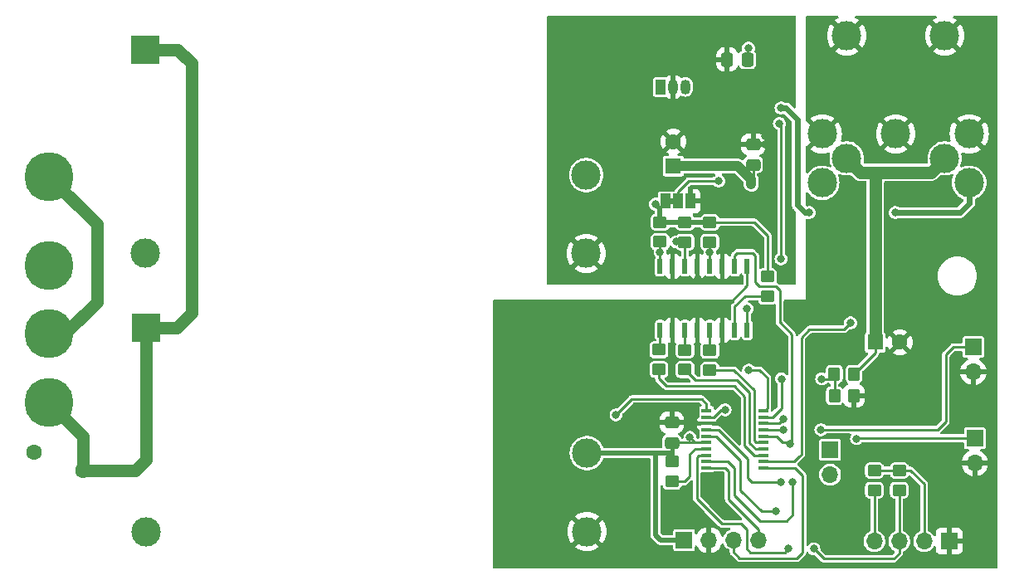
<source format=gbr>
%TF.GenerationSoftware,KiCad,Pcbnew,7.0.11-7.0.11~ubuntu22.04.1*%
%TF.CreationDate,2025-02-11T22:24:30-05:00*%
%TF.ProjectId,C64UltimatePSU,43363455-6c74-4696-9d61-74655053552e,rev?*%
%TF.SameCoordinates,Original*%
%TF.FileFunction,Copper,L1,Top*%
%TF.FilePolarity,Positive*%
%FSLAX46Y46*%
G04 Gerber Fmt 4.6, Leading zero omitted, Abs format (unit mm)*
G04 Created by KiCad (PCBNEW 7.0.11-7.0.11~ubuntu22.04.1) date 2025-02-11 22:24:30*
%MOMM*%
%LPD*%
G01*
G04 APERTURE LIST*
G04 Aperture macros list*
%AMRoundRect*
0 Rectangle with rounded corners*
0 $1 Rounding radius*
0 $2 $3 $4 $5 $6 $7 $8 $9 X,Y pos of 4 corners*
0 Add a 4 corners polygon primitive as box body*
4,1,4,$2,$3,$4,$5,$6,$7,$8,$9,$2,$3,0*
0 Add four circle primitives for the rounded corners*
1,1,$1+$1,$2,$3*
1,1,$1+$1,$4,$5*
1,1,$1+$1,$6,$7*
1,1,$1+$1,$8,$9*
0 Add four rect primitives between the rounded corners*
20,1,$1+$1,$2,$3,$4,$5,0*
20,1,$1+$1,$4,$5,$6,$7,0*
20,1,$1+$1,$6,$7,$8,$9,0*
20,1,$1+$1,$8,$9,$2,$3,0*%
G04 Aperture macros list end*
%TA.AperFunction,SMDPad,CuDef*%
%ADD10RoundRect,0.250000X-0.350000X-0.450000X0.350000X-0.450000X0.350000X0.450000X-0.350000X0.450000X0*%
%TD*%
%TA.AperFunction,SMDPad,CuDef*%
%ADD11RoundRect,0.250000X0.350000X0.450000X-0.350000X0.450000X-0.350000X-0.450000X0.350000X-0.450000X0*%
%TD*%
%TA.AperFunction,ComponentPad*%
%ADD12R,1.700000X1.700000*%
%TD*%
%TA.AperFunction,ComponentPad*%
%ADD13O,1.700000X1.700000*%
%TD*%
%TA.AperFunction,SMDPad,CuDef*%
%ADD14RoundRect,0.250000X-0.450000X0.350000X-0.450000X-0.350000X0.450000X-0.350000X0.450000X0.350000X0*%
%TD*%
%TA.AperFunction,ComponentPad*%
%ADD15R,3.000000X3.000000*%
%TD*%
%TA.AperFunction,ComponentPad*%
%ADD16C,3.000000*%
%TD*%
%TA.AperFunction,ComponentPad*%
%ADD17R,1.600000X1.600000*%
%TD*%
%TA.AperFunction,ComponentPad*%
%ADD18C,1.600000*%
%TD*%
%TA.AperFunction,SMDPad,CuDef*%
%ADD19R,1.000000X0.400000*%
%TD*%
%TA.AperFunction,ComponentPad*%
%ADD20C,5.000000*%
%TD*%
%TA.AperFunction,SMDPad,CuDef*%
%ADD21RoundRect,0.250000X-0.337500X-0.475000X0.337500X-0.475000X0.337500X0.475000X-0.337500X0.475000X0*%
%TD*%
%TA.AperFunction,SMDPad,CuDef*%
%ADD22RoundRect,0.250000X0.450000X-0.350000X0.450000X0.350000X-0.450000X0.350000X-0.450000X-0.350000X0*%
%TD*%
%TA.AperFunction,SMDPad,CuDef*%
%ADD23RoundRect,0.250000X-0.475000X0.337500X-0.475000X-0.337500X0.475000X-0.337500X0.475000X0.337500X0*%
%TD*%
%TA.AperFunction,SMDPad,CuDef*%
%ADD24R,1.000000X1.500000*%
%TD*%
%TA.AperFunction,ComponentPad*%
%ADD25R,1.050000X1.500000*%
%TD*%
%TA.AperFunction,ComponentPad*%
%ADD26O,1.050000X1.500000*%
%TD*%
%TA.AperFunction,SMDPad,CuDef*%
%ADD27RoundRect,0.137500X0.137500X-0.662500X0.137500X0.662500X-0.137500X0.662500X-0.137500X-0.662500X0*%
%TD*%
%TA.AperFunction,ViaPad*%
%ADD28C,0.800000*%
%TD*%
%TA.AperFunction,Conductor*%
%ADD29C,1.270000*%
%TD*%
%TA.AperFunction,Conductor*%
%ADD30C,0.625000*%
%TD*%
%TA.AperFunction,Conductor*%
%ADD31C,0.254000*%
%TD*%
%TA.AperFunction,Conductor*%
%ADD32C,0.250000*%
%TD*%
%TA.AperFunction,Conductor*%
%ADD33C,0.508000*%
%TD*%
%TA.AperFunction,Conductor*%
%ADD34C,1.000000*%
%TD*%
%TA.AperFunction,Conductor*%
%ADD35C,0.400000*%
%TD*%
G04 APERTURE END LIST*
%TA.AperFunction,EtchedComponent*%
%TO.C,JP1*%
G36*
X160783800Y-54249600D02*
G01*
X160283800Y-54249600D01*
X160283800Y-53649600D01*
X160783800Y-53649600D01*
X160783800Y-54249600D01*
G37*
%TD.AperFunction*%
%TD*%
D10*
%TO.P,R23,1*%
%TO.N,/5V/5VOADC*%
X177146200Y-73812400D03*
%TO.P,R23,2*%
%TO.N,GND*%
X179146200Y-73812400D03*
%TD*%
D11*
%TO.P,R22,1*%
%TO.N,5V_OUT*%
X179139600Y-71602600D03*
%TO.P,R22,2*%
%TO.N,/5V/5VOADC*%
X177139600Y-71602600D03*
%TD*%
D12*
%TO.P,JP2,1,A*%
%TO.N,/5V/SEL*%
X191338200Y-68829000D03*
D13*
%TO.P,JP2,2,B*%
%TO.N,GND*%
X191338200Y-71369000D03*
%TD*%
D12*
%TO.P,J5,1,Pin_1*%
%TO.N,/5V/AUX2*%
X176707800Y-79324200D03*
D13*
%TO.P,J5,2,Pin_2*%
%TO.N,/5V/AUX1*%
X176707800Y-81864200D03*
%TD*%
D12*
%TO.P,J3,1,Pin_1*%
%TO.N,/5V/SW*%
X191465200Y-78130400D03*
D13*
%TO.P,J3,2,Pin_2*%
%TO.N,GND*%
X191465200Y-80670400D03*
%TD*%
D12*
%TO.P,J1,1,Pin_1*%
%TO.N,+5V*%
X161808000Y-88519000D03*
D13*
%TO.P,J1,2,Pin_2*%
%TO.N,GND*%
X164348000Y-88519000D03*
%TO.P,J1,3,Pin_3*%
%TO.N,/5V/SWDIO*%
X166888000Y-88519000D03*
%TO.P,J1,4,Pin_4*%
%TO.N,/5V/SWCLK*%
X169428000Y-88519000D03*
%TD*%
D14*
%TO.P,R17,1*%
%TO.N,+5VA*%
X170307000Y-61661800D03*
%TO.P,R17,2*%
%TO.N,Net-(IC5-ANODE_4)*%
X170307000Y-63661800D03*
%TD*%
D15*
%TO.P,PS1,1,AC/L*%
%TO.N,AC_LINE*%
X106816200Y-38485500D03*
D16*
%TO.P,PS1,2,AC/N*%
%TO.N,AC_NEUTRAL*%
X106816200Y-59285500D03*
%TO.P,PS1,3,-Vo*%
%TO.N,GND2*%
X151816200Y-59285500D03*
%TO.P,PS1,4,+Vo*%
%TO.N,+12V*%
X151816200Y-51285500D03*
%TD*%
D17*
%TO.P,C4,1*%
%TO.N,+12V*%
X160705800Y-50368200D03*
D18*
%TO.P,C4,2*%
%TO.N,GND2*%
X160705800Y-47868200D03*
%TD*%
D12*
%TO.P,J4,1,Pin_1*%
%TO.N,GND*%
X188839000Y-88646000D03*
D13*
%TO.P,J4,2,Pin_2*%
%TO.N,+5V*%
X186299000Y-88646000D03*
%TO.P,J4,3,Pin_3*%
%TO.N,/5V/DISP_SCL*%
X183759000Y-88646000D03*
%TO.P,J4,4,Pin_4*%
%TO.N,/5V/DISP_SDA*%
X181219000Y-88646000D03*
%TD*%
D14*
%TO.P,R1,1*%
%TO.N,+5VA*%
X159359600Y-56089800D03*
%TO.P,R1,2*%
%TO.N,Net-(IC4-EN{slash}IN1)*%
X159359600Y-58089800D03*
%TD*%
%TO.P,R5,1*%
%TO.N,+5VA*%
X164439600Y-56115200D03*
%TO.P,R5,2*%
%TO.N,Net-(IC4-NSLEEP)*%
X164439600Y-58115200D03*
%TD*%
D19*
%TO.P,IC1,1,P010/VREFH0*%
%TO.N,/5V/V5ADC*%
X164100600Y-75322600D03*
%TO.P,IC1,2,VCL*%
%TO.N,Net-(IC1-VCL)*%
X164100600Y-75972600D03*
%TO.P,IC1,3,VSS*%
%TO.N,GND*%
X164100600Y-76622600D03*
%TO.P,IC1,4,P213/X2/EXCLK/XCOUT*%
%TO.N,/5V/AUX2*%
X164100600Y-77272600D03*
%TO.P,IC1,5,P212/X1/XCIN*%
%TO.N,/5V/DISP_SDA*%
X164100600Y-77922600D03*
%TO.P,IC1,6,VCC*%
%TO.N,+5V*%
X164100600Y-78572600D03*
%TO.P,IC1,7,RES/P206*%
%TO.N,/5V/RESET*%
X164100600Y-79222600D03*
%TO.P,IC1,8,P201*%
%TO.N,/5V/DISP_SCL*%
X164100600Y-79872600D03*
%TO.P,IC1,9,P200*%
%TO.N,/5V/AUX1*%
X164100600Y-80522600D03*
%TO.P,IC1,10,P300/SWCLK*%
%TO.N,/5V/SWCLK*%
X164100600Y-81172600D03*
%TO.P,IC1,11,P108/SWDIO*%
%TO.N,/5V/SWDIO*%
X169900600Y-81172600D03*
%TO.P,IC1,12,P109*%
%TO.N,/5V/5V_EN*%
X169900600Y-80522600D03*
%TO.P,IC1,13,P110*%
%TO.N,Net-(IC1-P110)*%
X169900600Y-79872600D03*
%TO.P,IC1,14,P112*%
%TO.N,Net-(IC1-P112)*%
X169900600Y-79222600D03*
%TO.P,IC1,15,P102*%
%TO.N,Net-(IC1-P102)*%
X169900600Y-78572600D03*
%TO.P,IC1,16,P101*%
%TO.N,NFAULT*%
X169900600Y-77922600D03*
%TO.P,IC1,17,P100*%
%TO.N,/5V/SEL*%
X169900600Y-77272600D03*
%TO.P,IC1,18,P013*%
%TO.N,/5V/SW*%
X169900600Y-76622600D03*
%TO.P,IC1,19,P012*%
%TO.N,/5V/5VOADC*%
X169900600Y-75972600D03*
%TO.P,IC1,20,P011/VREFL0*%
%TO.N,/5V/5VIADC*%
X169900600Y-75322600D03*
%TD*%
D14*
%TO.P,R2,1*%
%TO.N,+5VA*%
X161899600Y-56115200D03*
%TO.P,R2,2*%
%TO.N,Net-(IC4-PH{slash}IN2)*%
X161899600Y-58115200D03*
%TD*%
D20*
%TO.P,H6,1,1*%
%TO.N,Net-(H3-Pad1)*%
X97000000Y-67500000D03*
%TD*%
D21*
%TO.P,C1,1*%
%TO.N,GND2*%
X166200000Y-39497000D03*
%TO.P,C1,2*%
%TO.N,Net-(IC4-IPROPI)*%
X168275000Y-39497000D03*
%TD*%
D15*
%TO.P,PS2,1,AC/L*%
%TO.N,AC_LINE*%
X106892400Y-66857300D03*
D16*
%TO.P,PS2,2,AC/N*%
%TO.N,AC_NEUTRAL*%
X106892400Y-87657300D03*
%TO.P,PS2,3,-Vo*%
%TO.N,GND*%
X151892400Y-87657300D03*
%TO.P,PS2,4,+Vo*%
%TO.N,+5V*%
X151892400Y-79657300D03*
%TD*%
%TO.P,J2,1*%
%TO.N,GND*%
X175900700Y-47077800D03*
X178400700Y-37077800D03*
X188400700Y-37077800D03*
%TO.P,J2,2*%
X183400700Y-47077800D03*
%TO.P,J2,3*%
X190900700Y-47077800D03*
%TO.P,J2,4*%
%TO.N,5V_OUT*%
X178400700Y-49577800D03*
%TO.P,J2,5*%
X188400700Y-49577800D03*
%TO.P,J2,6*%
%TO.N,AC_OUT1*%
X175900700Y-52077800D03*
%TO.P,J2,7*%
%TO.N,AC_OUT2*%
X190900700Y-52077800D03*
%TD*%
D20*
%TO.P,H4,1,1*%
%TO.N,AC_NEUTRAL*%
X97000000Y-60500000D03*
%TD*%
D14*
%TO.P,R20,1*%
%TO.N,+5V*%
X160578800Y-80543400D03*
%TO.P,R20,2*%
%TO.N,/5V/RESET*%
X160578800Y-82543400D03*
%TD*%
D20*
%TO.P,H3,1,1*%
%TO.N,Net-(H3-Pad1)*%
X97000000Y-51435000D03*
%TD*%
D22*
%TO.P,R19,1*%
%TO.N,Net-(IC1-P112)*%
X161899600Y-71138800D03*
%TO.P,R19,2*%
%TO.N,IN2*%
X161899600Y-69138800D03*
%TD*%
D23*
%TO.P,C12,1*%
%TO.N,GND*%
X160553400Y-76534100D03*
%TO.P,C12,2*%
%TO.N,+5V*%
X160553400Y-78609100D03*
%TD*%
D24*
%TO.P,JP1,1,A*%
%TO.N,+5VA*%
X159883800Y-53949600D03*
%TO.P,JP1,2,C*%
%TO.N,Net-(IC4-PMODE)*%
X161183800Y-53949600D03*
%TO.P,JP1,3,B*%
%TO.N,GND2*%
X162483800Y-53949600D03*
%TD*%
D23*
%TO.P,C7,1*%
%TO.N,GND2*%
X168859200Y-48158400D03*
%TO.P,C7,2*%
%TO.N,+12V*%
X168859200Y-50233400D03*
%TD*%
D25*
%TO.P,IC6,1,VO*%
%TO.N,+5VA*%
X159410400Y-42291000D03*
D26*
%TO.P,IC6,2,GND*%
%TO.N,GND2*%
X160680400Y-42291000D03*
%TO.P,IC6,3,VI*%
%TO.N,+12V*%
X161950400Y-42291000D03*
%TD*%
D14*
%TO.P,R6,2*%
%TO.N,/5V/DISP_SDA*%
X181229000Y-83432400D03*
%TO.P,R6,1*%
%TO.N,+5V*%
X181229000Y-81432400D03*
%TD*%
D17*
%TO.P,C16,1*%
%TO.N,5V_OUT*%
X181316621Y-68351400D03*
D18*
%TO.P,C16,2*%
%TO.N,GND*%
X183816621Y-68351400D03*
%TD*%
%TO.P,RV1,1*%
%TO.N,AC_NEUTRAL*%
X95500000Y-79600000D03*
%TO.P,RV1,2*%
%TO.N,AC_LINE*%
X100500000Y-81400000D03*
%TD*%
D27*
%TO.P,IC5,1,ANODE_1*%
%TO.N,IN1*%
X159359600Y-67105600D03*
%TO.P,IC5,2,CATHODE_1*%
%TO.N,GND*%
X160629600Y-67105600D03*
%TO.P,IC5,3,ANODE_2*%
%TO.N,IN2*%
X161899600Y-67105600D03*
%TO.P,IC5,4,CATHODE_2*%
%TO.N,GND*%
X163169600Y-67105600D03*
%TO.P,IC5,5,ANODE_3*%
%TO.N,NSLEEP*%
X164439600Y-67105600D03*
%TO.P,IC5,6,CATHODE_3*%
%TO.N,GND*%
X165709600Y-67105600D03*
%TO.P,IC5,7,ANODE_4*%
%TO.N,Net-(IC5-ANODE_4)*%
X166979600Y-67105600D03*
%TO.P,IC5,8,CATHODE_4*%
%TO.N,Net-(IC4-NFAULT)*%
X168249600Y-67105600D03*
%TO.P,IC5,9,EMITTER_1*%
%TO.N,GND*%
X168249600Y-60605600D03*
%TO.P,IC5,10,COLLECTOR_1*%
%TO.N,NFAULT*%
X166979600Y-60605600D03*
%TO.P,IC5,11,EMITTER_2*%
%TO.N,GND2*%
X165709600Y-60605600D03*
%TO.P,IC5,12,COLLECTOR_2*%
%TO.N,Net-(IC4-NSLEEP)*%
X164439600Y-60605600D03*
%TO.P,IC5,13,EMITTER_3*%
%TO.N,GND2*%
X163169600Y-60605600D03*
%TO.P,IC5,14,COLLECTOR_3*%
%TO.N,Net-(IC4-PH{slash}IN2)*%
X161899600Y-60605600D03*
%TO.P,IC5,15,EMITTER_4*%
%TO.N,GND2*%
X160629600Y-60605600D03*
%TO.P,IC5,16,COLLECTOR_4*%
%TO.N,Net-(IC4-EN{slash}IN1)*%
X159359600Y-60605600D03*
%TD*%
D14*
%TO.P,R15,2*%
%TO.N,/5V/DISP_SCL*%
X183769000Y-83432400D03*
%TO.P,R15,1*%
%TO.N,+5V*%
X183769000Y-81432400D03*
%TD*%
D22*
%TO.P,R21,1*%
%TO.N,Net-(IC1-P102)*%
X164439600Y-71189600D03*
%TO.P,R21,2*%
%TO.N,NSLEEP*%
X164439600Y-69189600D03*
%TD*%
%TO.P,R18,1*%
%TO.N,Net-(IC1-P110)*%
X159232600Y-71113400D03*
%TO.P,R18,2*%
%TO.N,IN1*%
X159232600Y-69113400D03*
%TD*%
D20*
%TO.P,H7,1,1*%
%TO.N,AC_LINE*%
X97000000Y-74500000D03*
%TD*%
D28*
%TO.N,AC_OUT2*%
X174599600Y-55118000D03*
X183362600Y-55118000D03*
%TO.N,/5V/SW*%
X179400200Y-78181200D03*
%TO.N,/5V/SEL*%
X175768000Y-77266800D03*
X171907200Y-77266800D03*
%TO.N,/5V/DISP_SCL*%
X172466000Y-89433400D03*
X175056800Y-89433400D03*
%TO.N,/5V/AUX2*%
X171678600Y-82626200D03*
%TO.N,/5V/AUX1*%
X172908803Y-82600800D03*
%TO.N,+5V*%
X162407600Y-78054200D03*
%TO.N,/5V/5VOADC*%
X175844200Y-72085200D03*
X171729400Y-72085200D03*
%TO.N,/5V/SW*%
X171907200Y-76200000D03*
%TO.N,AC_OUT2*%
X171704000Y-44450000D03*
%TO.N,/5V/5VIADC*%
X168402000Y-71196200D03*
%TO.N,GND2*%
X158775400Y-35814000D03*
X170053000Y-46482000D03*
X164769800Y-47371000D03*
X148615400Y-35788600D03*
X172593000Y-61671200D03*
X170078400Y-47345600D03*
X170713400Y-50165000D03*
X170865800Y-54076600D03*
X163804600Y-52959000D03*
X170078400Y-48158400D03*
X172694600Y-43484800D03*
X163195000Y-61874400D03*
X148234400Y-48133000D03*
X168325800Y-35788600D03*
X157581600Y-52527200D03*
X167614600Y-57683400D03*
X164769800Y-48183800D03*
X164769800Y-46558200D03*
%TO.N,GND*%
X177317400Y-88519000D03*
X161442400Y-85394800D03*
X146254400Y-68820600D03*
X177342800Y-65151000D03*
X158267400Y-77393800D03*
X164084000Y-82499200D03*
X142849600Y-79248000D03*
X153593800Y-82296000D03*
X146229000Y-75475400D03*
X178790600Y-70180200D03*
X172516800Y-65151000D03*
X163169600Y-64516000D03*
X160553400Y-75082400D03*
X168376600Y-69748400D03*
X150596600Y-76682600D03*
X162915600Y-76631800D03*
X165557200Y-76631800D03*
X152831800Y-71374000D03*
X142722600Y-64566800D03*
X153492200Y-64516000D03*
X142849600Y-90652600D03*
X159766000Y-90424000D03*
%TO.N,/5V/V5ADC*%
X154863800Y-75742800D03*
%TO.N,+12V*%
X168642530Y-52233681D03*
%TO.N,/5V/DISP_SDA*%
X171196000Y-85598000D03*
%TO.N,Net-(IC1-VCL)*%
X165989000Y-75234800D03*
%TO.N,/5V/5V_EN*%
X178790600Y-66370200D03*
%TO.N,NFAULT*%
X172618400Y-78689200D03*
%TO.N,Net-(IC4-EN{slash}IN1)*%
X159359600Y-59156600D03*
%TO.N,Net-(IC4-PH{slash}IN2)*%
X161010600Y-58089800D03*
%TO.N,Net-(IC4-NSLEEP)*%
X164439600Y-59156600D03*
%TO.N,Net-(IC4-NFAULT)*%
X168249600Y-64922400D03*
X171526200Y-46024800D03*
X171704000Y-59842400D03*
%TO.N,Net-(IC4-IPROPI)*%
X168376600Y-38328600D03*
%TO.N,Net-(IC4-PMODE)*%
X165328600Y-51892200D03*
%TO.N,+5VA*%
X158877000Y-54254400D03*
%TD*%
D29*
%TO.N,Net-(H3-Pad1)*%
X97000000Y-51435000D02*
X101879400Y-56314400D01*
X101879400Y-56314400D02*
X101879400Y-64262000D01*
X101879400Y-64262000D02*
X98641400Y-67500000D01*
X98641400Y-67500000D02*
X97000000Y-67500000D01*
%TO.N,5V_OUT*%
X181305200Y-51003200D02*
X186975300Y-51003200D01*
X186975300Y-51003200D02*
X188400700Y-49577800D01*
X178400700Y-49577800D02*
X178400700Y-49622700D01*
X178400700Y-49622700D02*
X179781200Y-51003200D01*
X179781200Y-51003200D02*
X181305200Y-51003200D01*
X181316621Y-68351400D02*
X181316621Y-51014621D01*
X181316621Y-51014621D02*
X181305200Y-51003200D01*
D30*
%TO.N,AC_OUT2*%
X189941200Y-55118000D02*
X190906400Y-54152800D01*
X174117000Y-55118000D02*
X174599600Y-55118000D01*
X183362600Y-55118000D02*
X189941200Y-55118000D01*
X190906400Y-54152800D02*
X190900700Y-54147100D01*
X190900700Y-54147100D02*
X190900700Y-52077800D01*
D31*
%TO.N,/5V/SW*%
X179451000Y-78130400D02*
X191465200Y-78130400D01*
X179400200Y-78181200D02*
X179451000Y-78130400D01*
%TO.N,NFAULT*%
X171216800Y-77922600D02*
X171881800Y-78587600D01*
X169900600Y-77922600D02*
X171216800Y-77922600D01*
X171881800Y-78587600D02*
X172516800Y-78587600D01*
X172516800Y-78587600D02*
X172618400Y-78689200D01*
X171577000Y-66319400D02*
X172821600Y-67564000D01*
X172821600Y-67564000D02*
X172821600Y-78486000D01*
X172821600Y-78486000D02*
X172618400Y-78689200D01*
%TO.N,/5V/SEL*%
X175768000Y-77266800D02*
X187680600Y-77266800D01*
X189285800Y-68829000D02*
X191338200Y-68829000D01*
X169900600Y-77272600D02*
X171901400Y-77272600D01*
X171901400Y-77272600D02*
X171907200Y-77266800D01*
X187680600Y-77266800D02*
X188518800Y-76428600D01*
X188518800Y-69596000D02*
X189285800Y-68829000D01*
X188518800Y-76428600D02*
X188518800Y-69596000D01*
%TO.N,/5V/DISP_SCL*%
X168529000Y-89789000D02*
X172110400Y-89789000D01*
X168173400Y-88798400D02*
X168173400Y-89103200D01*
X183210200Y-90424000D02*
X183759000Y-89875200D01*
X175056800Y-89433400D02*
X176047400Y-90424000D01*
X172110400Y-89789000D02*
X172466000Y-89433400D01*
X167589200Y-86868000D02*
X168173400Y-87452200D01*
X168173400Y-89103200D02*
X168173400Y-89433400D01*
X164160200Y-85369400D02*
X165658800Y-86868000D01*
X168173400Y-89433400D02*
X168529000Y-89789000D01*
X167055800Y-86868000D02*
X167589200Y-86868000D01*
X183759000Y-89875200D02*
X183759000Y-88646000D01*
X168173400Y-87452200D02*
X168173400Y-88798400D01*
X165658800Y-86868000D02*
X167055800Y-86868000D01*
X176047400Y-90424000D02*
X183210200Y-90424000D01*
%TO.N,/5V/AUX2*%
X168732200Y-82626200D02*
X171678600Y-82626200D01*
X168529000Y-82423000D02*
X168732200Y-82626200D01*
X164100600Y-77272600D02*
X165309000Y-77272600D01*
X165309000Y-77272600D02*
X168275000Y-80238600D01*
X168275000Y-80238600D02*
X168275000Y-82169000D01*
X168275000Y-82169000D02*
X168529000Y-82423000D01*
D32*
%TO.N,/5V/DISP_SDA*%
X171196000Y-85598000D02*
X169722800Y-85598000D01*
X169722800Y-85598000D02*
X167563800Y-83439000D01*
X167563800Y-83439000D02*
X167563800Y-80391000D01*
X167563800Y-80391000D02*
X165095400Y-77922600D01*
X165095400Y-77922600D02*
X164100600Y-77922600D01*
D31*
%TO.N,/5V/AUX1*%
X172897800Y-85902800D02*
X172897800Y-82600800D01*
X164100600Y-80522600D02*
X166298400Y-80522600D01*
X166298400Y-80522600D02*
X166928800Y-81153000D01*
X166928800Y-81153000D02*
X166928800Y-83947000D01*
X166928800Y-83947000D02*
X169545000Y-86563200D01*
X169545000Y-86563200D02*
X172237400Y-86563200D01*
X172237400Y-86563200D02*
X172897800Y-85902800D01*
X172897800Y-82600800D02*
X172908803Y-82600800D01*
%TO.N,+5V*%
X162926000Y-78572600D02*
X162407600Y-78054200D01*
X164100600Y-78572600D02*
X162926000Y-78572600D01*
%TO.N,5V_OUT*%
X179139600Y-71602600D02*
X181316621Y-69425579D01*
X181316621Y-69425579D02*
X181316621Y-68351400D01*
%TO.N,/5V/5VOADC*%
X175844200Y-72085200D02*
X176657000Y-72085200D01*
X176657000Y-72085200D02*
X177139600Y-71602600D01*
X177146200Y-73812400D02*
X177146200Y-71609200D01*
X177146200Y-71609200D02*
X177139600Y-71602600D01*
X170813800Y-75972600D02*
X171729400Y-75057000D01*
X169900600Y-75972600D02*
X170813800Y-75972600D01*
X171729400Y-75057000D02*
X171729400Y-72085200D01*
%TO.N,/5V/SW*%
X171484600Y-76622600D02*
X171907200Y-76200000D01*
X169900600Y-76622600D02*
X171484600Y-76622600D01*
%TO.N,+5V*%
X186299000Y-88646000D02*
X186299000Y-82819400D01*
X186299000Y-82819400D02*
X184912000Y-81432400D01*
X184912000Y-81432400D02*
X183769000Y-81432400D01*
%TO.N,/5V/DISP_SCL*%
X183759000Y-88646000D02*
X183759000Y-83442400D01*
%TO.N,/5V/DISP_SDA*%
X181219000Y-88646000D02*
X181219000Y-83442400D01*
%TO.N,+5V*%
X183769000Y-81432400D02*
X181229000Y-81432400D01*
D33*
X161808000Y-88519000D02*
X159385000Y-88519000D01*
X159385000Y-88519000D02*
X158877000Y-88011000D01*
X158877000Y-88011000D02*
X158877000Y-79657300D01*
X151892400Y-79657300D02*
X158369000Y-79657300D01*
X158369000Y-79657300D02*
X160499700Y-79657300D01*
X160499700Y-79657300D02*
X160553400Y-79603600D01*
D31*
%TO.N,/5V/DISP_SCL*%
X183759000Y-83442400D02*
X183769000Y-83432400D01*
%TO.N,/5V/DISP_SDA*%
X181219000Y-83442400D02*
X181229000Y-83432400D01*
%TO.N,Net-(IC4-NFAULT)*%
X171526200Y-46024800D02*
X171704000Y-46202600D01*
X171704000Y-46202600D02*
X171704000Y-59842400D01*
D30*
%TO.N,AC_OUT2*%
X173380100Y-54381100D02*
X174117000Y-55118000D01*
X171704000Y-44450000D02*
X172212000Y-44450000D01*
X172212000Y-44450000D02*
X173380100Y-45618100D01*
X173380100Y-45618100D02*
X173380100Y-54381100D01*
D31*
%TO.N,/5V/5VIADC*%
X170307000Y-71983600D02*
X169570400Y-71247000D01*
X169900600Y-75322600D02*
X170066800Y-75322600D01*
X170066800Y-75322600D02*
X170307000Y-75082400D01*
X169519600Y-71196200D02*
X168402000Y-71196200D01*
X170307000Y-75082400D02*
X170307000Y-71983600D01*
X169570400Y-71247000D02*
X169519600Y-71196200D01*
%TO.N,GND*%
X168249600Y-60605600D02*
X168249600Y-62585600D01*
X168249600Y-62585600D02*
X166420800Y-64414400D01*
X163271200Y-64414400D02*
X163169600Y-64516000D01*
X166420800Y-64414400D02*
X163271200Y-64414400D01*
%TO.N,/5V/V5ADC*%
X154863800Y-75742800D02*
X156464000Y-74142600D01*
X163601400Y-74142600D02*
X164100600Y-74641800D01*
X156464000Y-74142600D02*
X163601400Y-74142600D01*
X164100600Y-74641800D02*
X164100600Y-75322600D01*
D29*
%TO.N,AC_LINE*%
X106892400Y-80305600D02*
X105798000Y-81400000D01*
X110138900Y-38485500D02*
X111556800Y-39903400D01*
X100500000Y-81400000D02*
X100500000Y-78000000D01*
X100500000Y-78000000D02*
X97000000Y-74500000D01*
X105798000Y-81400000D02*
X100500000Y-81400000D01*
X110079100Y-66857300D02*
X106892400Y-66857300D01*
X111556800Y-39903400D02*
X111556800Y-65379600D01*
X106816200Y-38485500D02*
X110138900Y-38485500D01*
X111556800Y-65379600D02*
X110079100Y-66857300D01*
X106892400Y-66857300D02*
X106892400Y-80305600D01*
D32*
%TO.N,+12V*%
X168859200Y-52017011D02*
X168642530Y-52233681D01*
X168859200Y-50233400D02*
X168859200Y-52017011D01*
D34*
X167259000Y-50368200D02*
X168642530Y-51751730D01*
X160705800Y-50368200D02*
X167259000Y-50368200D01*
X168642530Y-51751730D02*
X168642530Y-52233681D01*
X151816200Y-51285500D02*
X152377900Y-50723800D01*
D31*
%TO.N,/5V/DISP_SCL*%
X163332400Y-79872600D02*
X164100600Y-79872600D01*
X163093400Y-80111600D02*
X163332400Y-79872600D01*
X164160200Y-85369400D02*
X163093400Y-84302600D01*
X163093400Y-84302600D02*
X163093400Y-80111600D01*
%TO.N,Net-(IC1-VCL)*%
X164819400Y-75972600D02*
X165557200Y-75234800D01*
X165557200Y-75234800D02*
X165989000Y-75234800D01*
X164100600Y-75972600D02*
X164819400Y-75972600D01*
D32*
%TO.N,+5V*%
X160553400Y-79603600D02*
X160528000Y-79629000D01*
D35*
X160553400Y-78609100D02*
X160553400Y-79603600D01*
D32*
X151920700Y-79629000D02*
X151892400Y-79657300D01*
X160589900Y-78572600D02*
X160553400Y-78609100D01*
X160553400Y-80518000D02*
X160578800Y-80543400D01*
X164100600Y-78572600D02*
X160589900Y-78572600D01*
D35*
X160553400Y-78609100D02*
X160553400Y-80518000D01*
D32*
%TO.N,/5V/5V_EN*%
X174599600Y-67030600D02*
X178130200Y-67030600D01*
X178130200Y-67030600D02*
X178790600Y-66370200D01*
X173558200Y-80010000D02*
X173761400Y-79806800D01*
X173045600Y-80522600D02*
X173558200Y-80010000D01*
X173761400Y-79806800D02*
X173761400Y-70205600D01*
X173761400Y-67868800D02*
X174599600Y-67030600D01*
X169900600Y-80522600D02*
X173045600Y-80522600D01*
X173761400Y-70205600D02*
X173761400Y-67868800D01*
D31*
%TO.N,Net-(IC1-P110)*%
X169900600Y-79872600D02*
X169001200Y-79872600D01*
X166954200Y-72821800D02*
X159994600Y-72821800D01*
X169001200Y-79872600D02*
X167995600Y-78867000D01*
X159232600Y-72059800D02*
X159232600Y-71113400D01*
X159994600Y-72821800D02*
X159232600Y-72059800D01*
X167995600Y-78867000D02*
X167995600Y-73863200D01*
X167995600Y-73863200D02*
X166954200Y-72821800D01*
%TO.N,Net-(IC1-P112)*%
X168503600Y-73507600D02*
X167208200Y-72212200D01*
X167208200Y-72212200D02*
X162973000Y-72212200D01*
X169113200Y-79222600D02*
X168503600Y-78613000D01*
X169900600Y-79222600D02*
X169113200Y-79222600D01*
X162973000Y-72212200D02*
X161899600Y-71138800D01*
X168503600Y-78613000D02*
X168503600Y-73507600D01*
%TO.N,Net-(IC1-P102)*%
X166896800Y-71189600D02*
X164439600Y-71189600D01*
X168960800Y-78386800D02*
X168960800Y-73253600D01*
X169900600Y-78572600D02*
X169146600Y-78572600D01*
X168960800Y-73253600D02*
X166896800Y-71189600D01*
X169146600Y-78572600D02*
X168960800Y-78386800D01*
%TO.N,NFAULT*%
X169519600Y-62661800D02*
X171145200Y-62661800D01*
X166979600Y-60605600D02*
X166979600Y-59486800D01*
X169087800Y-59537600D02*
X169087800Y-62230000D01*
X168783000Y-59232800D02*
X169087800Y-59537600D01*
X171577000Y-66319400D02*
X171615100Y-66357500D01*
X171577000Y-63093600D02*
X171577000Y-66319400D01*
X167233600Y-59232800D02*
X168783000Y-59232800D01*
X166979600Y-59486800D02*
X167233600Y-59232800D01*
X171145200Y-62661800D02*
X171577000Y-63093600D01*
X169087800Y-62230000D02*
X169519600Y-62661800D01*
D32*
%TO.N,/5V/RESET*%
X162407600Y-82016600D02*
X162407600Y-79756000D01*
X162941000Y-79222600D02*
X164100600Y-79222600D01*
X161880800Y-82543400D02*
X162407600Y-82016600D01*
X160578800Y-82543400D02*
X161880800Y-82543400D01*
X162407600Y-79756000D02*
X162941000Y-79222600D01*
D31*
%TO.N,/5V/SWCLK*%
X166344600Y-84378800D02*
X169392600Y-87426800D01*
X164100600Y-81172600D02*
X166034000Y-81172600D01*
X166034000Y-81172600D02*
X166344600Y-81483200D01*
X169392600Y-87426800D02*
X169392600Y-88544400D01*
X166344600Y-81483200D02*
X166344600Y-84378800D01*
D32*
%TO.N,/5V/SWDIO*%
X166852600Y-89763600D02*
X167462200Y-90373200D01*
X167462200Y-90373200D02*
X173304200Y-90373200D01*
X173304200Y-90373200D02*
X173888400Y-89789000D01*
X166852600Y-88544400D02*
X166852600Y-89763600D01*
X173146000Y-81172600D02*
X169900600Y-81172600D01*
X173888400Y-81915000D02*
X173146000Y-81172600D01*
X173888400Y-89789000D02*
X173888400Y-81915000D01*
D31*
%TO.N,Net-(IC4-EN{slash}IN1)*%
X159359600Y-59156600D02*
X159359600Y-58089800D01*
X159359600Y-60605600D02*
X159359600Y-59156600D01*
%TO.N,Net-(IC4-PH{slash}IN2)*%
X161874200Y-58089800D02*
X161899600Y-58115200D01*
X161899600Y-60605600D02*
X161899600Y-58115200D01*
X161010600Y-58089800D02*
X161874200Y-58089800D01*
%TO.N,Net-(IC4-NSLEEP)*%
X164439600Y-60605600D02*
X164439600Y-59156600D01*
X164439600Y-59156600D02*
X164439600Y-58115200D01*
%TO.N,Net-(IC4-NFAULT)*%
X168249600Y-67105600D02*
X168249600Y-64922400D01*
D32*
%TO.N,Net-(IC4-IPROPI)*%
X168275000Y-38430200D02*
X168376600Y-38328600D01*
X168275000Y-39497000D02*
X168275000Y-38430200D01*
D31*
%TO.N,Net-(IC4-PMODE)*%
X162306000Y-51892200D02*
X161213800Y-52984400D01*
X161213800Y-52984400D02*
X161213800Y-54254400D01*
X165328600Y-51892200D02*
X162306000Y-51892200D01*
%TO.N,IN1*%
X159359600Y-67105600D02*
X159359600Y-68986400D01*
X159359600Y-68986400D02*
X159232600Y-69113400D01*
%TO.N,IN2*%
X161899600Y-67105600D02*
X161899600Y-69138800D01*
%TO.N,NSLEEP*%
X164439600Y-67105600D02*
X164439600Y-69189600D01*
%TO.N,Net-(IC5-ANODE_4)*%
X168011600Y-63661800D02*
X166979600Y-64693800D01*
X170307000Y-63661800D02*
X168011600Y-63661800D01*
X166979600Y-64693800D02*
X166979600Y-67105600D01*
D32*
%TO.N,+5VA*%
X159385000Y-56115200D02*
X159359600Y-56089800D01*
D33*
X159359600Y-54737000D02*
X158877000Y-54254400D01*
D31*
X164439600Y-56115200D02*
X168967400Y-56115200D01*
X170332400Y-57480200D02*
X170332400Y-61636400D01*
D33*
X159359600Y-56089800D02*
X159359600Y-54737000D01*
D31*
X170332400Y-61636400D02*
X170307000Y-61661800D01*
X168967400Y-56115200D02*
X170332400Y-57480200D01*
D33*
X164439600Y-56115200D02*
X161899600Y-56115200D01*
X161899600Y-56115200D02*
X159385000Y-56115200D01*
%TD*%
%TA.AperFunction,Conductor*%
%TO.N,GND2*%
G36*
X173170121Y-35072502D02*
G01*
X173216614Y-35126158D01*
X173228000Y-35178500D01*
X173228000Y-44359951D01*
X173207998Y-44428072D01*
X173154342Y-44474565D01*
X173084068Y-44484669D01*
X173019488Y-44455175D01*
X173012905Y-44449046D01*
X172645051Y-44081192D01*
X172634184Y-44068801D01*
X172616389Y-44045611D01*
X172589932Y-44025310D01*
X172589921Y-44025301D01*
X172573629Y-44012800D01*
X172497946Y-43954726D01*
X172360017Y-43897594D01*
X172360015Y-43897593D01*
X172359997Y-43897589D01*
X172359615Y-43897540D01*
X172262643Y-43884774D01*
X172249166Y-43883000D01*
X172249165Y-43883000D01*
X172245078Y-43882462D01*
X172245070Y-43882461D01*
X172212002Y-43878108D01*
X172211999Y-43878108D01*
X172183027Y-43881922D01*
X172166582Y-43883000D01*
X172063092Y-43883000D01*
X172004540Y-43868568D01*
X171937793Y-43833537D01*
X171937789Y-43833536D01*
X171783472Y-43795500D01*
X171783471Y-43795500D01*
X171624529Y-43795500D01*
X171624527Y-43795500D01*
X171470209Y-43833536D01*
X171470202Y-43833539D01*
X171329474Y-43907398D01*
X171329469Y-43907402D01*
X171210501Y-44012800D01*
X171120215Y-44143601D01*
X171120212Y-44143607D01*
X171063849Y-44292220D01*
X171044693Y-44449996D01*
X171044693Y-44450003D01*
X171063849Y-44607779D01*
X171112447Y-44735919D01*
X171120213Y-44756395D01*
X171210502Y-44887201D01*
X171329471Y-44992599D01*
X171329472Y-44992599D01*
X171329474Y-44992601D01*
X171404200Y-45031820D01*
X171470207Y-45066463D01*
X171624529Y-45104500D01*
X171624530Y-45104500D01*
X171783470Y-45104500D01*
X171783471Y-45104500D01*
X171937793Y-45066463D01*
X171937793Y-45066462D01*
X171940044Y-45065908D01*
X172010972Y-45069027D01*
X172059293Y-45099152D01*
X172776195Y-45816054D01*
X172810221Y-45878366D01*
X172813100Y-45905149D01*
X172813100Y-54335682D01*
X172812022Y-54352128D01*
X172808208Y-54381099D01*
X172808208Y-54381101D01*
X172812561Y-54414168D01*
X172812562Y-54414177D01*
X172825057Y-54509087D01*
X172827693Y-54529115D01*
X172827694Y-54529117D01*
X172884826Y-54667046D01*
X172946514Y-54747440D01*
X172955401Y-54759021D01*
X172955410Y-54759032D01*
X172975710Y-54785489D01*
X172998898Y-54803281D01*
X173011290Y-54814149D01*
X173191095Y-54993954D01*
X173225121Y-55056266D01*
X173228000Y-55083049D01*
X173228000Y-62358000D01*
X173207998Y-62426121D01*
X173154342Y-62472614D01*
X173102000Y-62484000D01*
X171559113Y-62484000D01*
X171490992Y-62463998D01*
X171470018Y-62447095D01*
X171452180Y-62429257D01*
X171435791Y-62409076D01*
X171429760Y-62399844D01*
X171429759Y-62399843D01*
X171404386Y-62380095D01*
X171392682Y-62369758D01*
X171392617Y-62369693D01*
X171392609Y-62369686D01*
X171375383Y-62357387D01*
X171371272Y-62354321D01*
X171342124Y-62331634D01*
X171329283Y-62321640D01*
X171322264Y-62317842D01*
X171315071Y-62314325D01*
X171315070Y-62314325D01*
X171315068Y-62314324D01*
X171305692Y-62309741D01*
X171304678Y-62309240D01*
X171304674Y-62309238D01*
X171252690Y-62260883D01*
X171235101Y-62192100D01*
X171242966Y-62152511D01*
X171255040Y-62120142D01*
X171261500Y-62060055D01*
X171261499Y-61263546D01*
X171255040Y-61203458D01*
X171204342Y-61067533D01*
X171117404Y-60951396D01*
X171001267Y-60864458D01*
X171001265Y-60864457D01*
X171001266Y-60864457D01*
X170865349Y-60813762D01*
X170865342Y-60813760D01*
X170826428Y-60809576D01*
X170760837Y-60782405D01*
X170720347Y-60724086D01*
X170713900Y-60684298D01*
X170713900Y-57532839D01*
X170716582Y-57506980D01*
X170718846Y-57496182D01*
X170714868Y-57464272D01*
X170713900Y-57448685D01*
X170713900Y-57448595D01*
X170713900Y-57448589D01*
X170711682Y-57435300D01*
X170710424Y-57427760D01*
X170709677Y-57422640D01*
X170703096Y-57369840D01*
X170703094Y-57369836D01*
X170703094Y-57369834D01*
X170700816Y-57362182D01*
X170698219Y-57354617D01*
X170698218Y-57354615D01*
X170698218Y-57354614D01*
X170672903Y-57307836D01*
X170670538Y-57303240D01*
X170647177Y-57255454D01*
X170647175Y-57255452D01*
X170642547Y-57248968D01*
X170637620Y-57242638D01*
X170598493Y-57206619D01*
X170594736Y-57203013D01*
X169274380Y-55882657D01*
X169257991Y-55862476D01*
X169251960Y-55853244D01*
X169251959Y-55853243D01*
X169226586Y-55833495D01*
X169214882Y-55823158D01*
X169214817Y-55823093D01*
X169214809Y-55823086D01*
X169197583Y-55810787D01*
X169193472Y-55807721D01*
X169164324Y-55785034D01*
X169151483Y-55775040D01*
X169144464Y-55771242D01*
X169137272Y-55767726D01*
X169137270Y-55767725D01*
X169137267Y-55767724D01*
X169086308Y-55752552D01*
X169081350Y-55750964D01*
X169031064Y-55733701D01*
X169031063Y-55733700D01*
X169031061Y-55733700D01*
X169031058Y-55733700D01*
X169023148Y-55732379D01*
X169015242Y-55731394D01*
X168964375Y-55733499D01*
X168962125Y-55733592D01*
X168956920Y-55733700D01*
X165503784Y-55733700D01*
X165435663Y-55713698D01*
X165389170Y-55660042D01*
X165385729Y-55651733D01*
X165341458Y-55533042D01*
X165336942Y-55520933D01*
X165250004Y-55404796D01*
X165133867Y-55317858D01*
X165133865Y-55317857D01*
X165133866Y-55317857D01*
X164997949Y-55267162D01*
X164997944Y-55267160D01*
X164997942Y-55267160D01*
X164967898Y-55263930D01*
X164937856Y-55260700D01*
X163941353Y-55260700D01*
X163941329Y-55260702D01*
X163881260Y-55267159D01*
X163881258Y-55267159D01*
X163745333Y-55317857D01*
X163629196Y-55404796D01*
X163561273Y-55495532D01*
X163542258Y-55520933D01*
X163540841Y-55524731D01*
X163538411Y-55527976D01*
X163537940Y-55528841D01*
X163537815Y-55528773D01*
X163498298Y-55581566D01*
X163431778Y-55606379D01*
X163422786Y-55606700D01*
X162916414Y-55606700D01*
X162848293Y-55586698D01*
X162801800Y-55533042D01*
X162798365Y-55524749D01*
X162796942Y-55520933D01*
X162710004Y-55404796D01*
X162710003Y-55404795D01*
X162707243Y-55401108D01*
X162682433Y-55334588D01*
X162697525Y-55265214D01*
X162747727Y-55215012D01*
X162808112Y-55199600D01*
X163031624Y-55199600D01*
X163031640Y-55199599D01*
X163091171Y-55193199D01*
X163225889Y-55142952D01*
X163340989Y-55056789D01*
X163427152Y-54941689D01*
X163477399Y-54806971D01*
X163483799Y-54747440D01*
X163483800Y-54747423D01*
X163483800Y-54199600D01*
X162359800Y-54199600D01*
X162291679Y-54179598D01*
X162245186Y-54125942D01*
X162233800Y-54073600D01*
X162233800Y-52699600D01*
X162733800Y-52699600D01*
X162733800Y-53699600D01*
X163483800Y-53699600D01*
X163483800Y-53151776D01*
X163483799Y-53151759D01*
X163477399Y-53092228D01*
X163427152Y-52957510D01*
X163340989Y-52842410D01*
X163225889Y-52756247D01*
X163091171Y-52706000D01*
X163031640Y-52699600D01*
X162733800Y-52699600D01*
X162233800Y-52699600D01*
X162233800Y-52699599D01*
X162225057Y-52690856D01*
X162191031Y-52628544D01*
X162196096Y-52557729D01*
X162225057Y-52512665D01*
X162302922Y-52434801D01*
X162427119Y-52310604D01*
X162489431Y-52276579D01*
X162516214Y-52273700D01*
X164730524Y-52273700D01*
X164798645Y-52293702D01*
X164829835Y-52323880D01*
X164830046Y-52323694D01*
X164832461Y-52326420D01*
X164834216Y-52328118D01*
X164835102Y-52329401D01*
X164954071Y-52434799D01*
X164954072Y-52434799D01*
X164954074Y-52434801D01*
X165028800Y-52474020D01*
X165094807Y-52508663D01*
X165249129Y-52546700D01*
X165249130Y-52546700D01*
X165408070Y-52546700D01*
X165408071Y-52546700D01*
X165562393Y-52508663D01*
X165703129Y-52434799D01*
X165822098Y-52329401D01*
X165912387Y-52198595D01*
X165968749Y-52049982D01*
X165968749Y-52049981D01*
X165968750Y-52049979D01*
X165987907Y-51892203D01*
X165987907Y-51892196D01*
X165968750Y-51734420D01*
X165945549Y-51673245D01*
X165912387Y-51585805D01*
X165822098Y-51454999D01*
X165703129Y-51349601D01*
X165703128Y-51349600D01*
X165697424Y-51344547D01*
X165699196Y-51342546D01*
X165662480Y-51297242D01*
X165654694Y-51226673D01*
X165686297Y-51163098D01*
X165747254Y-51126701D01*
X165778754Y-51122700D01*
X166894286Y-51122700D01*
X166962407Y-51142702D01*
X166983381Y-51159605D01*
X167851125Y-52027349D01*
X167885151Y-52089661D01*
X167888030Y-52116444D01*
X167888030Y-52277624D01*
X167903369Y-52408864D01*
X167903370Y-52408866D01*
X167963692Y-52574600D01*
X167963695Y-52574607D01*
X168045904Y-52699599D01*
X168060615Y-52721966D01*
X168188907Y-52843003D01*
X168188909Y-52843004D01*
X168341648Y-52931188D01*
X168341649Y-52931188D01*
X168341654Y-52931191D01*
X168510621Y-52981776D01*
X168686699Y-52992032D01*
X168860396Y-52961404D01*
X168861572Y-52960897D01*
X168968819Y-52914635D01*
X169022348Y-52891545D01*
X169163824Y-52786220D01*
X169277197Y-52651108D01*
X169356354Y-52493492D01*
X169397030Y-52321869D01*
X169397030Y-51815876D01*
X169398360Y-51797616D01*
X169398763Y-51794860D01*
X169401845Y-51773824D01*
X169397509Y-51724261D01*
X169397030Y-51713281D01*
X169397030Y-51707790D01*
X169397030Y-51707789D01*
X169393410Y-51676822D01*
X169393049Y-51673289D01*
X169386473Y-51598118D01*
X169386470Y-51598111D01*
X169384989Y-51590935D01*
X169385061Y-51590920D01*
X169383454Y-51583668D01*
X169383381Y-51583686D01*
X169381691Y-51576558D01*
X169381690Y-51576546D01*
X169355876Y-51505624D01*
X169354727Y-51502316D01*
X169330994Y-51430694D01*
X169330993Y-51430692D01*
X169327893Y-51424044D01*
X169327959Y-51424012D01*
X169324727Y-51417335D01*
X169324662Y-51417369D01*
X169321368Y-51410810D01*
X169321366Y-51410808D01*
X169321366Y-51410806D01*
X169279924Y-51347796D01*
X169277965Y-51344720D01*
X169257459Y-51311474D01*
X169238700Y-51245328D01*
X169238700Y-51201399D01*
X169258702Y-51133278D01*
X169312358Y-51086785D01*
X169364700Y-51075399D01*
X169382447Y-51075399D01*
X169382454Y-51075399D01*
X169442542Y-51068940D01*
X169578467Y-51018242D01*
X169694604Y-50931304D01*
X169781542Y-50815167D01*
X169832240Y-50679242D01*
X169838700Y-50619155D01*
X169838699Y-49847646D01*
X169832240Y-49787558D01*
X169781542Y-49651633D01*
X169694604Y-49535496D01*
X169578467Y-49448558D01*
X169568109Y-49444694D01*
X169511275Y-49402147D01*
X169486465Y-49335627D01*
X169501557Y-49266253D01*
X169551760Y-49216052D01*
X169572512Y-49207035D01*
X169653321Y-49180257D01*
X169802544Y-49088216D01*
X169802550Y-49088211D01*
X169926511Y-48964250D01*
X169926516Y-48964244D01*
X170018557Y-48815022D01*
X170073706Y-48648591D01*
X170084199Y-48545887D01*
X170084200Y-48545887D01*
X170084200Y-48408400D01*
X167634201Y-48408400D01*
X167634201Y-48545878D01*
X167644693Y-48648591D01*
X167699842Y-48815022D01*
X167791883Y-48964244D01*
X167791888Y-48964250D01*
X167915849Y-49088211D01*
X167915855Y-49088216D01*
X168065081Y-49180259D01*
X168145888Y-49207036D01*
X168204259Y-49247449D01*
X168231515Y-49313006D01*
X168219002Y-49382891D01*
X168170692Y-49434917D01*
X168150291Y-49444694D01*
X168139934Y-49448557D01*
X168023796Y-49535496D01*
X167936858Y-49651633D01*
X167913870Y-49713264D01*
X167871323Y-49770099D01*
X167804802Y-49794909D01*
X167735428Y-49779817D01*
X167714823Y-49765751D01*
X167676425Y-49733531D01*
X167670299Y-49729502D01*
X167670338Y-49729441D01*
X167664076Y-49725451D01*
X167664038Y-49725514D01*
X167657791Y-49721661D01*
X167589458Y-49689796D01*
X167586161Y-49688200D01*
X167518813Y-49654377D01*
X167518812Y-49654376D01*
X167518811Y-49654376D01*
X167518808Y-49654375D01*
X167511919Y-49651868D01*
X167511943Y-49651800D01*
X167504928Y-49649361D01*
X167504906Y-49649429D01*
X167497943Y-49647122D01*
X167497941Y-49647121D01*
X167497940Y-49647121D01*
X167452690Y-49637777D01*
X167424103Y-49631874D01*
X167420528Y-49631081D01*
X167347188Y-49613700D01*
X167339898Y-49612848D01*
X167339906Y-49612775D01*
X167332526Y-49612021D01*
X167332520Y-49612094D01*
X167325207Y-49611454D01*
X167325206Y-49611454D01*
X167279807Y-49612775D01*
X167249839Y-49613647D01*
X167246175Y-49613700D01*
X161877742Y-49613700D01*
X161809621Y-49593698D01*
X161763128Y-49540042D01*
X161754163Y-49512281D01*
X161750767Y-49495209D01*
X161745534Y-49468899D01*
X161689284Y-49384716D01*
X161686553Y-49382891D01*
X161605102Y-49328466D01*
X161530869Y-49313700D01*
X161250327Y-49313700D01*
X161182206Y-49293698D01*
X161135713Y-49240042D01*
X161125609Y-49169768D01*
X161155103Y-49105188D01*
X161197077Y-49073505D01*
X161358282Y-48998334D01*
X161358283Y-48998333D01*
X161431271Y-48947225D01*
X161431271Y-48947223D01*
X160750201Y-48266153D01*
X160830948Y-48253365D01*
X160943845Y-48195841D01*
X161033441Y-48106245D01*
X161090965Y-47993348D01*
X161103753Y-47912601D01*
X161784823Y-48593671D01*
X161784825Y-48593671D01*
X161835933Y-48520683D01*
X161835934Y-48520682D01*
X161932065Y-48314528D01*
X161932067Y-48314523D01*
X161990940Y-48094802D01*
X162007248Y-47908400D01*
X167634200Y-47908400D01*
X168609200Y-47908400D01*
X168609200Y-47070900D01*
X169109200Y-47070900D01*
X169109200Y-47908400D01*
X170084199Y-47908400D01*
X170084199Y-47770921D01*
X170073706Y-47668208D01*
X170018557Y-47501777D01*
X169926516Y-47352555D01*
X169926511Y-47352549D01*
X169802550Y-47228588D01*
X169802544Y-47228583D01*
X169653322Y-47136542D01*
X169486891Y-47081393D01*
X169384187Y-47070900D01*
X169109200Y-47070900D01*
X168609200Y-47070900D01*
X168334221Y-47070900D01*
X168231508Y-47081393D01*
X168065077Y-47136542D01*
X167915855Y-47228583D01*
X167915849Y-47228588D01*
X167791888Y-47352549D01*
X167791883Y-47352555D01*
X167699842Y-47501777D01*
X167644693Y-47668208D01*
X167634200Y-47770912D01*
X167634200Y-47908400D01*
X162007248Y-47908400D01*
X162010765Y-47868200D01*
X161990940Y-47641597D01*
X161932067Y-47421876D01*
X161932065Y-47421871D01*
X161835934Y-47215717D01*
X161784824Y-47142727D01*
X161103753Y-47823798D01*
X161090965Y-47743052D01*
X161033441Y-47630155D01*
X160943845Y-47540559D01*
X160830948Y-47483035D01*
X160750200Y-47470246D01*
X161431271Y-46789174D01*
X161431271Y-46789173D01*
X161358281Y-46738065D01*
X161358282Y-46738065D01*
X161152128Y-46641934D01*
X161152123Y-46641932D01*
X160932402Y-46583059D01*
X160705800Y-46563234D01*
X160479197Y-46583059D01*
X160259476Y-46641932D01*
X160259471Y-46641934D01*
X160053313Y-46738067D01*
X159980327Y-46789172D01*
X159980327Y-46789175D01*
X160661398Y-47470246D01*
X160580652Y-47483035D01*
X160467755Y-47540559D01*
X160378159Y-47630155D01*
X160320635Y-47743052D01*
X160307846Y-47823798D01*
X159626775Y-47142727D01*
X159626772Y-47142727D01*
X159575667Y-47215713D01*
X159479534Y-47421871D01*
X159479532Y-47421876D01*
X159420659Y-47641597D01*
X159400834Y-47868200D01*
X159420659Y-48094802D01*
X159479532Y-48314523D01*
X159479534Y-48314528D01*
X159575665Y-48520682D01*
X159626774Y-48593671D01*
X160307846Y-47912599D01*
X160320635Y-47993348D01*
X160378159Y-48106245D01*
X160467755Y-48195841D01*
X160580652Y-48253365D01*
X160661399Y-48266153D01*
X159980327Y-48947224D01*
X159980327Y-48947225D01*
X160053318Y-48998334D01*
X160053317Y-48998334D01*
X160214523Y-49073505D01*
X160267808Y-49120422D01*
X160287269Y-49188699D01*
X160266727Y-49256659D01*
X160212705Y-49302725D01*
X160161273Y-49313700D01*
X159880736Y-49313700D01*
X159880726Y-49313701D01*
X159806499Y-49328465D01*
X159722315Y-49384716D01*
X159666066Y-49468897D01*
X159651300Y-49543130D01*
X159651300Y-51193263D01*
X159651301Y-51193273D01*
X159666065Y-51267500D01*
X159722316Y-51351684D01*
X159806497Y-51407933D01*
X159806499Y-51407934D01*
X159880733Y-51422700D01*
X161530866Y-51422699D01*
X161530869Y-51422698D01*
X161530873Y-51422698D01*
X161590661Y-51410806D01*
X161605101Y-51407934D01*
X161689284Y-51351684D01*
X161745534Y-51267501D01*
X161754163Y-51224118D01*
X161787070Y-51161210D01*
X161848765Y-51126077D01*
X161877742Y-51122700D01*
X164878446Y-51122700D01*
X164946567Y-51142702D01*
X164993060Y-51196358D01*
X165003164Y-51266632D01*
X164973670Y-51331212D01*
X164959336Y-51344051D01*
X164959776Y-51344547D01*
X164954071Y-51349600D01*
X164954071Y-51349601D01*
X164873205Y-51421243D01*
X164835100Y-51455001D01*
X164835099Y-51455001D01*
X164834216Y-51456282D01*
X164833328Y-51457001D01*
X164830046Y-51460706D01*
X164829429Y-51460160D01*
X164779055Y-51500979D01*
X164730524Y-51510700D01*
X162358634Y-51510700D01*
X162332775Y-51508018D01*
X162321980Y-51505754D01*
X162290079Y-51509732D01*
X162274492Y-51510700D01*
X162274384Y-51510700D01*
X162253561Y-51514174D01*
X162248415Y-51514924D01*
X162195638Y-51521503D01*
X162188000Y-51523777D01*
X162180413Y-51526382D01*
X162133660Y-51551683D01*
X162129035Y-51554064D01*
X162081253Y-51577424D01*
X162074743Y-51582072D01*
X162068433Y-51586984D01*
X162032406Y-51626118D01*
X162028803Y-51629873D01*
X160981255Y-52677420D01*
X160961082Y-52693804D01*
X160951841Y-52699841D01*
X160932090Y-52725217D01*
X160921780Y-52736895D01*
X160921691Y-52736983D01*
X160921688Y-52736987D01*
X160909412Y-52754180D01*
X160906303Y-52758350D01*
X160873642Y-52800313D01*
X160869830Y-52807358D01*
X160866324Y-52814529D01*
X160854259Y-52855055D01*
X160815650Y-52914635D01*
X160750958Y-52943884D01*
X160733500Y-52945100D01*
X160658737Y-52945100D01*
X160658726Y-52945101D01*
X160584495Y-52959866D01*
X160582008Y-52960897D01*
X160576155Y-52961525D01*
X160572328Y-52962287D01*
X160572259Y-52961944D01*
X160511417Y-52968480D01*
X160485586Y-52960895D01*
X160483102Y-52959866D01*
X160408867Y-52945100D01*
X159358736Y-52945100D01*
X159358726Y-52945101D01*
X159284499Y-52959865D01*
X159200315Y-53016116D01*
X159144066Y-53100297D01*
X159129300Y-53174530D01*
X159129300Y-53481670D01*
X159109298Y-53549791D01*
X159055642Y-53596284D01*
X158985368Y-53606388D01*
X158973151Y-53604010D01*
X158956476Y-53599900D01*
X158956471Y-53599900D01*
X158797529Y-53599900D01*
X158797527Y-53599900D01*
X158643209Y-53637936D01*
X158643202Y-53637939D01*
X158502474Y-53711798D01*
X158502469Y-53711802D01*
X158383501Y-53817200D01*
X158293215Y-53948001D01*
X158293212Y-53948007D01*
X158236849Y-54096620D01*
X158217693Y-54254396D01*
X158217693Y-54254403D01*
X158236849Y-54412179D01*
X158281198Y-54529115D01*
X158293213Y-54560795D01*
X158383502Y-54691601D01*
X158502471Y-54796999D01*
X158502472Y-54796999D01*
X158502474Y-54797001D01*
X158569263Y-54832054D01*
X158643207Y-54870863D01*
X158755254Y-54898480D01*
X158816608Y-54934203D01*
X158848909Y-54997426D01*
X158851100Y-55020819D01*
X158851100Y-55135687D01*
X158831098Y-55203808D01*
X158777442Y-55250301D01*
X158769133Y-55253742D01*
X158665333Y-55292457D01*
X158549196Y-55379396D01*
X158462257Y-55495534D01*
X158411562Y-55631450D01*
X158411560Y-55631458D01*
X158405100Y-55691537D01*
X158405100Y-56488046D01*
X158405102Y-56488070D01*
X158411559Y-56548139D01*
X158411559Y-56548141D01*
X158462257Y-56684066D01*
X158462258Y-56684067D01*
X158549196Y-56800204D01*
X158665333Y-56887142D01*
X158801258Y-56937840D01*
X158861345Y-56944300D01*
X159857854Y-56944299D01*
X159917942Y-56937840D01*
X160053867Y-56887142D01*
X160170004Y-56800204D01*
X160256942Y-56684067D01*
X160256942Y-56684066D01*
X160262342Y-56676853D01*
X160264741Y-56678649D01*
X160304278Y-56639113D01*
X160364664Y-56623700D01*
X160882786Y-56623700D01*
X160950907Y-56643702D01*
X160997400Y-56697358D01*
X161000834Y-56705650D01*
X161002258Y-56709467D01*
X161089196Y-56825604D01*
X161205333Y-56912542D01*
X161341258Y-56963240D01*
X161401345Y-56969700D01*
X162397854Y-56969699D01*
X162457942Y-56963240D01*
X162593867Y-56912542D01*
X162710004Y-56825604D01*
X162796942Y-56709467D01*
X162798358Y-56705668D01*
X162800788Y-56702423D01*
X162801260Y-56701559D01*
X162801384Y-56701626D01*
X162840902Y-56648834D01*
X162907422Y-56624021D01*
X162916414Y-56623700D01*
X163422786Y-56623700D01*
X163490907Y-56643702D01*
X163537400Y-56697358D01*
X163540834Y-56705650D01*
X163542258Y-56709467D01*
X163629196Y-56825604D01*
X163745333Y-56912542D01*
X163881258Y-56963240D01*
X163941345Y-56969700D01*
X164937854Y-56969699D01*
X164997942Y-56963240D01*
X165133867Y-56912542D01*
X165250004Y-56825604D01*
X165336942Y-56709467D01*
X165368932Y-56623700D01*
X165385729Y-56578667D01*
X165428276Y-56521831D01*
X165494796Y-56497021D01*
X165503784Y-56496700D01*
X168757188Y-56496700D01*
X168825309Y-56516702D01*
X168846283Y-56533605D01*
X169913995Y-57601317D01*
X169948021Y-57663629D01*
X169950900Y-57690412D01*
X169950900Y-60681300D01*
X169930898Y-60749421D01*
X169877242Y-60795914D01*
X169824906Y-60807300D01*
X169808743Y-60807300D01*
X169748663Y-60813758D01*
X169721253Y-60823981D01*
X169639331Y-60854537D01*
X169568517Y-60859602D01*
X169506205Y-60825576D01*
X169472180Y-60763264D01*
X169469300Y-60736481D01*
X169469300Y-59590233D01*
X169471982Y-59564373D01*
X169474245Y-59553581D01*
X169470268Y-59521678D01*
X169469300Y-59506091D01*
X169469300Y-59505991D01*
X169468645Y-59502067D01*
X169465817Y-59485123D01*
X169465079Y-59480059D01*
X169458496Y-59427240D01*
X169458495Y-59427239D01*
X169458495Y-59427234D01*
X169456226Y-59419613D01*
X169453618Y-59412017D01*
X169453618Y-59412014D01*
X169428298Y-59365227D01*
X169425931Y-59360629D01*
X169402576Y-59312854D01*
X169402573Y-59312851D01*
X169397929Y-59306346D01*
X169393022Y-59300043D01*
X169393020Y-59300038D01*
X169353869Y-59263997D01*
X169350136Y-59260414D01*
X169089982Y-59000260D01*
X169073590Y-58980074D01*
X169067560Y-58970844D01*
X169067559Y-58970842D01*
X169042188Y-58951096D01*
X169030482Y-58940758D01*
X169030417Y-58940693D01*
X169030409Y-58940686D01*
X169013183Y-58928387D01*
X169009072Y-58925321D01*
X168968225Y-58893529D01*
X168967083Y-58892640D01*
X168960064Y-58888842D01*
X168952872Y-58885326D01*
X168952870Y-58885325D01*
X168952867Y-58885324D01*
X168901908Y-58870152D01*
X168896950Y-58868564D01*
X168846664Y-58851301D01*
X168846663Y-58851300D01*
X168846661Y-58851300D01*
X168846658Y-58851300D01*
X168838748Y-58849979D01*
X168830842Y-58848994D01*
X168779975Y-58851099D01*
X168777725Y-58851192D01*
X168772520Y-58851300D01*
X167286234Y-58851300D01*
X167260375Y-58848618D01*
X167249580Y-58846354D01*
X167217679Y-58850332D01*
X167202092Y-58851300D01*
X167201984Y-58851300D01*
X167181161Y-58854774D01*
X167176015Y-58855524D01*
X167123238Y-58862103D01*
X167115600Y-58864377D01*
X167108013Y-58866982D01*
X167061260Y-58892283D01*
X167056635Y-58894664D01*
X167008853Y-58918024D01*
X167002336Y-58922677D01*
X166996036Y-58927581D01*
X166960020Y-58966704D01*
X166956416Y-58970460D01*
X166747058Y-59179818D01*
X166726880Y-59196205D01*
X166717645Y-59202238D01*
X166697890Y-59227618D01*
X166687580Y-59239295D01*
X166687491Y-59239383D01*
X166687488Y-59239387D01*
X166675212Y-59256580D01*
X166672103Y-59260750D01*
X166639442Y-59302713D01*
X166635630Y-59309758D01*
X166632125Y-59316927D01*
X166616949Y-59367900D01*
X166615362Y-59372854D01*
X166598099Y-59423142D01*
X166596784Y-59431018D01*
X166595794Y-59438960D01*
X166597992Y-59492072D01*
X166598100Y-59497280D01*
X166598100Y-59500038D01*
X166578098Y-59568159D01*
X166524442Y-59614652D01*
X166454168Y-59624756D01*
X166389588Y-59595262D01*
X166363648Y-59564179D01*
X166354828Y-59549267D01*
X166354823Y-59549260D01*
X166240939Y-59435376D01*
X166240932Y-59435370D01*
X166102297Y-59353382D01*
X165959600Y-59311924D01*
X165959600Y-61899274D01*
X166102298Y-61857817D01*
X166240932Y-61775829D01*
X166240939Y-61775823D01*
X166354824Y-61661938D01*
X166393561Y-61596438D01*
X166445454Y-61547985D01*
X166515304Y-61535280D01*
X166580936Y-61562355D01*
X166591110Y-61571482D01*
X166608816Y-61589188D01*
X166719455Y-61645561D01*
X166811251Y-61660100D01*
X167147948Y-61660099D01*
X167239745Y-61645561D01*
X167350384Y-61589188D01*
X167438188Y-61501384D01*
X167494561Y-61390745D01*
X167494562Y-61390732D01*
X167494761Y-61390125D01*
X167495215Y-61389460D01*
X167499063Y-61381909D01*
X167500038Y-61382405D01*
X167534828Y-61331515D01*
X167600221Y-61303870D01*
X167670179Y-61315968D01*
X167722491Y-61363968D01*
X167734430Y-61390104D01*
X167734636Y-61390740D01*
X167791011Y-61501383D01*
X167831195Y-61541567D01*
X167865221Y-61603879D01*
X167868100Y-61630662D01*
X167868100Y-62358000D01*
X167848098Y-62426121D01*
X167794442Y-62472614D01*
X167742100Y-62484000D01*
X147928600Y-62484000D01*
X147860479Y-62463998D01*
X147813986Y-62410342D01*
X147802600Y-62358000D01*
X147802600Y-59285500D01*
X149811091Y-59285500D01*
X149831499Y-59570853D01*
X149892311Y-59850402D01*
X149992288Y-60118451D01*
X150129397Y-60369547D01*
X150236082Y-60512061D01*
X150236083Y-60512062D01*
X151139003Y-59609141D01*
X151162259Y-59663053D01*
X151266956Y-59803685D01*
X151401262Y-59916382D01*
X151492865Y-59962386D01*
X150589636Y-60865615D01*
X150589637Y-60865616D01*
X150732152Y-60972302D01*
X150983249Y-61109411D01*
X150983248Y-61109411D01*
X151251297Y-61209388D01*
X151530846Y-61270200D01*
X151816200Y-61290608D01*
X152101553Y-61270200D01*
X152381102Y-61209388D01*
X152649151Y-61109411D01*
X152900243Y-60972305D01*
X153042761Y-60865615D01*
X153042762Y-60865615D01*
X152142146Y-59964998D01*
X152155091Y-59960287D01*
X152301573Y-59863945D01*
X152421888Y-59736418D01*
X152494647Y-59610394D01*
X153396315Y-60512062D01*
X153396315Y-60512061D01*
X153503005Y-60369543D01*
X153640111Y-60118451D01*
X153740088Y-59850402D01*
X153800900Y-59570853D01*
X153821308Y-59285500D01*
X153800900Y-59000146D01*
X153740088Y-58720597D01*
X153653351Y-58488046D01*
X158405100Y-58488046D01*
X158405102Y-58488070D01*
X158411559Y-58548139D01*
X158411559Y-58548141D01*
X158462257Y-58684066D01*
X158545145Y-58794792D01*
X158549196Y-58800204D01*
X158662904Y-58885324D01*
X158669011Y-58889895D01*
X158711558Y-58946731D01*
X158718584Y-59005951D01*
X158700293Y-59156596D01*
X158700293Y-59156603D01*
X158719449Y-59314379D01*
X158775812Y-59462992D01*
X158775815Y-59462998D01*
X158866100Y-59593799D01*
X158868866Y-59596921D01*
X158870168Y-59599693D01*
X158870431Y-59600073D01*
X158870367Y-59600116D01*
X158899064Y-59661175D01*
X158889730Y-59731556D01*
X158886817Y-59737673D01*
X158844640Y-59820451D01*
X158844639Y-59820453D01*
X158844639Y-59820455D01*
X158841164Y-59842400D01*
X158830100Y-59912254D01*
X158830100Y-61298946D01*
X158844638Y-61390744D01*
X158844639Y-61390745D01*
X158901012Y-61501384D01*
X158988816Y-61589188D01*
X159099455Y-61645561D01*
X159191251Y-61660100D01*
X159527948Y-61660099D01*
X159619745Y-61645561D01*
X159730384Y-61589188D01*
X159748091Y-61571480D01*
X159810398Y-61537457D01*
X159881214Y-61542520D01*
X159938051Y-61585066D01*
X159945637Y-61596437D01*
X159984373Y-61661935D01*
X159984376Y-61661939D01*
X160098260Y-61775823D01*
X160098267Y-61775829D01*
X160236901Y-61857817D01*
X160379600Y-61899275D01*
X160379600Y-59311924D01*
X160236903Y-59353381D01*
X160196332Y-59377375D01*
X160127515Y-59394834D01*
X160060184Y-59372316D01*
X160015716Y-59316971D01*
X160007113Y-59253733D01*
X160018907Y-59156602D01*
X160018907Y-59156597D01*
X160000615Y-59005952D01*
X160012260Y-58935917D01*
X160050188Y-58889895D01*
X160053864Y-58887143D01*
X160053867Y-58887142D01*
X160170004Y-58800204D01*
X160256942Y-58684067D01*
X160301955Y-58563381D01*
X160344501Y-58506549D01*
X160411022Y-58481738D01*
X160480396Y-58496830D01*
X160514319Y-58523860D01*
X160517098Y-58526997D01*
X160517101Y-58526999D01*
X160517102Y-58527001D01*
X160636071Y-58632399D01*
X160636072Y-58632399D01*
X160636074Y-58632401D01*
X160710800Y-58671620D01*
X160776807Y-58706263D01*
X160931129Y-58744300D01*
X160965262Y-58744300D01*
X161033383Y-58764302D01*
X161066129Y-58794790D01*
X161089196Y-58825604D01*
X161205333Y-58912542D01*
X161341258Y-58963240D01*
X161399660Y-58969518D01*
X161401335Y-58969699D01*
X161401345Y-58969700D01*
X161404702Y-58970061D01*
X161404537Y-58971593D01*
X161465735Y-58993141D01*
X161509323Y-59049182D01*
X161518100Y-59095385D01*
X161518100Y-59500038D01*
X161498098Y-59568159D01*
X161444442Y-59614652D01*
X161374168Y-59624756D01*
X161309588Y-59595262D01*
X161283648Y-59564179D01*
X161274828Y-59549267D01*
X161274823Y-59549260D01*
X161160939Y-59435376D01*
X161160932Y-59435370D01*
X161022297Y-59353382D01*
X160879600Y-59311924D01*
X160879600Y-61899274D01*
X161022298Y-61857817D01*
X161160932Y-61775829D01*
X161160939Y-61775823D01*
X161274824Y-61661938D01*
X161313561Y-61596438D01*
X161365454Y-61547985D01*
X161435304Y-61535280D01*
X161500936Y-61562355D01*
X161511110Y-61571482D01*
X161528816Y-61589188D01*
X161639455Y-61645561D01*
X161731251Y-61660100D01*
X162067948Y-61660099D01*
X162159745Y-61645561D01*
X162270384Y-61589188D01*
X162288091Y-61571480D01*
X162350398Y-61537457D01*
X162421214Y-61542520D01*
X162478051Y-61585066D01*
X162485637Y-61596437D01*
X162524373Y-61661935D01*
X162524376Y-61661939D01*
X162638260Y-61775823D01*
X162638267Y-61775829D01*
X162776901Y-61857817D01*
X162919600Y-61899275D01*
X162919600Y-61899274D01*
X163419600Y-61899274D01*
X163562298Y-61857817D01*
X163700932Y-61775829D01*
X163700939Y-61775823D01*
X163814824Y-61661938D01*
X163853561Y-61596438D01*
X163905454Y-61547985D01*
X163975304Y-61535280D01*
X164040936Y-61562355D01*
X164051110Y-61571482D01*
X164068816Y-61589188D01*
X164179455Y-61645561D01*
X164271251Y-61660100D01*
X164607948Y-61660099D01*
X164699745Y-61645561D01*
X164810384Y-61589188D01*
X164828091Y-61571480D01*
X164890398Y-61537457D01*
X164961214Y-61542520D01*
X165018051Y-61585066D01*
X165025637Y-61596437D01*
X165064373Y-61661935D01*
X165064376Y-61661939D01*
X165178260Y-61775823D01*
X165178267Y-61775829D01*
X165316901Y-61857817D01*
X165459600Y-61899275D01*
X165459600Y-59311924D01*
X165316903Y-59353381D01*
X165276332Y-59377375D01*
X165207515Y-59394834D01*
X165140184Y-59372316D01*
X165095716Y-59316971D01*
X165087113Y-59253733D01*
X165098907Y-59156602D01*
X165098907Y-59156597D01*
X165083442Y-59029235D01*
X165095087Y-58959200D01*
X165133016Y-58913178D01*
X165133864Y-58912543D01*
X165133867Y-58912542D01*
X165250004Y-58825604D01*
X165336942Y-58709467D01*
X165387640Y-58573542D01*
X165394100Y-58513455D01*
X165394099Y-57716946D01*
X165387640Y-57656858D01*
X165336942Y-57520933D01*
X165250004Y-57404796D01*
X165133867Y-57317858D01*
X165133865Y-57317857D01*
X165133866Y-57317857D01*
X164997949Y-57267162D01*
X164997944Y-57267160D01*
X164997942Y-57267160D01*
X164967898Y-57263930D01*
X164937856Y-57260700D01*
X163941353Y-57260700D01*
X163941329Y-57260702D01*
X163881260Y-57267159D01*
X163881258Y-57267159D01*
X163745333Y-57317857D01*
X163629196Y-57404796D01*
X163542257Y-57520934D01*
X163491562Y-57656850D01*
X163491560Y-57656858D01*
X163485100Y-57716937D01*
X163485100Y-58513446D01*
X163485102Y-58513470D01*
X163491559Y-58573539D01*
X163491559Y-58573541D01*
X163542257Y-58709466D01*
X163606131Y-58794792D01*
X163629196Y-58825604D01*
X163745333Y-58912542D01*
X163745335Y-58912543D01*
X163746184Y-58913178D01*
X163788731Y-58970013D01*
X163795757Y-59029234D01*
X163780293Y-59156596D01*
X163780293Y-59156604D01*
X163792086Y-59253734D01*
X163780441Y-59323769D01*
X163732780Y-59376390D01*
X163664236Y-59394891D01*
X163602866Y-59377375D01*
X163562294Y-59353381D01*
X163419600Y-59311924D01*
X163419600Y-61899274D01*
X162919600Y-61899274D01*
X162919600Y-59311924D01*
X162776902Y-59353382D01*
X162638267Y-59435370D01*
X162638260Y-59435376D01*
X162524376Y-59549260D01*
X162524371Y-59549267D01*
X162515552Y-59564179D01*
X162463659Y-59612631D01*
X162393808Y-59625335D01*
X162328177Y-59598258D01*
X162287604Y-59539997D01*
X162281100Y-59500038D01*
X162281100Y-59095384D01*
X162301102Y-59027263D01*
X162354758Y-58980770D01*
X162394599Y-58970989D01*
X162394500Y-58970060D01*
X162432146Y-58966012D01*
X162457942Y-58963240D01*
X162593867Y-58912542D01*
X162710004Y-58825604D01*
X162796942Y-58709467D01*
X162847640Y-58573542D01*
X162854100Y-58513455D01*
X162854099Y-57716946D01*
X162847640Y-57656858D01*
X162796942Y-57520933D01*
X162710004Y-57404796D01*
X162593867Y-57317858D01*
X162593865Y-57317857D01*
X162593866Y-57317857D01*
X162457949Y-57267162D01*
X162457944Y-57267160D01*
X162457942Y-57267160D01*
X162427898Y-57263930D01*
X162397856Y-57260700D01*
X161401353Y-57260700D01*
X161401329Y-57260702D01*
X161341260Y-57267159D01*
X161341258Y-57267159D01*
X161205333Y-57317857D01*
X161082018Y-57410169D01*
X161015498Y-57434979D01*
X161006510Y-57435300D01*
X160931127Y-57435300D01*
X160776809Y-57473336D01*
X160776802Y-57473339D01*
X160636074Y-57547198D01*
X160636069Y-57547202D01*
X160517098Y-57652602D01*
X160514319Y-57655740D01*
X160511710Y-57657375D01*
X160511398Y-57657653D01*
X160511351Y-57657600D01*
X160454173Y-57693463D01*
X160383181Y-57692680D01*
X160323881Y-57653640D01*
X160301956Y-57616220D01*
X160256942Y-57495533D01*
X160170004Y-57379396D01*
X160053867Y-57292458D01*
X160053865Y-57292457D01*
X160053866Y-57292457D01*
X159917949Y-57241762D01*
X159917944Y-57241760D01*
X159917942Y-57241760D01*
X159887898Y-57238530D01*
X159857856Y-57235300D01*
X158861353Y-57235300D01*
X158861329Y-57235302D01*
X158801260Y-57241759D01*
X158801258Y-57241759D01*
X158665333Y-57292457D01*
X158549196Y-57379396D01*
X158462257Y-57495534D01*
X158411562Y-57631450D01*
X158411560Y-57631458D01*
X158405100Y-57691537D01*
X158405100Y-58488046D01*
X153653351Y-58488046D01*
X153640111Y-58452548D01*
X153503002Y-58201452D01*
X153396316Y-58058937D01*
X153396315Y-58058936D01*
X152493395Y-58961856D01*
X152470141Y-58907947D01*
X152365444Y-58767315D01*
X152231138Y-58654618D01*
X152139533Y-58608612D01*
X153042762Y-57705383D01*
X153042761Y-57705382D01*
X152900247Y-57598697D01*
X152649150Y-57461588D01*
X152649151Y-57461588D01*
X152381102Y-57361611D01*
X152101553Y-57300799D01*
X151816200Y-57280391D01*
X151530846Y-57300799D01*
X151251297Y-57361611D01*
X150983248Y-57461588D01*
X150732160Y-57598692D01*
X150589636Y-57705383D01*
X151490254Y-58606001D01*
X151477309Y-58610713D01*
X151330827Y-58707055D01*
X151210512Y-58834582D01*
X151137752Y-58960605D01*
X150236083Y-58058936D01*
X150129392Y-58201460D01*
X149992288Y-58452548D01*
X149892311Y-58720597D01*
X149831499Y-59000146D01*
X149811091Y-59285500D01*
X147802600Y-59285500D01*
X147802600Y-51285500D01*
X150056780Y-51285500D01*
X150076431Y-51547731D01*
X150134946Y-51804099D01*
X150134947Y-51804102D01*
X150231013Y-52048877D01*
X150231015Y-52048881D01*
X150362496Y-52276613D01*
X150362498Y-52276616D01*
X150362499Y-52276617D01*
X150404591Y-52329399D01*
X150526457Y-52482214D01*
X150668626Y-52614126D01*
X150719220Y-52661070D01*
X150719226Y-52661074D01*
X150936480Y-52809196D01*
X150936487Y-52809200D01*
X150936490Y-52809202D01*
X151173412Y-52923298D01*
X151394107Y-52991373D01*
X151424685Y-53000806D01*
X151424692Y-53000808D01*
X151684718Y-53040000D01*
X151684722Y-53040000D01*
X151947678Y-53040000D01*
X151947682Y-53040000D01*
X152207708Y-53000808D01*
X152458988Y-52923298D01*
X152695910Y-52809202D01*
X152913180Y-52661070D01*
X153105946Y-52482210D01*
X153269901Y-52276617D01*
X153401383Y-52048884D01*
X153497454Y-51804098D01*
X153555969Y-51547728D01*
X153575620Y-51285500D01*
X153555969Y-51023272D01*
X153497454Y-50766902D01*
X153439468Y-50619155D01*
X153401386Y-50522122D01*
X153401384Y-50522118D01*
X153269903Y-50294386D01*
X153105942Y-50088785D01*
X152913185Y-49909935D01*
X152913180Y-49909930D01*
X152913173Y-49909925D01*
X152695919Y-49761803D01*
X152695912Y-49761799D01*
X152458993Y-49647704D01*
X152458990Y-49647703D01*
X152458988Y-49647702D01*
X152345758Y-49612775D01*
X152207714Y-49570193D01*
X152207709Y-49570192D01*
X152207708Y-49570192D01*
X151947682Y-49531000D01*
X151684718Y-49531000D01*
X151424692Y-49570192D01*
X151424691Y-49570192D01*
X151424685Y-49570193D01*
X151202065Y-49638863D01*
X151175293Y-49647122D01*
X151173406Y-49647704D01*
X150936487Y-49761799D01*
X150936480Y-49761803D01*
X150719226Y-49909925D01*
X150719214Y-49909935D01*
X150526457Y-50088785D01*
X150362496Y-50294386D01*
X150231015Y-50522118D01*
X150231013Y-50522122D01*
X150134947Y-50766897D01*
X150134946Y-50766900D01*
X150076431Y-51023268D01*
X150056780Y-51285500D01*
X147802600Y-51285500D01*
X147802600Y-46024803D01*
X170866893Y-46024803D01*
X170886049Y-46182579D01*
X170934647Y-46310719D01*
X170942413Y-46331195D01*
X171032702Y-46462001D01*
X171151671Y-46567399D01*
X171255057Y-46621660D01*
X171306078Y-46671027D01*
X171322500Y-46733226D01*
X171322500Y-59249268D01*
X171302498Y-59317389D01*
X171280054Y-59343580D01*
X171210504Y-59405196D01*
X171120215Y-59536001D01*
X171120212Y-59536007D01*
X171063849Y-59684620D01*
X171044693Y-59842396D01*
X171044693Y-59842403D01*
X171063849Y-60000179D01*
X171077245Y-60035500D01*
X171120213Y-60148795D01*
X171210502Y-60279601D01*
X171329471Y-60384999D01*
X171329472Y-60384999D01*
X171329474Y-60385001D01*
X171404200Y-60424220D01*
X171470207Y-60458863D01*
X171624529Y-60496900D01*
X171624530Y-60496900D01*
X171783470Y-60496900D01*
X171783471Y-60496900D01*
X171937793Y-60458863D01*
X172078529Y-60384999D01*
X172197498Y-60279601D01*
X172287787Y-60148795D01*
X172344149Y-60000182D01*
X172344149Y-60000181D01*
X172344150Y-60000179D01*
X172363307Y-59842403D01*
X172363307Y-59842396D01*
X172344150Y-59684620D01*
X172326763Y-59638775D01*
X172287787Y-59536005D01*
X172197498Y-59405199D01*
X172197495Y-59405196D01*
X172197496Y-59405196D01*
X172127946Y-59343580D01*
X172090221Y-59283435D01*
X172085500Y-59249268D01*
X172085500Y-46405933D01*
X172105502Y-46337812D01*
X172107805Y-46334356D01*
X172109987Y-46331195D01*
X172166349Y-46182582D01*
X172166349Y-46182581D01*
X172166350Y-46182579D01*
X172185507Y-46024803D01*
X172185507Y-46024796D01*
X172166350Y-45867020D01*
X172147021Y-45816054D01*
X172109987Y-45718405D01*
X172019698Y-45587599D01*
X171900729Y-45482201D01*
X171900728Y-45482200D01*
X171900725Y-45482198D01*
X171759997Y-45408339D01*
X171759995Y-45408338D01*
X171759993Y-45408337D01*
X171759991Y-45408336D01*
X171759990Y-45408336D01*
X171605672Y-45370300D01*
X171605671Y-45370300D01*
X171446729Y-45370300D01*
X171446727Y-45370300D01*
X171292409Y-45408336D01*
X171292402Y-45408339D01*
X171151674Y-45482198D01*
X171151669Y-45482202D01*
X171032701Y-45587600D01*
X170942415Y-45718401D01*
X170942412Y-45718407D01*
X170886049Y-45867020D01*
X170866893Y-46024796D01*
X170866893Y-46024803D01*
X147802600Y-46024803D01*
X147802600Y-43066063D01*
X158630900Y-43066063D01*
X158630901Y-43066073D01*
X158645665Y-43140300D01*
X158701916Y-43224484D01*
X158786097Y-43280733D01*
X158786099Y-43280734D01*
X158860333Y-43295500D01*
X159960466Y-43295499D01*
X159966656Y-43295499D01*
X159966656Y-43297744D01*
X160026491Y-43309071D01*
X160049058Y-43323856D01*
X160108182Y-43372377D01*
X160108186Y-43372380D01*
X160286249Y-43467558D01*
X160430400Y-43511285D01*
X160430400Y-42571617D01*
X160499452Y-42625363D01*
X160617824Y-42666000D01*
X160711473Y-42666000D01*
X160803846Y-42650586D01*
X160913914Y-42591019D01*
X160930400Y-42573110D01*
X160930400Y-43511285D01*
X161074550Y-43467558D01*
X161252612Y-43372381D01*
X161408690Y-43244293D01*
X161418429Y-43232426D01*
X161477106Y-43192456D01*
X161548077Y-43190553D01*
X161582867Y-43205670D01*
X161610048Y-43222749D01*
X161775847Y-43280765D01*
X161950400Y-43300432D01*
X162124953Y-43280765D01*
X162290752Y-43222749D01*
X162439485Y-43129294D01*
X162563694Y-43005085D01*
X162657149Y-42856352D01*
X162715165Y-42690553D01*
X162729900Y-42559774D01*
X162729900Y-42022226D01*
X162715165Y-41891447D01*
X162657149Y-41725648D01*
X162642691Y-41702639D01*
X162563694Y-41576914D01*
X162439485Y-41452705D01*
X162290754Y-41359252D01*
X162290752Y-41359251D01*
X162124951Y-41301234D01*
X161950400Y-41281568D01*
X161775848Y-41301234D01*
X161610050Y-41359250D01*
X161610048Y-41359250D01*
X161610048Y-41359251D01*
X161594277Y-41369160D01*
X161582865Y-41376331D01*
X161514543Y-41395635D01*
X161446630Y-41374938D01*
X161418432Y-41349576D01*
X161408692Y-41337708D01*
X161252612Y-41209618D01*
X161074550Y-41114441D01*
X161074548Y-41114440D01*
X160930400Y-41070713D01*
X160930400Y-42010382D01*
X160861348Y-41956637D01*
X160742976Y-41916000D01*
X160649327Y-41916000D01*
X160556954Y-41931414D01*
X160446886Y-41990981D01*
X160430400Y-42008889D01*
X160430400Y-41070713D01*
X160286251Y-41114440D01*
X160286249Y-41114441D01*
X160108185Y-41209619D01*
X160108177Y-41209625D01*
X160049057Y-41258143D01*
X159983710Y-41285896D01*
X159966656Y-41286048D01*
X159966656Y-41286500D01*
X158860336Y-41286500D01*
X158860326Y-41286501D01*
X158786099Y-41301265D01*
X158701915Y-41357516D01*
X158645666Y-41441697D01*
X158630900Y-41515930D01*
X158630900Y-43066063D01*
X147802600Y-43066063D01*
X147802600Y-39747000D01*
X165112501Y-39747000D01*
X165112501Y-40021978D01*
X165122993Y-40124691D01*
X165178142Y-40291122D01*
X165270183Y-40440344D01*
X165270188Y-40440350D01*
X165394149Y-40564311D01*
X165394155Y-40564316D01*
X165543377Y-40656357D01*
X165709808Y-40711506D01*
X165812512Y-40721999D01*
X165950000Y-40721999D01*
X166450000Y-40721999D01*
X166587478Y-40721999D01*
X166690191Y-40711506D01*
X166856622Y-40656357D01*
X167005844Y-40564316D01*
X167005850Y-40564311D01*
X167129811Y-40440350D01*
X167129816Y-40440344D01*
X167221857Y-40291121D01*
X167248635Y-40210312D01*
X167289049Y-40151940D01*
X167354605Y-40124684D01*
X167424491Y-40137197D01*
X167476517Y-40185507D01*
X167486294Y-40205909D01*
X167490158Y-40216267D01*
X167577096Y-40332404D01*
X167693233Y-40419342D01*
X167829158Y-40470040D01*
X167889245Y-40476500D01*
X168660754Y-40476499D01*
X168720842Y-40470040D01*
X168856767Y-40419342D01*
X168972904Y-40332404D01*
X169059842Y-40216267D01*
X169110540Y-40080342D01*
X169117000Y-40020255D01*
X169116999Y-38973746D01*
X169110540Y-38913658D01*
X169059842Y-38777733D01*
X168999399Y-38696989D01*
X168974589Y-38630472D01*
X168982455Y-38576806D01*
X169016749Y-38486382D01*
X169019312Y-38465278D01*
X169035907Y-38328603D01*
X169035907Y-38328596D01*
X169016750Y-38170820D01*
X169003138Y-38134931D01*
X168960387Y-38022205D01*
X168870098Y-37891399D01*
X168751129Y-37786001D01*
X168751128Y-37786000D01*
X168751125Y-37785998D01*
X168610397Y-37712139D01*
X168610395Y-37712138D01*
X168610393Y-37712137D01*
X168610391Y-37712136D01*
X168610390Y-37712136D01*
X168456072Y-37674100D01*
X168456071Y-37674100D01*
X168297129Y-37674100D01*
X168297127Y-37674100D01*
X168142809Y-37712136D01*
X168142802Y-37712139D01*
X168002074Y-37785998D01*
X168002069Y-37786002D01*
X167883101Y-37891400D01*
X167792815Y-38022201D01*
X167792812Y-38022207D01*
X167736449Y-38170820D01*
X167717293Y-38328596D01*
X167717293Y-38328604D01*
X167733887Y-38465278D01*
X167722242Y-38535313D01*
X167684315Y-38581333D01*
X167577096Y-38661595D01*
X167490157Y-38777734D01*
X167486294Y-38788091D01*
X167443746Y-38844926D01*
X167377225Y-38869734D01*
X167307851Y-38854641D01*
X167257650Y-38804437D01*
X167248636Y-38783688D01*
X167221859Y-38702881D01*
X167129816Y-38553655D01*
X167129811Y-38553649D01*
X167005850Y-38429688D01*
X167005844Y-38429683D01*
X166856622Y-38337642D01*
X166690191Y-38282493D01*
X166587487Y-38272000D01*
X166450000Y-38272000D01*
X166450000Y-40721999D01*
X165950000Y-40721999D01*
X165950000Y-39747000D01*
X165112501Y-39747000D01*
X147802600Y-39747000D01*
X147802600Y-39247000D01*
X165112500Y-39247000D01*
X165950000Y-39247000D01*
X165950000Y-38272000D01*
X165812521Y-38272000D01*
X165709808Y-38282493D01*
X165543377Y-38337642D01*
X165394155Y-38429683D01*
X165394149Y-38429688D01*
X165270188Y-38553649D01*
X165270183Y-38553655D01*
X165178142Y-38702877D01*
X165122993Y-38869308D01*
X165112500Y-38972012D01*
X165112500Y-39247000D01*
X147802600Y-39247000D01*
X147802600Y-35203274D01*
X147822602Y-35135153D01*
X147876258Y-35088660D01*
X147928472Y-35077274D01*
X172727500Y-35052500D01*
X173102000Y-35052500D01*
X173170121Y-35072502D01*
G37*
%TD.AperFunction*%
%TD*%
%TA.AperFunction,Conductor*%
%TO.N,GND*%
G36*
X177511022Y-35072502D02*
G01*
X177557515Y-35126158D01*
X177567619Y-35196432D01*
X177538125Y-35261012D01*
X177503286Y-35289088D01*
X177316660Y-35390992D01*
X177174136Y-35497683D01*
X178037591Y-36361138D01*
X177898752Y-36448377D01*
X177771277Y-36575852D01*
X177684038Y-36714691D01*
X176820583Y-35851236D01*
X176713892Y-35993760D01*
X176576788Y-36244848D01*
X176476811Y-36512897D01*
X176415999Y-36792446D01*
X176395591Y-37077800D01*
X176415999Y-37363153D01*
X176476811Y-37642702D01*
X176576788Y-37910751D01*
X176713897Y-38161847D01*
X176820582Y-38304361D01*
X176820583Y-38304362D01*
X177684038Y-37440907D01*
X177771277Y-37579748D01*
X177898752Y-37707223D01*
X178037590Y-37794460D01*
X177174136Y-38657915D01*
X177174137Y-38657916D01*
X177316652Y-38764602D01*
X177567749Y-38901711D01*
X177567748Y-38901711D01*
X177835797Y-39001688D01*
X178115346Y-39062500D01*
X178400700Y-39082908D01*
X178686053Y-39062500D01*
X178965602Y-39001688D01*
X179233651Y-38901711D01*
X179484743Y-38764605D01*
X179627261Y-38657915D01*
X179627262Y-38657915D01*
X178763808Y-37794461D01*
X178902648Y-37707223D01*
X179030123Y-37579748D01*
X179117361Y-37440908D01*
X179980815Y-38304362D01*
X179980815Y-38304361D01*
X180087505Y-38161843D01*
X180224611Y-37910751D01*
X180324588Y-37642702D01*
X180385400Y-37363153D01*
X180405808Y-37077800D01*
X180385400Y-36792446D01*
X180324588Y-36512897D01*
X180224611Y-36244848D01*
X180087502Y-35993752D01*
X179980816Y-35851237D01*
X179980815Y-35851236D01*
X179117360Y-36714690D01*
X179030123Y-36575852D01*
X178902648Y-36448377D01*
X178763808Y-36361138D01*
X179627262Y-35497683D01*
X179627261Y-35497682D01*
X179484747Y-35390997D01*
X179298114Y-35289088D01*
X179247912Y-35238886D01*
X179232820Y-35169512D01*
X179257631Y-35102991D01*
X179314466Y-35060444D01*
X179358499Y-35052500D01*
X187442901Y-35052500D01*
X187511022Y-35072502D01*
X187557515Y-35126158D01*
X187567619Y-35196432D01*
X187538125Y-35261012D01*
X187503286Y-35289088D01*
X187316660Y-35390992D01*
X187174136Y-35497683D01*
X188037591Y-36361138D01*
X187898752Y-36448377D01*
X187771277Y-36575852D01*
X187684038Y-36714691D01*
X186820583Y-35851236D01*
X186713892Y-35993760D01*
X186576788Y-36244848D01*
X186476811Y-36512897D01*
X186415999Y-36792446D01*
X186395591Y-37077800D01*
X186415999Y-37363153D01*
X186476811Y-37642702D01*
X186576788Y-37910751D01*
X186713897Y-38161847D01*
X186820582Y-38304361D01*
X186820583Y-38304362D01*
X187684038Y-37440907D01*
X187771277Y-37579748D01*
X187898752Y-37707223D01*
X188037590Y-37794460D01*
X187174136Y-38657915D01*
X187174137Y-38657916D01*
X187316652Y-38764602D01*
X187567749Y-38901711D01*
X187567748Y-38901711D01*
X187835797Y-39001688D01*
X188115346Y-39062500D01*
X188400700Y-39082908D01*
X188686053Y-39062500D01*
X188965602Y-39001688D01*
X189233651Y-38901711D01*
X189484743Y-38764605D01*
X189627261Y-38657915D01*
X189627262Y-38657915D01*
X188763808Y-37794461D01*
X188902648Y-37707223D01*
X189030123Y-37579748D01*
X189117361Y-37440908D01*
X189980815Y-38304362D01*
X189980815Y-38304361D01*
X190087505Y-38161843D01*
X190224611Y-37910751D01*
X190324588Y-37642702D01*
X190385400Y-37363153D01*
X190405808Y-37077800D01*
X190385400Y-36792446D01*
X190324588Y-36512897D01*
X190224611Y-36244848D01*
X190087502Y-35993752D01*
X189980816Y-35851237D01*
X189980815Y-35851236D01*
X189117360Y-36714690D01*
X189030123Y-36575852D01*
X188902648Y-36448377D01*
X188763808Y-36361138D01*
X189627262Y-35497683D01*
X189627261Y-35497682D01*
X189484747Y-35390997D01*
X189298114Y-35289088D01*
X189247912Y-35238886D01*
X189232820Y-35169512D01*
X189257631Y-35102991D01*
X189314466Y-35060444D01*
X189358499Y-35052500D01*
X193675500Y-35052500D01*
X193743621Y-35072502D01*
X193790114Y-35126158D01*
X193801500Y-35178500D01*
X193801500Y-91313500D01*
X193781498Y-91381621D01*
X193727842Y-91428114D01*
X193675500Y-91439500D01*
X142416800Y-91439500D01*
X142348679Y-91419498D01*
X142302186Y-91365842D01*
X142290800Y-91313500D01*
X142290800Y-87657300D01*
X149887291Y-87657300D01*
X149907699Y-87942653D01*
X149968511Y-88222202D01*
X150068488Y-88490251D01*
X150205597Y-88741347D01*
X150312282Y-88883861D01*
X150312283Y-88883862D01*
X151215203Y-87980941D01*
X151238459Y-88034853D01*
X151343156Y-88175485D01*
X151477462Y-88288182D01*
X151569065Y-88334186D01*
X150665836Y-89237415D01*
X150665837Y-89237416D01*
X150808352Y-89344102D01*
X151059449Y-89481211D01*
X151059448Y-89481211D01*
X151327497Y-89581188D01*
X151607046Y-89642000D01*
X151892400Y-89662408D01*
X152177753Y-89642000D01*
X152457302Y-89581188D01*
X152725351Y-89481211D01*
X152976443Y-89344105D01*
X153118961Y-89237415D01*
X153118962Y-89237415D01*
X152218346Y-88336798D01*
X152231291Y-88332087D01*
X152377773Y-88235745D01*
X152498088Y-88108218D01*
X152570847Y-87982194D01*
X153472515Y-88883862D01*
X153472515Y-88883861D01*
X153579205Y-88741343D01*
X153716311Y-88490251D01*
X153816288Y-88222202D01*
X153877100Y-87942653D01*
X153897508Y-87657300D01*
X153877100Y-87371946D01*
X153816288Y-87092397D01*
X153716311Y-86824348D01*
X153579202Y-86573252D01*
X153472516Y-86430737D01*
X153472515Y-86430736D01*
X152569595Y-87333656D01*
X152546341Y-87279747D01*
X152441644Y-87139115D01*
X152307338Y-87026418D01*
X152215733Y-86980412D01*
X153118962Y-86077183D01*
X153118961Y-86077182D01*
X152976447Y-85970497D01*
X152725350Y-85833388D01*
X152725351Y-85833388D01*
X152457302Y-85733411D01*
X152177753Y-85672599D01*
X151892400Y-85652191D01*
X151607046Y-85672599D01*
X151327497Y-85733411D01*
X151059448Y-85833388D01*
X150808360Y-85970492D01*
X150665836Y-86077183D01*
X151566454Y-86977801D01*
X151553509Y-86982513D01*
X151407027Y-87078855D01*
X151286712Y-87206382D01*
X151213952Y-87332405D01*
X150312283Y-86430736D01*
X150205592Y-86573260D01*
X150068488Y-86824348D01*
X149968511Y-87092397D01*
X149907699Y-87371946D01*
X149887291Y-87657300D01*
X142290800Y-87657300D01*
X142290800Y-75742803D01*
X154204493Y-75742803D01*
X154223649Y-75900579D01*
X154258924Y-75993588D01*
X154280013Y-76049195D01*
X154370302Y-76180001D01*
X154489271Y-76285399D01*
X154489272Y-76285399D01*
X154489274Y-76285401D01*
X154539707Y-76311870D01*
X154630007Y-76359263D01*
X154784329Y-76397300D01*
X154784330Y-76397300D01*
X154943270Y-76397300D01*
X154943271Y-76397300D01*
X155097593Y-76359263D01*
X155238329Y-76285399D01*
X155239795Y-76284100D01*
X159328400Y-76284100D01*
X160303400Y-76284100D01*
X160303400Y-75446600D01*
X160803400Y-75446600D01*
X160803400Y-76284100D01*
X161778399Y-76284100D01*
X161778399Y-76146621D01*
X161767906Y-76043908D01*
X161712757Y-75877477D01*
X161620716Y-75728255D01*
X161620711Y-75728249D01*
X161496750Y-75604288D01*
X161496744Y-75604283D01*
X161347522Y-75512242D01*
X161181091Y-75457093D01*
X161078387Y-75446600D01*
X160803400Y-75446600D01*
X160303400Y-75446600D01*
X160028421Y-75446600D01*
X159925708Y-75457093D01*
X159759277Y-75512242D01*
X159610055Y-75604283D01*
X159610049Y-75604288D01*
X159486088Y-75728249D01*
X159486083Y-75728255D01*
X159394042Y-75877477D01*
X159338893Y-76043908D01*
X159328400Y-76146612D01*
X159328400Y-76284100D01*
X155239795Y-76284100D01*
X155357298Y-76180001D01*
X155447587Y-76049195D01*
X155503949Y-75900582D01*
X155503949Y-75900581D01*
X155503950Y-75900579D01*
X155523107Y-75742802D01*
X155523107Y-75742797D01*
X155517532Y-75696886D01*
X155529176Y-75626851D01*
X155553515Y-75592605D01*
X156585119Y-74561004D01*
X156647431Y-74526979D01*
X156674214Y-74524100D01*
X163391188Y-74524100D01*
X163459309Y-74544102D01*
X163480283Y-74561005D01*
X163585545Y-74666267D01*
X163619571Y-74728579D01*
X163614506Y-74799394D01*
X163571959Y-74856230D01*
X163521032Y-74878941D01*
X163501298Y-74882866D01*
X163417115Y-74939116D01*
X163360866Y-75023297D01*
X163346100Y-75097530D01*
X163346100Y-75547663D01*
X163346101Y-75547673D01*
X163361088Y-75623019D01*
X163361088Y-75672180D01*
X163346100Y-75747527D01*
X163346100Y-75925467D01*
X163326098Y-75993588D01*
X163295610Y-76026334D01*
X163243414Y-76065407D01*
X163157246Y-76180512D01*
X163107000Y-76315228D01*
X163100600Y-76374759D01*
X163100600Y-76422600D01*
X163540499Y-76422600D01*
X163565080Y-76425020D01*
X163575533Y-76427100D01*
X164625666Y-76427099D01*
X164636116Y-76425020D01*
X164660694Y-76422600D01*
X165100600Y-76422600D01*
X165100600Y-76374776D01*
X165100599Y-76374759D01*
X165093356Y-76307387D01*
X165096200Y-76307081D01*
X165099250Y-76249750D01*
X165128993Y-76202527D01*
X165509338Y-75822182D01*
X165571649Y-75788159D01*
X165642465Y-75793224D01*
X165656979Y-75799709D01*
X165755207Y-75851263D01*
X165909529Y-75889300D01*
X165909530Y-75889300D01*
X166068470Y-75889300D01*
X166068471Y-75889300D01*
X166222793Y-75851263D01*
X166363529Y-75777399D01*
X166482498Y-75672001D01*
X166572787Y-75541195D01*
X166629149Y-75392582D01*
X166629149Y-75392581D01*
X166629150Y-75392579D01*
X166648307Y-75234803D01*
X166648307Y-75234796D01*
X166629150Y-75077020D01*
X166604642Y-75012399D01*
X166572787Y-74928405D01*
X166482498Y-74797599D01*
X166363529Y-74692201D01*
X166363528Y-74692200D01*
X166363525Y-74692198D01*
X166222797Y-74618339D01*
X166222795Y-74618338D01*
X166222793Y-74618337D01*
X166222791Y-74618336D01*
X166222790Y-74618336D01*
X166068472Y-74580300D01*
X166068471Y-74580300D01*
X165909529Y-74580300D01*
X165909527Y-74580300D01*
X165755209Y-74618336D01*
X165755202Y-74618339D01*
X165614474Y-74692198D01*
X165614469Y-74692202D01*
X165495500Y-74797600D01*
X165472102Y-74831498D01*
X165428375Y-74870734D01*
X165384862Y-74894281D01*
X165380237Y-74896662D01*
X165332453Y-74920023D01*
X165325960Y-74924659D01*
X165319638Y-74929580D01*
X165283617Y-74968707D01*
X165280015Y-74972461D01*
X165070192Y-75182283D01*
X165007883Y-75216307D01*
X164937067Y-75211243D01*
X164880231Y-75168696D01*
X164855975Y-75103664D01*
X164855705Y-75103691D01*
X164855604Y-75102670D01*
X164855420Y-75102176D01*
X164855342Y-75100011D01*
X164855098Y-75097527D01*
X164840334Y-75023299D01*
X164803856Y-74968707D01*
X164784084Y-74939116D01*
X164769813Y-74929580D01*
X164699902Y-74882866D01*
X164625669Y-74868100D01*
X164625667Y-74868100D01*
X164608100Y-74868100D01*
X164539979Y-74848098D01*
X164493486Y-74794442D01*
X164482100Y-74742100D01*
X164482100Y-74694433D01*
X164484782Y-74668573D01*
X164487045Y-74657781D01*
X164483068Y-74625879D01*
X164482100Y-74610292D01*
X164482100Y-74610193D01*
X164482100Y-74610189D01*
X164478612Y-74589291D01*
X164477875Y-74584227D01*
X164471295Y-74531439D01*
X164471293Y-74531436D01*
X164469008Y-74523759D01*
X164466419Y-74516214D01*
X164441105Y-74469439D01*
X164438741Y-74464849D01*
X164415376Y-74417054D01*
X164415374Y-74417052D01*
X164410729Y-74410546D01*
X164405822Y-74404243D01*
X164405820Y-74404238D01*
X164366682Y-74368209D01*
X164362947Y-74364625D01*
X163908377Y-73910054D01*
X163891989Y-73889873D01*
X163885960Y-73880644D01*
X163885959Y-73880643D01*
X163860586Y-73860895D01*
X163848882Y-73850558D01*
X163848817Y-73850493D01*
X163848809Y-73850486D01*
X163831583Y-73838187D01*
X163827472Y-73835121D01*
X163798324Y-73812434D01*
X163785483Y-73802440D01*
X163778464Y-73798642D01*
X163771272Y-73795126D01*
X163771270Y-73795125D01*
X163771267Y-73795124D01*
X163720308Y-73779952D01*
X163715350Y-73778364D01*
X163665064Y-73761101D01*
X163665063Y-73761100D01*
X163665061Y-73761100D01*
X163665058Y-73761100D01*
X163657148Y-73759779D01*
X163649242Y-73758794D01*
X163598375Y-73760899D01*
X163596125Y-73760992D01*
X163590920Y-73761100D01*
X156516635Y-73761100D01*
X156490776Y-73758418D01*
X156479981Y-73756154D01*
X156451379Y-73759720D01*
X156448077Y-73760132D01*
X156432493Y-73761100D01*
X156432389Y-73761100D01*
X156429387Y-73761600D01*
X156411540Y-73764578D01*
X156406396Y-73765327D01*
X156353642Y-73771903D01*
X156345974Y-73774186D01*
X156338411Y-73776782D01*
X156291661Y-73802081D01*
X156287037Y-73804462D01*
X156239253Y-73827823D01*
X156232760Y-73832459D01*
X156226438Y-73837380D01*
X156190417Y-73876507D01*
X156186814Y-73880261D01*
X155015681Y-75051395D01*
X154953369Y-75085420D01*
X154926586Y-75088300D01*
X154784327Y-75088300D01*
X154630009Y-75126336D01*
X154630002Y-75126339D01*
X154489274Y-75200198D01*
X154489269Y-75200202D01*
X154370301Y-75305600D01*
X154280015Y-75436401D01*
X154280012Y-75436407D01*
X154223649Y-75585020D01*
X154204493Y-75742796D01*
X154204493Y-75742803D01*
X142290800Y-75742803D01*
X142290800Y-69511646D01*
X158278100Y-69511646D01*
X158278102Y-69511670D01*
X158284559Y-69571739D01*
X158284559Y-69571741D01*
X158335257Y-69707666D01*
X158335258Y-69707667D01*
X158422196Y-69823804D01*
X158538333Y-69910742D01*
X158674258Y-69961440D01*
X158734345Y-69967900D01*
X159730854Y-69967899D01*
X159790942Y-69961440D01*
X159926867Y-69910742D01*
X160043004Y-69823804D01*
X160129942Y-69707667D01*
X160180640Y-69571742D01*
X160187100Y-69511655D01*
X160187099Y-68715146D01*
X160180640Y-68655058D01*
X160137115Y-68538366D01*
X160132050Y-68467553D01*
X160166075Y-68405240D01*
X160228387Y-68371215D01*
X160290324Y-68373338D01*
X160379600Y-68399275D01*
X160879600Y-68399275D01*
X160896281Y-68411800D01*
X160908061Y-68411834D01*
X160967677Y-68450387D01*
X160996987Y-68515052D01*
X160990274Y-68576662D01*
X160951562Y-68680450D01*
X160951560Y-68680458D01*
X160945100Y-68740537D01*
X160945100Y-69537046D01*
X160945102Y-69537070D01*
X160951559Y-69597139D01*
X160951559Y-69597141D01*
X161002257Y-69733066D01*
X161024115Y-69762265D01*
X161089196Y-69849204D01*
X161205333Y-69936142D01*
X161341258Y-69986840D01*
X161401345Y-69993300D01*
X162397854Y-69993299D01*
X162457942Y-69986840D01*
X162593867Y-69936142D01*
X162710004Y-69849204D01*
X162796942Y-69733067D01*
X162847640Y-69597142D01*
X162854100Y-69537055D01*
X162854099Y-68740546D01*
X162847640Y-68680458D01*
X162808924Y-68576659D01*
X162803859Y-68505847D01*
X162837884Y-68443534D01*
X162900196Y-68409509D01*
X162905718Y-68409698D01*
X162919600Y-68399275D01*
X163419600Y-68399275D01*
X163426465Y-68404430D01*
X163473088Y-68404562D01*
X163532705Y-68443115D01*
X163562015Y-68507779D01*
X163551712Y-68578024D01*
X163546232Y-68587234D01*
X163546577Y-68587423D01*
X163542257Y-68595333D01*
X163491562Y-68731250D01*
X163491560Y-68731258D01*
X163485100Y-68791337D01*
X163485100Y-69587846D01*
X163485102Y-69587870D01*
X163491559Y-69647939D01*
X163491559Y-69647941D01*
X163542257Y-69783866D01*
X163542258Y-69783867D01*
X163629196Y-69900004D01*
X163745333Y-69986942D01*
X163881258Y-70037640D01*
X163941345Y-70044100D01*
X164937854Y-70044099D01*
X164997942Y-70037640D01*
X165133867Y-69986942D01*
X165250004Y-69900004D01*
X165336942Y-69783867D01*
X165387640Y-69647942D01*
X165394100Y-69587855D01*
X165394099Y-68791346D01*
X165387640Y-68731258D01*
X165336942Y-68595333D01*
X165332623Y-68587423D01*
X165335485Y-68585859D01*
X165316273Y-68534340D01*
X165331367Y-68464966D01*
X165381572Y-68414766D01*
X165450947Y-68399678D01*
X165457501Y-68400851D01*
X165459600Y-68399275D01*
X165459600Y-65811924D01*
X165316902Y-65853382D01*
X165178267Y-65935370D01*
X165178260Y-65935376D01*
X165064375Y-66049261D01*
X165025637Y-66114763D01*
X164973743Y-66163214D01*
X164903893Y-66175919D01*
X164838262Y-66148843D01*
X164828089Y-66139717D01*
X164810383Y-66122011D01*
X164728986Y-66080538D01*
X164699745Y-66065639D01*
X164607949Y-66051100D01*
X164607945Y-66051100D01*
X164271253Y-66051100D01*
X164179455Y-66065638D01*
X164068816Y-66122011D01*
X164068816Y-66122012D01*
X164051109Y-66139719D01*
X163988796Y-66173743D01*
X163917980Y-66168677D01*
X163861145Y-66126129D01*
X163853562Y-66114762D01*
X163814826Y-66049264D01*
X163814823Y-66049260D01*
X163700939Y-65935376D01*
X163700932Y-65935370D01*
X163562297Y-65853382D01*
X163419600Y-65811924D01*
X163419600Y-68399275D01*
X162919600Y-68399275D01*
X162919600Y-65811924D01*
X162776902Y-65853382D01*
X162638267Y-65935370D01*
X162638260Y-65935376D01*
X162524375Y-66049261D01*
X162485637Y-66114763D01*
X162433743Y-66163214D01*
X162363893Y-66175919D01*
X162298262Y-66148843D01*
X162288089Y-66139717D01*
X162270383Y-66122011D01*
X162188986Y-66080538D01*
X162159745Y-66065639D01*
X162067949Y-66051100D01*
X162067945Y-66051100D01*
X161731253Y-66051100D01*
X161639455Y-66065638D01*
X161528816Y-66122011D01*
X161528816Y-66122012D01*
X161511109Y-66139719D01*
X161448796Y-66173743D01*
X161377980Y-66168677D01*
X161321145Y-66126129D01*
X161313562Y-66114762D01*
X161274826Y-66049264D01*
X161274823Y-66049260D01*
X161160939Y-65935376D01*
X161160932Y-65935370D01*
X161022297Y-65853382D01*
X160879600Y-65811924D01*
X160879600Y-68399275D01*
X160379600Y-68399275D01*
X160379600Y-65811924D01*
X160236902Y-65853382D01*
X160098267Y-65935370D01*
X160098260Y-65935376D01*
X159984375Y-66049261D01*
X159945637Y-66114763D01*
X159893743Y-66163214D01*
X159823893Y-66175919D01*
X159758262Y-66148843D01*
X159748089Y-66139717D01*
X159730383Y-66122011D01*
X159648986Y-66080538D01*
X159619745Y-66065639D01*
X159527949Y-66051100D01*
X159527945Y-66051100D01*
X159191253Y-66051100D01*
X159099455Y-66065638D01*
X158988816Y-66122011D01*
X158901011Y-66209816D01*
X158858820Y-66292623D01*
X158844639Y-66320455D01*
X158830100Y-66412251D01*
X158830100Y-66412254D01*
X158830100Y-67798946D01*
X158844638Y-67890744D01*
X158901011Y-68001383D01*
X158941195Y-68041567D01*
X158975221Y-68103879D01*
X158978100Y-68130662D01*
X158978100Y-68132900D01*
X158958098Y-68201021D01*
X158904442Y-68247514D01*
X158852101Y-68258900D01*
X158734353Y-68258900D01*
X158734329Y-68258902D01*
X158674260Y-68265359D01*
X158674258Y-68265359D01*
X158538333Y-68316057D01*
X158422196Y-68402996D01*
X158335257Y-68519134D01*
X158284562Y-68655050D01*
X158284560Y-68655058D01*
X158278100Y-68715137D01*
X158278100Y-69511646D01*
X142290800Y-69511646D01*
X142290800Y-64134000D01*
X142310802Y-64065879D01*
X142364458Y-64019386D01*
X142416800Y-64008000D01*
X166821686Y-64008000D01*
X166889807Y-64028002D01*
X166936300Y-64081658D01*
X166946404Y-64151932D01*
X166916910Y-64216512D01*
X166910792Y-64223084D01*
X166827940Y-64305936D01*
X166747055Y-64386821D01*
X166726882Y-64403204D01*
X166717641Y-64409241D01*
X166697890Y-64434617D01*
X166687580Y-64446295D01*
X166687491Y-64446383D01*
X166687488Y-64446387D01*
X166675212Y-64463580D01*
X166672103Y-64467750D01*
X166639442Y-64509713D01*
X166635630Y-64516758D01*
X166632125Y-64523927D01*
X166616949Y-64574900D01*
X166615362Y-64579854D01*
X166598099Y-64630142D01*
X166596784Y-64638018D01*
X166595794Y-64645960D01*
X166597992Y-64699072D01*
X166598100Y-64704280D01*
X166598100Y-66000038D01*
X166578098Y-66068159D01*
X166524442Y-66114652D01*
X166454168Y-66124756D01*
X166389588Y-66095262D01*
X166363648Y-66064179D01*
X166354828Y-66049267D01*
X166354823Y-66049260D01*
X166240939Y-65935376D01*
X166240932Y-65935370D01*
X166102297Y-65853382D01*
X165959600Y-65811924D01*
X165959600Y-68399274D01*
X166102298Y-68357817D01*
X166240932Y-68275829D01*
X166240939Y-68275823D01*
X166354824Y-68161938D01*
X166393561Y-68096438D01*
X166445454Y-68047985D01*
X166515304Y-68035280D01*
X166580936Y-68062355D01*
X166591110Y-68071482D01*
X166608816Y-68089188D01*
X166719455Y-68145561D01*
X166811251Y-68160100D01*
X167147948Y-68160099D01*
X167239745Y-68145561D01*
X167350384Y-68089188D01*
X167438188Y-68001384D01*
X167494561Y-67890745D01*
X167494562Y-67890732D01*
X167494761Y-67890125D01*
X167495215Y-67889460D01*
X167499063Y-67881909D01*
X167500038Y-67882405D01*
X167534828Y-67831515D01*
X167600221Y-67803870D01*
X167670179Y-67815968D01*
X167722491Y-67863968D01*
X167734430Y-67890104D01*
X167734636Y-67890740D01*
X167789209Y-67997847D01*
X167791012Y-68001384D01*
X167878816Y-68089188D01*
X167989455Y-68145561D01*
X168081251Y-68160100D01*
X168417948Y-68160099D01*
X168509745Y-68145561D01*
X168620384Y-68089188D01*
X168708188Y-68001384D01*
X168764561Y-67890745D01*
X168779100Y-67798949D01*
X168779099Y-66412252D01*
X168764561Y-66320455D01*
X168708188Y-66209816D01*
X168668005Y-66169633D01*
X168633979Y-66107321D01*
X168631100Y-66080538D01*
X168631100Y-65515530D01*
X168651102Y-65447409D01*
X168673547Y-65421218D01*
X168743098Y-65359601D01*
X168833387Y-65228795D01*
X168889749Y-65080182D01*
X168889749Y-65080181D01*
X168889750Y-65080179D01*
X168908907Y-64922403D01*
X168908907Y-64922396D01*
X168889750Y-64764620D01*
X168876138Y-64728731D01*
X168833387Y-64616005D01*
X168743098Y-64485199D01*
X168624129Y-64379801D01*
X168624128Y-64379800D01*
X168624125Y-64379798D01*
X168483397Y-64305939D01*
X168483395Y-64305938D01*
X168483393Y-64305937D01*
X168483391Y-64305936D01*
X168483390Y-64305936D01*
X168425384Y-64291639D01*
X168364030Y-64255915D01*
X168331728Y-64192692D01*
X168338736Y-64122042D01*
X168382827Y-64066396D01*
X168450004Y-64043422D01*
X168455538Y-64043300D01*
X169242816Y-64043300D01*
X169310937Y-64063302D01*
X169357430Y-64116958D01*
X169360871Y-64125267D01*
X169397360Y-64223096D01*
X169409658Y-64256067D01*
X169496596Y-64372204D01*
X169612733Y-64459142D01*
X169748658Y-64509840D01*
X169808745Y-64516300D01*
X170805254Y-64516299D01*
X170865342Y-64509840D01*
X171001267Y-64459142D01*
X171001272Y-64459137D01*
X171009114Y-64454857D01*
X171078489Y-64439765D01*
X171145009Y-64464576D01*
X171187556Y-64521411D01*
X171195500Y-64565444D01*
X171195500Y-66266766D01*
X171192818Y-66292623D01*
X171190554Y-66303416D01*
X171194532Y-66335321D01*
X171195500Y-66350908D01*
X171195500Y-66351013D01*
X171198975Y-66371841D01*
X171199725Y-66376990D01*
X171206303Y-66429757D01*
X171208588Y-66437432D01*
X171211180Y-66444981D01*
X171211181Y-66444984D01*
X171211182Y-66444986D01*
X171236492Y-66491755D01*
X171238874Y-66496384D01*
X171262223Y-66544145D01*
X171266868Y-66550652D01*
X171271778Y-66556960D01*
X171310911Y-66592985D01*
X171314643Y-66596566D01*
X171364257Y-66646180D01*
X171372091Y-66654014D01*
X171372102Y-66654024D01*
X172403195Y-67685117D01*
X172437221Y-67747429D01*
X172440100Y-67774212D01*
X172440100Y-71560935D01*
X172420098Y-71629056D01*
X172366442Y-71675549D01*
X172296168Y-71685653D01*
X172231588Y-71656159D01*
X172227118Y-71651738D01*
X172222833Y-71647942D01*
X172103929Y-71542601D01*
X172103928Y-71542600D01*
X172103925Y-71542598D01*
X171963197Y-71468739D01*
X171963195Y-71468738D01*
X171963193Y-71468737D01*
X171963191Y-71468736D01*
X171963190Y-71468736D01*
X171808872Y-71430700D01*
X171808871Y-71430700D01*
X171649929Y-71430700D01*
X171649927Y-71430700D01*
X171495609Y-71468736D01*
X171495602Y-71468739D01*
X171354874Y-71542598D01*
X171354869Y-71542602D01*
X171235901Y-71648000D01*
X171145615Y-71778801D01*
X171145612Y-71778807D01*
X171089249Y-71927420D01*
X171070093Y-72085196D01*
X171070093Y-72085203D01*
X171089249Y-72242979D01*
X171145612Y-72391592D01*
X171145615Y-72391598D01*
X171235901Y-72522400D01*
X171235903Y-72522402D01*
X171305453Y-72584018D01*
X171343179Y-72644162D01*
X171347900Y-72678330D01*
X171347900Y-74846787D01*
X171327898Y-74914908D01*
X171310999Y-74935877D01*
X171078181Y-75168696D01*
X170870194Y-75376683D01*
X170807882Y-75410708D01*
X170737066Y-75405643D01*
X170680231Y-75363096D01*
X170655420Y-75296576D01*
X170655099Y-75287587D01*
X170655099Y-75268529D01*
X170660337Y-75232579D01*
X170669645Y-75201312D01*
X170671221Y-75196388D01*
X170688500Y-75146061D01*
X170688500Y-75146055D01*
X170689819Y-75138152D01*
X170690805Y-75130242D01*
X170690643Y-75126337D01*
X170688608Y-75077126D01*
X170688500Y-75071918D01*
X170688500Y-72036234D01*
X170691182Y-72010374D01*
X170693445Y-71999582D01*
X170689468Y-71967679D01*
X170688500Y-71952092D01*
X170688500Y-71951994D01*
X170688500Y-71951989D01*
X170685024Y-71931164D01*
X170684276Y-71926039D01*
X170677696Y-71873240D01*
X170677694Y-71873235D01*
X170675414Y-71865575D01*
X170672819Y-71858017D01*
X170672818Y-71858015D01*
X170672818Y-71858014D01*
X170647503Y-71811236D01*
X170645138Y-71806640D01*
X170621777Y-71758854D01*
X170621775Y-71758852D01*
X170617147Y-71752368D01*
X170612220Y-71746038D01*
X170573093Y-71710019D01*
X170569336Y-71706413D01*
X169826581Y-70963658D01*
X169810193Y-70943479D01*
X169804160Y-70934244D01*
X169778777Y-70914487D01*
X169767074Y-70904151D01*
X169767009Y-70904086D01*
X169749783Y-70891787D01*
X169745672Y-70888721D01*
X169716524Y-70866034D01*
X169703683Y-70856040D01*
X169696664Y-70852242D01*
X169689472Y-70848726D01*
X169689470Y-70848725D01*
X169683065Y-70846818D01*
X169638508Y-70833552D01*
X169633550Y-70831964D01*
X169583264Y-70814701D01*
X169583263Y-70814700D01*
X169583261Y-70814700D01*
X169583258Y-70814700D01*
X169575348Y-70813379D01*
X169567442Y-70812394D01*
X169516575Y-70814499D01*
X169514325Y-70814592D01*
X169509120Y-70814700D01*
X169000076Y-70814700D01*
X168931955Y-70794698D01*
X168900764Y-70764519D01*
X168900554Y-70764706D01*
X168898138Y-70761979D01*
X168896384Y-70760282D01*
X168895499Y-70759001D01*
X168895498Y-70758999D01*
X168776529Y-70653601D01*
X168776528Y-70653600D01*
X168776525Y-70653598D01*
X168635797Y-70579739D01*
X168635795Y-70579738D01*
X168635793Y-70579737D01*
X168635791Y-70579736D01*
X168635790Y-70579736D01*
X168481472Y-70541700D01*
X168481471Y-70541700D01*
X168322529Y-70541700D01*
X168322527Y-70541700D01*
X168168209Y-70579736D01*
X168168202Y-70579739D01*
X168027474Y-70653598D01*
X168027469Y-70653602D01*
X167908501Y-70759000D01*
X167818215Y-70889801D01*
X167818212Y-70889807D01*
X167761849Y-71038420D01*
X167741774Y-71203765D01*
X167739263Y-71203460D01*
X167722691Y-71259901D01*
X167669035Y-71306394D01*
X167598761Y-71316498D01*
X167534181Y-71287004D01*
X167527598Y-71280875D01*
X167203780Y-70957057D01*
X167187391Y-70936876D01*
X167181360Y-70927644D01*
X167181359Y-70927643D01*
X167155986Y-70907895D01*
X167144282Y-70897558D01*
X167144217Y-70897493D01*
X167144209Y-70897486D01*
X167126983Y-70885187D01*
X167122872Y-70882121D01*
X167089362Y-70856040D01*
X167080883Y-70849440D01*
X167073864Y-70845642D01*
X167066672Y-70842126D01*
X167066670Y-70842125D01*
X167066667Y-70842124D01*
X167015708Y-70826952D01*
X167010750Y-70825364D01*
X166960464Y-70808101D01*
X166960463Y-70808100D01*
X166960461Y-70808100D01*
X166960458Y-70808100D01*
X166952548Y-70806779D01*
X166944642Y-70805794D01*
X166893775Y-70807899D01*
X166891525Y-70807992D01*
X166886320Y-70808100D01*
X165503784Y-70808100D01*
X165435663Y-70788098D01*
X165389170Y-70734442D01*
X165385729Y-70726133D01*
X165336942Y-70595334D01*
X165336942Y-70595333D01*
X165250004Y-70479196D01*
X165133867Y-70392258D01*
X165133865Y-70392257D01*
X165133866Y-70392257D01*
X164997949Y-70341562D01*
X164997944Y-70341560D01*
X164997942Y-70341560D01*
X164967898Y-70338330D01*
X164937856Y-70335100D01*
X163941353Y-70335100D01*
X163941329Y-70335102D01*
X163881260Y-70341559D01*
X163881258Y-70341559D01*
X163745333Y-70392257D01*
X163629196Y-70479196D01*
X163542257Y-70595334D01*
X163491562Y-70731250D01*
X163491560Y-70731258D01*
X163485100Y-70791337D01*
X163485100Y-71587846D01*
X163485102Y-71587870D01*
X163491559Y-71647938D01*
X163491559Y-71647940D01*
X163491560Y-71647942D01*
X163494625Y-71656159D01*
X163496307Y-71660668D01*
X163501371Y-71731483D01*
X163467346Y-71793796D01*
X163405034Y-71827821D01*
X163378251Y-71830700D01*
X163183212Y-71830700D01*
X163115091Y-71810698D01*
X163094117Y-71793795D01*
X162891004Y-71590682D01*
X162856978Y-71528370D01*
X162854099Y-71501595D01*
X162854099Y-70740546D01*
X162847640Y-70680458D01*
X162796942Y-70544533D01*
X162710004Y-70428396D01*
X162593867Y-70341458D01*
X162593865Y-70341457D01*
X162593866Y-70341457D01*
X162457949Y-70290762D01*
X162457944Y-70290760D01*
X162457942Y-70290760D01*
X162427898Y-70287530D01*
X162397856Y-70284300D01*
X161401353Y-70284300D01*
X161401329Y-70284302D01*
X161341260Y-70290759D01*
X161341258Y-70290759D01*
X161205333Y-70341457D01*
X161089196Y-70428396D01*
X161002257Y-70544534D01*
X160951562Y-70680450D01*
X160951560Y-70680458D01*
X160945100Y-70740537D01*
X160945100Y-71537046D01*
X160945102Y-71537070D01*
X160951559Y-71597139D01*
X160951559Y-71597141D01*
X161002257Y-71733066D01*
X161016706Y-71752368D01*
X161089196Y-71849204D01*
X161205333Y-71936142D01*
X161341258Y-71986840D01*
X161401345Y-71993300D01*
X162162386Y-71993299D01*
X162230507Y-72013301D01*
X162251481Y-72030204D01*
X162446482Y-72225205D01*
X162480508Y-72287517D01*
X162475443Y-72358332D01*
X162432896Y-72415168D01*
X162366376Y-72439979D01*
X162357387Y-72440300D01*
X160204813Y-72440300D01*
X160136692Y-72420298D01*
X160115718Y-72403395D01*
X159844230Y-72131907D01*
X159810204Y-72069595D01*
X159815269Y-71998780D01*
X159857816Y-71941944D01*
X159889286Y-71924758D01*
X159926867Y-71910742D01*
X160043004Y-71823804D01*
X160129942Y-71707667D01*
X160180640Y-71571742D01*
X160187100Y-71511655D01*
X160187099Y-70715146D01*
X160180640Y-70655058D01*
X160129942Y-70519133D01*
X160043004Y-70402996D01*
X159926867Y-70316058D01*
X159926865Y-70316057D01*
X159926866Y-70316057D01*
X159790949Y-70265362D01*
X159790944Y-70265360D01*
X159790942Y-70265360D01*
X159760898Y-70262130D01*
X159730856Y-70258900D01*
X158734353Y-70258900D01*
X158734329Y-70258902D01*
X158674260Y-70265359D01*
X158674258Y-70265359D01*
X158538333Y-70316057D01*
X158422196Y-70402996D01*
X158335257Y-70519134D01*
X158284562Y-70655050D01*
X158284560Y-70655058D01*
X158278100Y-70715137D01*
X158278100Y-71511646D01*
X158278102Y-71511670D01*
X158284559Y-71571739D01*
X158284559Y-71571741D01*
X158335257Y-71707666D01*
X158353086Y-71731483D01*
X158422196Y-71823804D01*
X158538333Y-71910742D01*
X158674258Y-71961440D01*
X158732289Y-71967679D01*
X158734335Y-71967899D01*
X158734345Y-71967900D01*
X158737702Y-71968261D01*
X158737537Y-71969793D01*
X158798735Y-71991341D01*
X158842323Y-72047382D01*
X158849716Y-72086301D01*
X158850670Y-72086223D01*
X158851099Y-72091411D01*
X158854575Y-72112241D01*
X158855325Y-72117390D01*
X158861903Y-72170157D01*
X158864188Y-72177832D01*
X158866780Y-72185381D01*
X158866781Y-72185384D01*
X158866782Y-72185386D01*
X158871342Y-72193812D01*
X158892092Y-72232155D01*
X158894474Y-72236784D01*
X158917823Y-72284545D01*
X158922468Y-72291051D01*
X158927379Y-72297361D01*
X158927380Y-72297362D01*
X158966518Y-72333391D01*
X158970252Y-72336974D01*
X159687622Y-73054345D01*
X159704006Y-73074521D01*
X159710040Y-73083756D01*
X159710043Y-73083758D01*
X159735410Y-73103502D01*
X159747116Y-73113840D01*
X159747185Y-73113909D01*
X159747198Y-73113920D01*
X159764374Y-73126182D01*
X159768531Y-73129280D01*
X159810515Y-73161958D01*
X159810517Y-73161958D01*
X159810519Y-73161960D01*
X159817542Y-73165760D01*
X159824728Y-73169273D01*
X159824731Y-73169275D01*
X159824733Y-73169275D01*
X159824734Y-73169276D01*
X159875676Y-73184442D01*
X159880640Y-73186032D01*
X159930939Y-73203300D01*
X159930946Y-73203300D01*
X159938851Y-73204620D01*
X159946757Y-73205605D01*
X159946758Y-73205604D01*
X159946759Y-73205605D01*
X159999874Y-73203407D01*
X160005080Y-73203300D01*
X166743988Y-73203300D01*
X166812109Y-73223302D01*
X166833083Y-73240205D01*
X167577195Y-73984317D01*
X167611221Y-74046629D01*
X167614100Y-74073412D01*
X167614100Y-78733987D01*
X167594098Y-78802108D01*
X167540442Y-78848601D01*
X167470168Y-78858705D01*
X167405588Y-78829211D01*
X167399005Y-78823082D01*
X165615980Y-77040057D01*
X165599591Y-77019876D01*
X165593560Y-77010644D01*
X165593559Y-77010643D01*
X165568186Y-76990895D01*
X165556482Y-76980558D01*
X165556417Y-76980493D01*
X165556409Y-76980486D01*
X165539183Y-76968187D01*
X165535072Y-76965121D01*
X165505924Y-76942434D01*
X165493083Y-76932440D01*
X165486064Y-76928642D01*
X165478872Y-76925126D01*
X165478870Y-76925125D01*
X165478867Y-76925124D01*
X165427908Y-76909952D01*
X165422950Y-76908364D01*
X165372664Y-76891101D01*
X165372663Y-76891100D01*
X165372661Y-76891100D01*
X165372658Y-76891100D01*
X165364748Y-76889779D01*
X165356842Y-76888794D01*
X165305975Y-76890899D01*
X165303725Y-76890992D01*
X165298520Y-76891100D01*
X165221291Y-76891100D01*
X165153170Y-76871098D01*
X165132196Y-76854195D01*
X165100601Y-76822600D01*
X164660701Y-76822600D01*
X164636119Y-76820179D01*
X164625667Y-76818100D01*
X164625666Y-76818100D01*
X163575536Y-76818100D01*
X163575534Y-76818101D01*
X163565083Y-76820179D01*
X163540506Y-76822600D01*
X163100600Y-76822600D01*
X163100600Y-76870440D01*
X163107000Y-76929971D01*
X163157247Y-77064689D01*
X163243408Y-77179785D01*
X163295610Y-77218864D01*
X163338156Y-77275700D01*
X163346100Y-77319731D01*
X163346100Y-77497663D01*
X163346101Y-77497673D01*
X163361088Y-77573019D01*
X163361088Y-77622180D01*
X163346100Y-77697527D01*
X163346100Y-77697533D01*
X163346100Y-77921300D01*
X163346101Y-78065100D01*
X163326099Y-78133220D01*
X163272444Y-78179713D01*
X163220101Y-78191100D01*
X163192509Y-78191100D01*
X163124388Y-78171098D01*
X163077895Y-78117442D01*
X163069274Y-78061822D01*
X163066907Y-78061822D01*
X163066907Y-78054197D01*
X163047750Y-77896420D01*
X163020382Y-77824258D01*
X162991387Y-77747805D01*
X162901098Y-77616999D01*
X162782129Y-77511601D01*
X162782128Y-77511600D01*
X162782125Y-77511598D01*
X162641397Y-77437739D01*
X162641395Y-77437738D01*
X162641393Y-77437737D01*
X162641391Y-77437736D01*
X162641390Y-77437736D01*
X162487072Y-77399700D01*
X162487071Y-77399700D01*
X162328129Y-77399700D01*
X162328127Y-77399700D01*
X162173809Y-77437736D01*
X162173802Y-77437739D01*
X162033074Y-77511598D01*
X162033069Y-77511602D01*
X161914101Y-77617000D01*
X161823815Y-77747801D01*
X161823812Y-77747807D01*
X161767449Y-77896420D01*
X161748293Y-78054196D01*
X161748293Y-78059699D01*
X161728291Y-78127820D01*
X161674635Y-78174313D01*
X161604361Y-78184417D01*
X161539781Y-78154923D01*
X161504238Y-78103732D01*
X161491276Y-78068983D01*
X161475742Y-78027333D01*
X161388804Y-77911196D01*
X161272667Y-77824258D01*
X161262309Y-77820394D01*
X161205475Y-77777847D01*
X161180665Y-77711327D01*
X161195757Y-77641953D01*
X161245960Y-77591752D01*
X161266712Y-77582735D01*
X161347521Y-77555957D01*
X161496744Y-77463916D01*
X161496750Y-77463911D01*
X161620711Y-77339950D01*
X161620716Y-77339944D01*
X161712757Y-77190722D01*
X161767906Y-77024291D01*
X161778399Y-76921587D01*
X161778400Y-76921587D01*
X161778400Y-76784100D01*
X159328401Y-76784100D01*
X159328401Y-76921578D01*
X159338893Y-77024291D01*
X159394042Y-77190722D01*
X159486083Y-77339944D01*
X159486088Y-77339950D01*
X159610049Y-77463911D01*
X159610055Y-77463916D01*
X159759281Y-77555959D01*
X159840088Y-77582736D01*
X159898459Y-77623149D01*
X159925715Y-77688706D01*
X159913202Y-77758591D01*
X159864892Y-77810617D01*
X159844491Y-77820394D01*
X159834134Y-77824257D01*
X159717996Y-77911196D01*
X159631057Y-78027334D01*
X159580362Y-78163250D01*
X159580360Y-78163258D01*
X159573900Y-78223337D01*
X159573900Y-78994846D01*
X159573902Y-78994870D01*
X159575457Y-79009334D01*
X159562850Y-79079202D01*
X159514471Y-79131163D01*
X159450179Y-79148800D01*
X153663523Y-79148800D01*
X153595402Y-79128798D01*
X153548909Y-79075142D01*
X153546233Y-79068833D01*
X153477586Y-78893922D01*
X153477584Y-78893918D01*
X153464872Y-78871901D01*
X153424578Y-78802108D01*
X153346103Y-78666186D01*
X153307994Y-78618399D01*
X153182146Y-78460590D01*
X153182145Y-78460589D01*
X153182142Y-78460585D01*
X153031541Y-78320849D01*
X152989380Y-78281730D01*
X152989373Y-78281725D01*
X152772119Y-78133603D01*
X152772112Y-78133599D01*
X152535193Y-78019504D01*
X152535190Y-78019503D01*
X152535188Y-78019502D01*
X152445864Y-77991949D01*
X152283914Y-77941993D01*
X152283909Y-77941992D01*
X152283908Y-77941992D01*
X152023882Y-77902800D01*
X151760918Y-77902800D01*
X151500892Y-77941992D01*
X151500891Y-77941992D01*
X151500885Y-77941993D01*
X151249606Y-78019504D01*
X151012687Y-78133599D01*
X151012680Y-78133603D01*
X150795426Y-78281725D01*
X150795414Y-78281735D01*
X150602657Y-78460585D01*
X150438696Y-78666186D01*
X150307215Y-78893918D01*
X150307213Y-78893922D01*
X150211147Y-79138697D01*
X150211146Y-79138700D01*
X150152631Y-79395068D01*
X150132980Y-79657300D01*
X150152631Y-79919531D01*
X150211146Y-80175899D01*
X150211147Y-80175902D01*
X150307213Y-80420677D01*
X150307215Y-80420681D01*
X150438696Y-80648413D01*
X150602657Y-80854014D01*
X150703448Y-80947533D01*
X150795420Y-81032870D01*
X150795426Y-81032874D01*
X151012680Y-81180996D01*
X151012687Y-81181000D01*
X151012690Y-81181002D01*
X151249612Y-81295098D01*
X151470307Y-81363173D01*
X151500885Y-81372606D01*
X151500892Y-81372608D01*
X151760918Y-81411800D01*
X151760922Y-81411800D01*
X152023878Y-81411800D01*
X152023882Y-81411800D01*
X152283908Y-81372608D01*
X152535188Y-81295098D01*
X152772110Y-81181002D01*
X152989380Y-81032870D01*
X153163561Y-80871254D01*
X153182142Y-80854014D01*
X153182142Y-80854012D01*
X153182146Y-80854010D01*
X153346101Y-80648417D01*
X153477583Y-80420684D01*
X153477586Y-80420677D01*
X153546233Y-80245767D01*
X153589739Y-80189663D01*
X153656672Y-80165986D01*
X153663523Y-80165800D01*
X158242500Y-80165800D01*
X158310621Y-80185802D01*
X158357114Y-80239458D01*
X158368500Y-80291800D01*
X158368500Y-87942783D01*
X158365622Y-87969562D01*
X158364580Y-87974351D01*
X158368179Y-88024672D01*
X158368500Y-88033661D01*
X158368500Y-88047369D01*
X158370450Y-88060937D01*
X158371410Y-88069867D01*
X158375011Y-88120199D01*
X158375011Y-88120204D01*
X158376726Y-88124801D01*
X158383381Y-88150876D01*
X158384078Y-88155724D01*
X158384082Y-88155738D01*
X158405035Y-88201619D01*
X158408476Y-88209925D01*
X158426110Y-88257202D01*
X158426112Y-88257206D01*
X158429048Y-88261128D01*
X158442788Y-88284286D01*
X158444822Y-88288740D01*
X158444824Y-88288743D01*
X158477856Y-88326864D01*
X158483500Y-88333868D01*
X158491717Y-88344845D01*
X158491719Y-88344847D01*
X158491720Y-88344848D01*
X158501421Y-88354549D01*
X158507540Y-88361121D01*
X158540580Y-88399251D01*
X158544691Y-88401893D01*
X158565671Y-88418799D01*
X158977199Y-88830327D01*
X158994101Y-88851300D01*
X158996748Y-88855419D01*
X158996750Y-88855422D01*
X159034870Y-88888452D01*
X159041454Y-88894582D01*
X159051152Y-88904280D01*
X159051159Y-88904285D01*
X159051160Y-88904286D01*
X159062125Y-88912495D01*
X159069127Y-88918137D01*
X159090174Y-88936374D01*
X159107257Y-88951176D01*
X159111716Y-88953212D01*
X159134872Y-88966951D01*
X159138796Y-88969888D01*
X159172576Y-88982487D01*
X159186062Y-88987517D01*
X159194373Y-88990960D01*
X159240266Y-89011919D01*
X159245107Y-89012614D01*
X159271216Y-89019278D01*
X159275799Y-89020988D01*
X159326112Y-89024586D01*
X159335050Y-89025547D01*
X159348632Y-89027500D01*
X159362351Y-89027500D01*
X159371340Y-89027821D01*
X159421648Y-89031419D01*
X159426429Y-89030379D01*
X159453210Y-89027500D01*
X160577501Y-89027500D01*
X160645622Y-89047502D01*
X160692115Y-89101158D01*
X160703501Y-89153500D01*
X160703501Y-89394072D01*
X160718265Y-89468300D01*
X160774516Y-89552484D01*
X160858697Y-89608733D01*
X160858699Y-89608734D01*
X160932933Y-89623500D01*
X162683066Y-89623499D01*
X162683069Y-89623498D01*
X162683073Y-89623498D01*
X162749005Y-89610384D01*
X162757301Y-89608734D01*
X162841484Y-89552484D01*
X162897734Y-89468301D01*
X162912500Y-89394067D01*
X162912499Y-89203279D01*
X162932501Y-89135162D01*
X162986156Y-89088669D01*
X163056430Y-89078564D01*
X163121011Y-89108057D01*
X163152693Y-89150031D01*
X163174395Y-89196571D01*
X163174400Y-89196579D01*
X163309886Y-89390073D01*
X163309893Y-89390082D01*
X163476917Y-89557106D01*
X163476926Y-89557113D01*
X163670420Y-89692599D01*
X163670422Y-89692600D01*
X163884506Y-89792429D01*
X163884510Y-89792431D01*
X164098000Y-89849635D01*
X164098000Y-88954501D01*
X164205685Y-89003680D01*
X164312237Y-89019000D01*
X164383763Y-89019000D01*
X164490315Y-89003680D01*
X164598000Y-88954501D01*
X164598000Y-89849634D01*
X164811489Y-89792431D01*
X164811493Y-89792429D01*
X165025577Y-89692600D01*
X165025579Y-89692599D01*
X165219073Y-89557113D01*
X165219082Y-89557106D01*
X165386106Y-89390082D01*
X165386113Y-89390073D01*
X165521599Y-89196579D01*
X165521600Y-89196577D01*
X165621429Y-88982493D01*
X165621431Y-88982487D01*
X165627475Y-88959931D01*
X165664424Y-88899306D01*
X165728284Y-88868282D01*
X165798778Y-88876708D01*
X165853527Y-88921909D01*
X165861973Y-88936374D01*
X165944908Y-89102930D01*
X165944912Y-89102935D01*
X166068266Y-89266284D01*
X166219538Y-89404186D01*
X166219539Y-89404187D01*
X166266715Y-89433397D01*
X166393573Y-89511944D01*
X166393575Y-89511944D01*
X166393577Y-89511946D01*
X166398796Y-89514546D01*
X166398154Y-89515833D01*
X166448903Y-89554821D01*
X166472881Y-89621645D01*
X166473100Y-89629065D01*
X166473100Y-89711173D01*
X166470418Y-89737030D01*
X166468180Y-89747699D01*
X166472132Y-89779393D01*
X166473100Y-89794981D01*
X166473100Y-89795043D01*
X166474788Y-89805161D01*
X166476556Y-89815759D01*
X166477305Y-89820902D01*
X166483847Y-89873381D01*
X166486117Y-89881006D01*
X166488699Y-89888528D01*
X166513855Y-89935012D01*
X166516237Y-89939638D01*
X166539475Y-89987170D01*
X166544093Y-89993638D01*
X166548976Y-89999912D01*
X166587884Y-90035729D01*
X166591641Y-90039335D01*
X167156780Y-90604474D01*
X167173168Y-90624654D01*
X167179130Y-90633779D01*
X167179132Y-90633782D01*
X167204337Y-90653400D01*
X167216041Y-90663736D01*
X167216075Y-90663770D01*
X167216080Y-90663774D01*
X167216087Y-90663781D01*
X167233200Y-90675999D01*
X167237318Y-90679070D01*
X167279081Y-90711575D01*
X167279083Y-90711575D01*
X167286069Y-90715356D01*
X167293216Y-90718849D01*
X167293221Y-90718853D01*
X167343929Y-90733948D01*
X167348793Y-90735506D01*
X167398873Y-90752700D01*
X167398879Y-90752700D01*
X167406711Y-90754007D01*
X167414609Y-90754991D01*
X167414610Y-90754992D01*
X167414610Y-90754991D01*
X167414611Y-90754992D01*
X167467424Y-90752808D01*
X167472631Y-90752700D01*
X173251773Y-90752700D01*
X173277631Y-90755381D01*
X173288300Y-90757619D01*
X173319996Y-90753667D01*
X173335582Y-90752700D01*
X173335636Y-90752700D01*
X173335643Y-90752700D01*
X173356401Y-90749235D01*
X173361450Y-90748499D01*
X173413983Y-90741952D01*
X173413986Y-90741950D01*
X173413988Y-90741950D01*
X173421586Y-90739688D01*
X173429123Y-90737101D01*
X173429123Y-90737100D01*
X173429127Y-90737100D01*
X173475630Y-90711932D01*
X173480221Y-90709569D01*
X173527768Y-90686326D01*
X173527771Y-90686323D01*
X173534218Y-90681720D01*
X173540512Y-90676820D01*
X173540516Y-90676819D01*
X173576330Y-90637913D01*
X173579913Y-90634179D01*
X174119676Y-90094416D01*
X174139853Y-90078031D01*
X174148982Y-90072068D01*
X174168608Y-90046851D01*
X174178943Y-90035150D01*
X174178981Y-90035113D01*
X174191194Y-90018005D01*
X174194271Y-90013879D01*
X174226775Y-89972119D01*
X174226776Y-89972113D01*
X174230558Y-89965127D01*
X174234053Y-89957978D01*
X174234405Y-89956795D01*
X174249145Y-89907279D01*
X174250710Y-89902394D01*
X174267900Y-89852327D01*
X174267900Y-89852324D01*
X174269201Y-89844523D01*
X174270189Y-89836598D01*
X174270192Y-89836590D01*
X174270191Y-89836580D01*
X174270536Y-89833820D01*
X174272922Y-89828323D01*
X174273183Y-89826543D01*
X174273215Y-89826436D01*
X174273681Y-89826575D01*
X174298810Y-89768696D01*
X174357804Y-89729197D01*
X174428788Y-89727862D01*
X174489225Y-89765116D01*
X174499262Y-89777823D01*
X174563302Y-89870601D01*
X174682271Y-89975999D01*
X174682272Y-89975999D01*
X174682274Y-89976001D01*
X174727833Y-89999912D01*
X174823007Y-90049863D01*
X174977329Y-90087900D01*
X174977330Y-90087900D01*
X175119587Y-90087900D01*
X175187708Y-90107902D01*
X175208683Y-90124805D01*
X175740422Y-90656545D01*
X175756806Y-90676721D01*
X175762840Y-90685956D01*
X175768157Y-90690094D01*
X175788210Y-90705702D01*
X175799916Y-90716040D01*
X175799980Y-90716104D01*
X175799987Y-90716110D01*
X175799991Y-90716114D01*
X175799994Y-90716116D01*
X175799995Y-90716117D01*
X175817182Y-90728388D01*
X175821333Y-90731482D01*
X175863315Y-90764158D01*
X175863317Y-90764158D01*
X175870341Y-90767960D01*
X175877527Y-90771473D01*
X175877530Y-90771475D01*
X175928533Y-90786658D01*
X175933397Y-90788216D01*
X175983739Y-90805500D01*
X175983744Y-90805500D01*
X175991647Y-90806819D01*
X175999557Y-90807805D01*
X175999558Y-90807804D01*
X175999559Y-90807805D01*
X176052674Y-90805607D01*
X176057880Y-90805500D01*
X183157566Y-90805500D01*
X183183424Y-90808181D01*
X183194217Y-90810445D01*
X183226121Y-90806467D01*
X183241708Y-90805500D01*
X183241811Y-90805500D01*
X183262639Y-90802024D01*
X183267752Y-90801278D01*
X183320560Y-90794696D01*
X183320561Y-90794695D01*
X183320563Y-90794695D01*
X183328211Y-90792417D01*
X183335784Y-90789818D01*
X183335786Y-90789818D01*
X183382562Y-90764503D01*
X183387189Y-90762122D01*
X183396401Y-90757619D01*
X183434946Y-90738776D01*
X183441466Y-90734120D01*
X183447758Y-90729223D01*
X183447759Y-90729221D01*
X183447762Y-90729220D01*
X183483827Y-90690040D01*
X183487363Y-90686357D01*
X183991542Y-90182178D01*
X184011718Y-90165794D01*
X184020956Y-90159760D01*
X184040710Y-90134378D01*
X184051056Y-90122665D01*
X184051113Y-90122609D01*
X184063400Y-90105397D01*
X184066466Y-90101286D01*
X184099158Y-90059285D01*
X184099159Y-90059279D01*
X184102957Y-90052264D01*
X184106470Y-90045076D01*
X184106475Y-90045070D01*
X184121656Y-89994073D01*
X184123221Y-89989189D01*
X184140500Y-89938861D01*
X184140500Y-89938855D01*
X184141819Y-89930949D01*
X184142805Y-89923043D01*
X184140608Y-89869927D01*
X184140500Y-89864719D01*
X184140500Y-89769004D01*
X184160502Y-89700883D01*
X184214158Y-89654390D01*
X184220983Y-89651513D01*
X184225998Y-89649569D01*
X184253427Y-89638944D01*
X184427462Y-89531186D01*
X184578732Y-89393285D01*
X184702088Y-89229935D01*
X184793328Y-89046701D01*
X184849345Y-88849821D01*
X184860555Y-88728844D01*
X184868232Y-88646004D01*
X184868232Y-88645995D01*
X184849345Y-88442180D01*
X184842693Y-88418799D01*
X184793328Y-88245299D01*
X184702088Y-88062065D01*
X184625553Y-87960716D01*
X184578733Y-87898715D01*
X184427463Y-87760814D01*
X184260281Y-87657300D01*
X184253427Y-87653056D01*
X184253425Y-87653055D01*
X184253423Y-87653054D01*
X184220982Y-87640486D01*
X184164687Y-87597225D01*
X184140718Y-87530397D01*
X184140500Y-87522995D01*
X184140500Y-84412899D01*
X184160502Y-84344778D01*
X184214158Y-84298285D01*
X184263907Y-84287462D01*
X184263887Y-84287079D01*
X184266256Y-84286952D01*
X184266500Y-84286899D01*
X184267247Y-84286899D01*
X184267254Y-84286899D01*
X184327342Y-84280440D01*
X184463267Y-84229742D01*
X184579404Y-84142804D01*
X184666342Y-84026667D01*
X184717040Y-83890742D01*
X184723500Y-83830655D01*
X184723499Y-83034146D01*
X184717040Y-82974058D01*
X184666342Y-82838133D01*
X184579404Y-82721996D01*
X184463267Y-82635058D01*
X184463265Y-82635057D01*
X184463266Y-82635057D01*
X184327349Y-82584362D01*
X184327344Y-82584360D01*
X184327342Y-82584360D01*
X184297298Y-82581130D01*
X184267256Y-82577900D01*
X183270753Y-82577900D01*
X183270729Y-82577902D01*
X183210660Y-82584359D01*
X183210658Y-82584359D01*
X183074733Y-82635057D01*
X182958596Y-82721996D01*
X182871657Y-82838134D01*
X182820962Y-82974050D01*
X182820960Y-82974058D01*
X182814500Y-83034137D01*
X182814500Y-83830646D01*
X182814502Y-83830670D01*
X182820959Y-83890739D01*
X182820959Y-83890741D01*
X182871657Y-84026666D01*
X182871658Y-84026667D01*
X182958596Y-84142804D01*
X183074733Y-84229742D01*
X183210658Y-84280440D01*
X183264970Y-84286279D01*
X183330562Y-84313449D01*
X183371052Y-84371767D01*
X183377500Y-84411557D01*
X183377500Y-87522995D01*
X183357498Y-87591116D01*
X183303842Y-87637609D01*
X183297018Y-87640486D01*
X183264576Y-87653054D01*
X183264569Y-87653058D01*
X183090536Y-87760814D01*
X182939266Y-87898715D01*
X182815913Y-88062063D01*
X182724671Y-88245301D01*
X182668654Y-88442180D01*
X182649768Y-88645995D01*
X182649768Y-88646004D01*
X182668654Y-88849819D01*
X182720324Y-89031419D01*
X182724672Y-89046701D01*
X182815912Y-89229935D01*
X182836186Y-89256783D01*
X182939266Y-89393284D01*
X183090538Y-89531186D01*
X183090539Y-89531187D01*
X183247386Y-89628303D01*
X183294774Y-89681170D01*
X183306057Y-89751264D01*
X183277653Y-89816331D01*
X183270152Y-89824525D01*
X183089080Y-90005596D01*
X183026771Y-90039620D01*
X182999987Y-90042500D01*
X176257613Y-90042500D01*
X176189492Y-90022498D01*
X176168517Y-90005595D01*
X175746517Y-89583594D01*
X175712492Y-89521282D01*
X175710532Y-89479310D01*
X175712269Y-89465011D01*
X175716107Y-89433400D01*
X175716107Y-89433396D01*
X175696950Y-89275620D01*
X175679624Y-89229936D01*
X175640587Y-89127005D01*
X175550298Y-88996199D01*
X175431329Y-88890801D01*
X175431328Y-88890800D01*
X175431325Y-88890798D01*
X175290597Y-88816939D01*
X175290595Y-88816938D01*
X175290593Y-88816937D01*
X175290591Y-88816936D01*
X175290590Y-88816936D01*
X175136272Y-88778900D01*
X175136271Y-88778900D01*
X174977329Y-88778900D01*
X174977327Y-88778900D01*
X174823009Y-88816936D01*
X174823002Y-88816939D01*
X174682274Y-88890798D01*
X174682269Y-88890802D01*
X174563300Y-88996200D01*
X174497596Y-89091390D01*
X174442437Y-89136090D01*
X174371869Y-89143873D01*
X174308295Y-89112268D01*
X174271900Y-89051309D01*
X174267900Y-89019814D01*
X174267900Y-88646004D01*
X180109768Y-88646004D01*
X180128654Y-88849819D01*
X180180324Y-89031419D01*
X180184672Y-89046701D01*
X180275912Y-89229935D01*
X180296186Y-89256783D01*
X180399266Y-89393284D01*
X180550536Y-89531185D01*
X180724566Y-89638940D01*
X180724568Y-89638940D01*
X180724573Y-89638944D01*
X180915444Y-89712888D01*
X181116653Y-89750500D01*
X181116655Y-89750500D01*
X181321345Y-89750500D01*
X181321347Y-89750500D01*
X181522556Y-89712888D01*
X181713427Y-89638944D01*
X181887462Y-89531186D01*
X182038732Y-89393285D01*
X182162088Y-89229935D01*
X182253328Y-89046701D01*
X182309345Y-88849821D01*
X182320555Y-88728844D01*
X182328232Y-88646004D01*
X182328232Y-88645995D01*
X182309345Y-88442180D01*
X182302693Y-88418799D01*
X182253328Y-88245299D01*
X182162088Y-88062065D01*
X182085553Y-87960716D01*
X182038733Y-87898715D01*
X181887463Y-87760814D01*
X181720281Y-87657300D01*
X181713427Y-87653056D01*
X181713425Y-87653055D01*
X181713423Y-87653054D01*
X181680982Y-87640486D01*
X181624687Y-87597225D01*
X181600718Y-87530397D01*
X181600500Y-87522995D01*
X181600500Y-84412899D01*
X181620502Y-84344778D01*
X181674158Y-84298285D01*
X181723907Y-84287462D01*
X181723887Y-84287079D01*
X181726256Y-84286952D01*
X181726500Y-84286899D01*
X181727247Y-84286899D01*
X181727254Y-84286899D01*
X181787342Y-84280440D01*
X181923267Y-84229742D01*
X182039404Y-84142804D01*
X182126342Y-84026667D01*
X182177040Y-83890742D01*
X182183500Y-83830655D01*
X182183499Y-83034146D01*
X182177040Y-82974058D01*
X182126342Y-82838133D01*
X182039404Y-82721996D01*
X181923267Y-82635058D01*
X181923265Y-82635057D01*
X181923266Y-82635057D01*
X181787349Y-82584362D01*
X181787344Y-82584360D01*
X181787342Y-82584360D01*
X181757298Y-82581130D01*
X181727256Y-82577900D01*
X180730753Y-82577900D01*
X180730729Y-82577902D01*
X180670660Y-82584359D01*
X180670658Y-82584359D01*
X180534733Y-82635057D01*
X180418596Y-82721996D01*
X180331657Y-82838134D01*
X180280962Y-82974050D01*
X180280960Y-82974058D01*
X180274500Y-83034137D01*
X180274500Y-83830646D01*
X180274502Y-83830670D01*
X180280959Y-83890739D01*
X180280959Y-83890741D01*
X180331657Y-84026666D01*
X180331658Y-84026667D01*
X180418596Y-84142804D01*
X180534733Y-84229742D01*
X180670658Y-84280440D01*
X180724970Y-84286279D01*
X180790562Y-84313449D01*
X180831052Y-84371767D01*
X180837500Y-84411557D01*
X180837500Y-87522995D01*
X180817498Y-87591116D01*
X180763842Y-87637609D01*
X180757018Y-87640486D01*
X180724576Y-87653054D01*
X180724569Y-87653058D01*
X180550536Y-87760814D01*
X180399266Y-87898715D01*
X180275913Y-88062063D01*
X180184671Y-88245301D01*
X180128654Y-88442180D01*
X180109768Y-88645995D01*
X180109768Y-88646004D01*
X174267900Y-88646004D01*
X174267900Y-81967421D01*
X174270581Y-81941566D01*
X174272818Y-81930900D01*
X174268868Y-81899210D01*
X174267900Y-81883624D01*
X174267900Y-81883562D01*
X174267900Y-81883557D01*
X174264670Y-81864204D01*
X175598568Y-81864204D01*
X175617454Y-82068019D01*
X175667724Y-82244700D01*
X175673472Y-82264901D01*
X175764712Y-82448135D01*
X175764713Y-82448136D01*
X175888066Y-82611484D01*
X176039336Y-82749385D01*
X176213366Y-82857140D01*
X176213368Y-82857140D01*
X176213373Y-82857144D01*
X176404244Y-82931088D01*
X176605453Y-82968700D01*
X176605455Y-82968700D01*
X176810145Y-82968700D01*
X176810147Y-82968700D01*
X177011356Y-82931088D01*
X177202227Y-82857144D01*
X177376262Y-82749386D01*
X177527532Y-82611485D01*
X177650888Y-82448135D01*
X177742128Y-82264901D01*
X177798145Y-82068021D01*
X177805229Y-81991569D01*
X177817032Y-81864204D01*
X177817032Y-81864195D01*
X177813923Y-81830646D01*
X180274500Y-81830646D01*
X180274502Y-81830670D01*
X180280959Y-81890739D01*
X180280959Y-81890741D01*
X180331657Y-82026666D01*
X180331658Y-82026667D01*
X180418596Y-82142804D01*
X180534733Y-82229742D01*
X180670658Y-82280440D01*
X180730745Y-82286900D01*
X181727254Y-82286899D01*
X181787342Y-82280440D01*
X181923267Y-82229742D01*
X182039404Y-82142804D01*
X182126342Y-82026667D01*
X182174963Y-81896311D01*
X182175129Y-81895867D01*
X182217676Y-81839031D01*
X182284196Y-81814221D01*
X182293184Y-81813900D01*
X182704816Y-81813900D01*
X182772937Y-81833902D01*
X182819430Y-81887558D01*
X182822871Y-81895867D01*
X182865343Y-82009736D01*
X182871658Y-82026667D01*
X182958596Y-82142804D01*
X183074733Y-82229742D01*
X183210658Y-82280440D01*
X183270745Y-82286900D01*
X184267254Y-82286899D01*
X184327342Y-82280440D01*
X184463267Y-82229742D01*
X184579404Y-82142804D01*
X184666342Y-82026667D01*
X184679434Y-81991566D01*
X184721978Y-81934733D01*
X184788497Y-81909921D01*
X184857872Y-81925012D01*
X184886583Y-81946505D01*
X185880595Y-82940517D01*
X185914621Y-83002829D01*
X185917500Y-83029612D01*
X185917500Y-87522995D01*
X185897498Y-87591116D01*
X185843842Y-87637609D01*
X185837018Y-87640486D01*
X185804576Y-87653054D01*
X185804569Y-87653058D01*
X185630536Y-87760814D01*
X185479266Y-87898715D01*
X185355913Y-88062063D01*
X185264671Y-88245301D01*
X185208654Y-88442180D01*
X185189768Y-88645995D01*
X185189768Y-88646004D01*
X185208654Y-88849819D01*
X185260324Y-89031419D01*
X185264672Y-89046701D01*
X185355912Y-89229935D01*
X185376186Y-89256783D01*
X185479266Y-89393284D01*
X185630536Y-89531185D01*
X185804566Y-89638940D01*
X185804568Y-89638940D01*
X185804573Y-89638944D01*
X185995444Y-89712888D01*
X186196653Y-89750500D01*
X186196655Y-89750500D01*
X186401345Y-89750500D01*
X186401347Y-89750500D01*
X186602556Y-89712888D01*
X186793427Y-89638944D01*
X186967462Y-89531186D01*
X187118732Y-89393285D01*
X187242088Y-89229935D01*
X187250209Y-89213626D01*
X187298478Y-89161562D01*
X187367232Y-89143859D01*
X187434642Y-89166138D01*
X187479307Y-89221325D01*
X187489000Y-89269788D01*
X187489000Y-89543840D01*
X187495400Y-89603371D01*
X187545647Y-89738089D01*
X187631810Y-89853189D01*
X187746910Y-89939352D01*
X187881628Y-89989599D01*
X187941159Y-89995999D01*
X187941176Y-89996000D01*
X188589000Y-89996000D01*
X188589000Y-89081501D01*
X188696685Y-89130680D01*
X188803237Y-89146000D01*
X188874763Y-89146000D01*
X188981315Y-89130680D01*
X189089000Y-89081501D01*
X189089000Y-89996000D01*
X189736824Y-89996000D01*
X189736840Y-89995999D01*
X189796371Y-89989599D01*
X189931089Y-89939352D01*
X190046189Y-89853189D01*
X190132352Y-89738089D01*
X190182599Y-89603371D01*
X190188999Y-89543840D01*
X190189000Y-89543823D01*
X190189000Y-88896000D01*
X189272686Y-88896000D01*
X189298493Y-88855844D01*
X189339000Y-88717889D01*
X189339000Y-88574111D01*
X189298493Y-88436156D01*
X189272686Y-88396000D01*
X190189000Y-88396000D01*
X190189000Y-87748176D01*
X190188999Y-87748159D01*
X190182599Y-87688628D01*
X190132352Y-87553910D01*
X190046189Y-87438810D01*
X189931089Y-87352647D01*
X189796371Y-87302400D01*
X189736840Y-87296000D01*
X189089000Y-87296000D01*
X189089000Y-88210498D01*
X188981315Y-88161320D01*
X188874763Y-88146000D01*
X188803237Y-88146000D01*
X188696685Y-88161320D01*
X188589000Y-88210498D01*
X188589000Y-87296000D01*
X187941159Y-87296000D01*
X187881628Y-87302400D01*
X187746910Y-87352647D01*
X187631810Y-87438810D01*
X187545647Y-87553910D01*
X187495400Y-87688628D01*
X187489000Y-87748159D01*
X187489000Y-88022211D01*
X187468998Y-88090332D01*
X187415342Y-88136825D01*
X187345068Y-88146929D01*
X187280488Y-88117435D01*
X187250210Y-88078375D01*
X187245919Y-88069760D01*
X187242088Y-88062065D01*
X187175279Y-87973595D01*
X187118733Y-87898715D01*
X186967463Y-87760814D01*
X186800281Y-87657300D01*
X186793427Y-87653056D01*
X186793425Y-87653055D01*
X186793423Y-87653054D01*
X186760982Y-87640486D01*
X186704687Y-87597225D01*
X186680718Y-87530397D01*
X186680500Y-87522995D01*
X186680500Y-82872033D01*
X186683182Y-82846173D01*
X186685038Y-82837326D01*
X186685445Y-82835383D01*
X186681467Y-82803477D01*
X186680500Y-82787891D01*
X186680500Y-82787791D01*
X186680500Y-82787789D01*
X186677017Y-82766923D01*
X186676279Y-82761859D01*
X186669696Y-82709040D01*
X186669695Y-82709039D01*
X186669695Y-82709034D01*
X186667426Y-82701413D01*
X186664818Y-82693817D01*
X186664818Y-82693814D01*
X186639498Y-82647027D01*
X186637131Y-82642429D01*
X186633527Y-82635057D01*
X186613776Y-82594654D01*
X186613775Y-82594653D01*
X186613775Y-82594652D01*
X186609127Y-82588142D01*
X186604221Y-82581839D01*
X186565081Y-82545808D01*
X186561324Y-82542202D01*
X185218980Y-81199857D01*
X185202591Y-81179676D01*
X185196560Y-81170444D01*
X185196559Y-81170443D01*
X185171186Y-81150695D01*
X185159482Y-81140358D01*
X185159417Y-81140293D01*
X185159409Y-81140286D01*
X185155742Y-81137668D01*
X185142183Y-81127987D01*
X185138072Y-81124921D01*
X185100081Y-81095352D01*
X185096083Y-81092240D01*
X185089064Y-81088442D01*
X185081872Y-81084926D01*
X185081870Y-81084925D01*
X185081867Y-81084924D01*
X185030908Y-81069752D01*
X185025950Y-81068164D01*
X184975664Y-81050901D01*
X184975663Y-81050900D01*
X184975661Y-81050900D01*
X184975658Y-81050900D01*
X184967748Y-81049579D01*
X184959842Y-81048594D01*
X184908975Y-81050699D01*
X184906725Y-81050792D01*
X184901520Y-81050900D01*
X184833184Y-81050900D01*
X184765063Y-81030898D01*
X184718570Y-80977242D01*
X184715129Y-80968933D01*
X184679041Y-80872180D01*
X184666342Y-80838133D01*
X184579404Y-80721996D01*
X184463267Y-80635058D01*
X184463265Y-80635057D01*
X184463266Y-80635057D01*
X184327349Y-80584362D01*
X184327344Y-80584360D01*
X184327342Y-80584360D01*
X184297298Y-80581130D01*
X184267256Y-80577900D01*
X183270753Y-80577900D01*
X183270729Y-80577902D01*
X183210660Y-80584359D01*
X183210658Y-80584359D01*
X183074733Y-80635057D01*
X182958596Y-80721996D01*
X182871657Y-80838134D01*
X182822871Y-80968933D01*
X182780324Y-81025769D01*
X182713804Y-81050579D01*
X182704816Y-81050900D01*
X182293184Y-81050900D01*
X182225063Y-81030898D01*
X182178570Y-80977242D01*
X182175129Y-80968933D01*
X182139041Y-80872180D01*
X182126342Y-80838133D01*
X182039404Y-80721996D01*
X181923267Y-80635058D01*
X181923265Y-80635057D01*
X181923266Y-80635057D01*
X181787349Y-80584362D01*
X181787344Y-80584360D01*
X181787342Y-80584360D01*
X181757298Y-80581130D01*
X181727256Y-80577900D01*
X180730753Y-80577900D01*
X180730729Y-80577902D01*
X180670660Y-80584359D01*
X180670658Y-80584359D01*
X180534733Y-80635057D01*
X180418596Y-80721996D01*
X180331657Y-80838134D01*
X180280962Y-80974050D01*
X180280960Y-80974058D01*
X180274500Y-81034137D01*
X180274500Y-81830646D01*
X177813923Y-81830646D01*
X177798145Y-81660380D01*
X177792137Y-81639263D01*
X177742128Y-81463499D01*
X177650888Y-81280265D01*
X177583188Y-81190615D01*
X177527533Y-81116915D01*
X177376263Y-80979014D01*
X177202233Y-80871259D01*
X177202228Y-80871257D01*
X177202227Y-80871256D01*
X177194610Y-80868305D01*
X177011359Y-80797313D01*
X177011360Y-80797313D01*
X177011357Y-80797312D01*
X177011356Y-80797312D01*
X176810147Y-80759700D01*
X176605453Y-80759700D01*
X176404244Y-80797312D01*
X176404239Y-80797313D01*
X176213377Y-80871254D01*
X176213366Y-80871259D01*
X176039336Y-80979014D01*
X175888066Y-81116915D01*
X175764713Y-81280263D01*
X175673471Y-81463501D01*
X175617454Y-81660380D01*
X175598568Y-81864195D01*
X175598568Y-81864204D01*
X174264670Y-81864204D01*
X174264442Y-81862838D01*
X174263696Y-81857727D01*
X174257152Y-81805217D01*
X174257150Y-81805214D01*
X174254885Y-81797605D01*
X174252300Y-81790076D01*
X174252300Y-81790073D01*
X174252298Y-81790069D01*
X174227134Y-81743568D01*
X174224750Y-81738938D01*
X174203446Y-81695360D01*
X174201526Y-81691432D01*
X174201524Y-81691430D01*
X174201524Y-81691429D01*
X174196918Y-81684978D01*
X174192021Y-81678686D01*
X174153114Y-81642869D01*
X174149357Y-81639263D01*
X173451419Y-80941325D01*
X173435029Y-80921142D01*
X173429068Y-80912018D01*
X173429067Y-80912016D01*
X173408844Y-80896276D01*
X173367374Y-80838650D01*
X173363642Y-80767752D01*
X173397140Y-80707752D01*
X173848781Y-80256113D01*
X173905630Y-80199263D01*
X175603300Y-80199263D01*
X175603301Y-80199273D01*
X175618065Y-80273500D01*
X175674316Y-80357684D01*
X175758497Y-80413933D01*
X175758499Y-80413934D01*
X175832733Y-80428700D01*
X177582866Y-80428699D01*
X177582869Y-80428698D01*
X177582873Y-80428698D01*
X177632126Y-80418901D01*
X177657101Y-80413934D01*
X177741284Y-80357684D01*
X177797534Y-80273501D01*
X177812300Y-80199267D01*
X177812299Y-78449134D01*
X177812298Y-78449130D01*
X177812298Y-78449126D01*
X177797534Y-78374899D01*
X177763592Y-78324102D01*
X177741284Y-78290716D01*
X177741283Y-78290715D01*
X177657102Y-78234466D01*
X177582867Y-78219700D01*
X175832736Y-78219700D01*
X175832726Y-78219701D01*
X175758499Y-78234465D01*
X175674315Y-78290716D01*
X175618066Y-78374897D01*
X175603300Y-78449130D01*
X175603300Y-80199263D01*
X173905630Y-80199263D01*
X173992678Y-80112214D01*
X174012856Y-80095829D01*
X174021982Y-80089868D01*
X174041603Y-80064657D01*
X174051949Y-80052944D01*
X174051980Y-80052914D01*
X174064208Y-80035785D01*
X174067250Y-80031704D01*
X174099775Y-79989919D01*
X174099776Y-79989915D01*
X174103557Y-79982930D01*
X174107049Y-79975784D01*
X174107053Y-79975780D01*
X174122152Y-79925060D01*
X174123726Y-79920151D01*
X174123940Y-79919528D01*
X174140900Y-79870127D01*
X174140900Y-79870119D01*
X174142210Y-79862270D01*
X174143192Y-79854393D01*
X174141008Y-79801586D01*
X174140900Y-79796378D01*
X174140900Y-77266803D01*
X175108693Y-77266803D01*
X175127849Y-77424579D01*
X175168203Y-77530980D01*
X175184213Y-77573195D01*
X175274502Y-77704001D01*
X175393471Y-77809399D01*
X175393472Y-77809399D01*
X175393474Y-77809401D01*
X175421782Y-77824258D01*
X175534207Y-77883263D01*
X175688529Y-77921300D01*
X175688530Y-77921300D01*
X175847470Y-77921300D01*
X175847471Y-77921300D01*
X176001793Y-77883263D01*
X176142529Y-77809399D01*
X176261498Y-77704001D01*
X176262384Y-77702718D01*
X176263271Y-77701998D01*
X176266554Y-77698294D01*
X176267170Y-77698839D01*
X176317545Y-77658021D01*
X176366076Y-77648300D01*
X178732685Y-77648300D01*
X178800806Y-77668302D01*
X178847299Y-77721958D01*
X178857403Y-77792232D01*
X178836382Y-77845875D01*
X178816414Y-77874803D01*
X178816412Y-77874807D01*
X178760049Y-78023420D01*
X178740893Y-78181196D01*
X178740893Y-78181203D01*
X178760049Y-78338979D01*
X178801827Y-78449136D01*
X178816413Y-78487595D01*
X178906702Y-78618401D01*
X179025671Y-78723799D01*
X179025672Y-78723799D01*
X179025674Y-78723801D01*
X179100400Y-78763020D01*
X179166407Y-78797663D01*
X179320729Y-78835700D01*
X179320730Y-78835700D01*
X179479670Y-78835700D01*
X179479671Y-78835700D01*
X179633993Y-78797663D01*
X179774729Y-78723799D01*
X179893698Y-78618401D01*
X179929644Y-78566324D01*
X179984802Y-78521624D01*
X180033340Y-78511900D01*
X190234701Y-78511900D01*
X190302822Y-78531902D01*
X190349315Y-78585558D01*
X190360701Y-78637900D01*
X190360701Y-79005472D01*
X190375465Y-79079700D01*
X190431716Y-79163884D01*
X190515897Y-79220133D01*
X190515899Y-79220134D01*
X190590133Y-79234900D01*
X190780920Y-79234899D01*
X190849038Y-79254901D01*
X190895531Y-79308556D01*
X190905636Y-79378830D01*
X190876143Y-79443411D01*
X190834170Y-79475093D01*
X190787622Y-79496799D01*
X190594125Y-79632287D01*
X190594119Y-79632292D01*
X190427092Y-79799319D01*
X190427087Y-79799325D01*
X190291600Y-79992821D01*
X190191770Y-80206906D01*
X190191768Y-80206911D01*
X190134563Y-80420400D01*
X191031514Y-80420400D01*
X191005707Y-80460556D01*
X190965200Y-80598511D01*
X190965200Y-80742289D01*
X191005707Y-80880244D01*
X191031514Y-80920400D01*
X190134564Y-80920400D01*
X190191768Y-81133888D01*
X190191770Y-81133893D01*
X190291599Y-81347977D01*
X190291600Y-81347979D01*
X190427086Y-81541473D01*
X190427093Y-81541482D01*
X190594117Y-81708506D01*
X190594126Y-81708513D01*
X190787620Y-81843999D01*
X190787622Y-81844000D01*
X191001706Y-81943829D01*
X191001710Y-81943831D01*
X191215200Y-82001035D01*
X191215200Y-81105901D01*
X191322885Y-81155080D01*
X191429437Y-81170400D01*
X191500963Y-81170400D01*
X191607515Y-81155080D01*
X191715200Y-81105901D01*
X191715200Y-82001034D01*
X191928689Y-81943831D01*
X191928693Y-81943829D01*
X192142777Y-81844000D01*
X192142779Y-81843999D01*
X192336273Y-81708513D01*
X192336282Y-81708506D01*
X192503306Y-81541482D01*
X192503313Y-81541473D01*
X192638799Y-81347979D01*
X192638800Y-81347977D01*
X192738629Y-81133893D01*
X192738631Y-81133888D01*
X192795836Y-80920400D01*
X191898886Y-80920400D01*
X191924693Y-80880244D01*
X191965200Y-80742289D01*
X191965200Y-80598511D01*
X191924693Y-80460556D01*
X191898886Y-80420400D01*
X192795836Y-80420400D01*
X192738631Y-80206911D01*
X192738629Y-80206906D01*
X192638799Y-79992821D01*
X192503312Y-79799325D01*
X192336276Y-79632288D01*
X192336273Y-79632286D01*
X192142779Y-79496800D01*
X192142777Y-79496799D01*
X192096230Y-79475094D01*
X192042945Y-79428177D01*
X192023484Y-79359900D01*
X192044026Y-79291940D01*
X192098048Y-79245874D01*
X192149479Y-79234899D01*
X192340266Y-79234899D01*
X192340269Y-79234898D01*
X192340273Y-79234898D01*
X192389526Y-79225101D01*
X192414501Y-79220134D01*
X192498684Y-79163884D01*
X192554934Y-79079701D01*
X192569700Y-79005467D01*
X192569699Y-77255334D01*
X192569698Y-77255330D01*
X192569698Y-77255326D01*
X192554934Y-77181099D01*
X192554056Y-77179785D01*
X192498684Y-77096916D01*
X192450454Y-77064689D01*
X192414502Y-77040666D01*
X192340267Y-77025900D01*
X190590136Y-77025900D01*
X190590126Y-77025901D01*
X190515899Y-77040665D01*
X190431715Y-77096916D01*
X190375466Y-77181097D01*
X190360700Y-77255330D01*
X190360700Y-77622900D01*
X190340698Y-77691021D01*
X190287042Y-77737514D01*
X190234700Y-77748900D01*
X188042582Y-77748900D01*
X187974461Y-77728898D01*
X187927968Y-77675242D01*
X187917864Y-77604968D01*
X187947358Y-77540388D01*
X187949850Y-77537596D01*
X187954197Y-77532874D01*
X187957752Y-77529168D01*
X188751348Y-76735573D01*
X188771517Y-76719195D01*
X188780756Y-76713160D01*
X188800501Y-76687790D01*
X188810851Y-76676071D01*
X188810914Y-76676009D01*
X188823197Y-76658804D01*
X188826282Y-76654665D01*
X188858958Y-76612685D01*
X188858959Y-76612679D01*
X188862756Y-76605665D01*
X188866270Y-76598476D01*
X188866275Y-76598470D01*
X188881455Y-76547476D01*
X188883020Y-76542591D01*
X188900300Y-76492261D01*
X188900300Y-76492255D01*
X188901619Y-76484352D01*
X188902605Y-76476442D01*
X188900408Y-76423326D01*
X188900300Y-76418118D01*
X188900300Y-69806213D01*
X188920302Y-69738092D01*
X188937205Y-69717117D01*
X189406919Y-69247404D01*
X189469231Y-69213379D01*
X189496014Y-69210500D01*
X190107701Y-69210500D01*
X190175822Y-69230502D01*
X190222315Y-69284158D01*
X190233701Y-69336500D01*
X190233701Y-69704072D01*
X190248465Y-69778300D01*
X190304716Y-69862484D01*
X190388897Y-69918733D01*
X190388899Y-69918734D01*
X190463133Y-69933500D01*
X190653920Y-69933499D01*
X190722038Y-69953501D01*
X190768531Y-70007156D01*
X190778636Y-70077430D01*
X190749143Y-70142011D01*
X190707170Y-70173693D01*
X190660622Y-70195399D01*
X190467125Y-70330887D01*
X190467119Y-70330892D01*
X190300092Y-70497919D01*
X190300087Y-70497925D01*
X190164600Y-70691421D01*
X190064770Y-70905506D01*
X190064768Y-70905511D01*
X190007563Y-71119000D01*
X190904514Y-71119000D01*
X190878707Y-71159156D01*
X190838200Y-71297111D01*
X190838200Y-71440889D01*
X190878707Y-71578844D01*
X190904514Y-71619000D01*
X190007564Y-71619000D01*
X190064768Y-71832488D01*
X190064770Y-71832493D01*
X190164599Y-72046577D01*
X190164600Y-72046579D01*
X190300086Y-72240073D01*
X190300093Y-72240082D01*
X190467117Y-72407106D01*
X190467126Y-72407113D01*
X190660620Y-72542599D01*
X190660622Y-72542600D01*
X190874706Y-72642429D01*
X190874710Y-72642431D01*
X191088200Y-72699635D01*
X191088200Y-71804501D01*
X191195885Y-71853680D01*
X191302437Y-71869000D01*
X191373963Y-71869000D01*
X191480515Y-71853680D01*
X191588200Y-71804501D01*
X191588200Y-72699634D01*
X191801689Y-72642431D01*
X191801693Y-72642429D01*
X192015777Y-72542600D01*
X192015779Y-72542599D01*
X192209273Y-72407113D01*
X192209282Y-72407106D01*
X192376306Y-72240082D01*
X192376313Y-72240073D01*
X192511799Y-72046579D01*
X192511800Y-72046577D01*
X192611629Y-71832493D01*
X192611631Y-71832488D01*
X192668836Y-71619000D01*
X191771886Y-71619000D01*
X191797693Y-71578844D01*
X191838200Y-71440889D01*
X191838200Y-71297111D01*
X191797693Y-71159156D01*
X191771886Y-71119000D01*
X192668836Y-71119000D01*
X192611631Y-70905511D01*
X192611629Y-70905506D01*
X192511799Y-70691421D01*
X192376312Y-70497925D01*
X192209276Y-70330888D01*
X192209273Y-70330886D01*
X192015779Y-70195400D01*
X192015777Y-70195399D01*
X191969230Y-70173694D01*
X191915945Y-70126777D01*
X191896484Y-70058500D01*
X191917026Y-69990540D01*
X191971048Y-69944474D01*
X192022479Y-69933499D01*
X192213266Y-69933499D01*
X192213269Y-69933498D01*
X192213273Y-69933498D01*
X192262526Y-69923701D01*
X192287501Y-69918734D01*
X192371684Y-69862484D01*
X192427934Y-69778301D01*
X192442700Y-69704067D01*
X192442699Y-67953934D01*
X192442698Y-67953930D01*
X192442698Y-67953926D01*
X192427934Y-67879699D01*
X192417423Y-67863968D01*
X192371684Y-67795516D01*
X192339801Y-67774212D01*
X192287502Y-67739266D01*
X192213267Y-67724500D01*
X190463136Y-67724500D01*
X190463126Y-67724501D01*
X190388899Y-67739265D01*
X190304715Y-67795516D01*
X190248466Y-67879697D01*
X190233700Y-67953930D01*
X190233700Y-68321500D01*
X190213698Y-68389621D01*
X190160042Y-68436114D01*
X190107700Y-68447500D01*
X189338435Y-68447500D01*
X189312576Y-68444818D01*
X189301781Y-68442554D01*
X189273179Y-68446120D01*
X189269877Y-68446532D01*
X189254293Y-68447500D01*
X189254189Y-68447500D01*
X189251187Y-68448000D01*
X189233340Y-68450978D01*
X189228196Y-68451727D01*
X189175442Y-68458303D01*
X189167774Y-68460586D01*
X189160211Y-68463182D01*
X189113461Y-68488481D01*
X189108837Y-68490862D01*
X189061053Y-68514223D01*
X189054560Y-68518859D01*
X189048238Y-68523780D01*
X189012217Y-68562907D01*
X189008614Y-68566661D01*
X188286255Y-69289020D01*
X188266082Y-69305404D01*
X188256841Y-69311441D01*
X188237090Y-69336817D01*
X188226780Y-69348495D01*
X188226691Y-69348583D01*
X188226688Y-69348587D01*
X188214412Y-69365780D01*
X188211303Y-69369950D01*
X188178642Y-69411913D01*
X188174830Y-69418958D01*
X188171325Y-69426127D01*
X188156149Y-69477100D01*
X188154562Y-69482054D01*
X188137299Y-69532342D01*
X188135984Y-69540218D01*
X188134994Y-69548160D01*
X188137192Y-69601272D01*
X188137300Y-69606480D01*
X188137300Y-76218387D01*
X188117298Y-76286508D01*
X188100395Y-76307482D01*
X187559482Y-76848395D01*
X187497170Y-76882421D01*
X187470387Y-76885300D01*
X176366076Y-76885300D01*
X176297955Y-76865298D01*
X176266764Y-76835119D01*
X176266554Y-76835306D01*
X176264138Y-76832579D01*
X176262384Y-76830882D01*
X176261499Y-76829601D01*
X176261498Y-76829599D01*
X176142529Y-76724201D01*
X176142528Y-76724200D01*
X176142525Y-76724198D01*
X176001797Y-76650339D01*
X176001795Y-76650338D01*
X176001793Y-76650337D01*
X176001791Y-76650336D01*
X176001790Y-76650336D01*
X175847472Y-76612300D01*
X175847471Y-76612300D01*
X175688529Y-76612300D01*
X175688527Y-76612300D01*
X175534209Y-76650336D01*
X175534202Y-76650339D01*
X175393474Y-76724198D01*
X175393469Y-76724202D01*
X175274501Y-76829600D01*
X175184215Y-76960401D01*
X175184212Y-76960407D01*
X175127849Y-77109020D01*
X175108693Y-77266796D01*
X175108693Y-77266803D01*
X174140900Y-77266803D01*
X174140900Y-68078184D01*
X174160902Y-68010063D01*
X174177805Y-67989089D01*
X174719889Y-67447005D01*
X174782201Y-67412979D01*
X174808984Y-67410100D01*
X178077773Y-67410100D01*
X178103631Y-67412781D01*
X178114300Y-67415019D01*
X178145996Y-67411067D01*
X178161582Y-67410100D01*
X178161636Y-67410100D01*
X178161643Y-67410100D01*
X178182401Y-67406635D01*
X178187450Y-67405899D01*
X178239983Y-67399352D01*
X178239986Y-67399350D01*
X178239988Y-67399350D01*
X178247586Y-67397088D01*
X178255123Y-67394501D01*
X178255123Y-67394500D01*
X178255127Y-67394500D01*
X178301630Y-67369332D01*
X178306221Y-67366969D01*
X178353768Y-67343726D01*
X178353771Y-67343723D01*
X178360218Y-67339120D01*
X178366512Y-67334220D01*
X178366516Y-67334219D01*
X178402330Y-67295313D01*
X178405889Y-67291603D01*
X178635890Y-67061602D01*
X178698200Y-67027579D01*
X178724983Y-67024700D01*
X178870070Y-67024700D01*
X178870071Y-67024700D01*
X179024393Y-66986663D01*
X179165129Y-66912799D01*
X179284098Y-66807401D01*
X179374387Y-66676595D01*
X179430749Y-66527982D01*
X179430749Y-66527981D01*
X179430750Y-66527979D01*
X179449907Y-66370203D01*
X179449907Y-66370196D01*
X179430750Y-66212420D01*
X179412088Y-66163214D01*
X179374387Y-66063805D01*
X179284098Y-65932999D01*
X179165129Y-65827601D01*
X179165128Y-65827600D01*
X179165125Y-65827598D01*
X179024397Y-65753739D01*
X179024395Y-65753738D01*
X179024393Y-65753737D01*
X179024391Y-65753736D01*
X179024390Y-65753736D01*
X178870072Y-65715700D01*
X178870071Y-65715700D01*
X178711129Y-65715700D01*
X178711127Y-65715700D01*
X178556809Y-65753736D01*
X178556802Y-65753739D01*
X178416074Y-65827598D01*
X178416069Y-65827602D01*
X178297101Y-65933000D01*
X178206815Y-66063801D01*
X178206812Y-66063807D01*
X178150449Y-66212420D01*
X178131293Y-66370196D01*
X178131293Y-66370204D01*
X178137173Y-66418635D01*
X178125528Y-66488670D01*
X178101188Y-66522915D01*
X178009911Y-66614194D01*
X177947600Y-66648220D01*
X177920815Y-66651100D01*
X174652027Y-66651100D01*
X174626168Y-66648418D01*
X174615497Y-66646180D01*
X174585311Y-66649944D01*
X174583803Y-66650132D01*
X174568218Y-66651100D01*
X174568156Y-66651100D01*
X174554722Y-66653341D01*
X174547449Y-66654554D01*
X174542306Y-66655304D01*
X174489814Y-66661848D01*
X174482224Y-66664107D01*
X174474672Y-66666700D01*
X174428183Y-66691858D01*
X174423556Y-66694240D01*
X174376034Y-66717472D01*
X174369570Y-66722087D01*
X174363284Y-66726980D01*
X174327468Y-66765885D01*
X174323865Y-66769639D01*
X173530124Y-67563380D01*
X173509951Y-67579764D01*
X173500819Y-67585730D01*
X173500816Y-67585733D01*
X173481191Y-67610947D01*
X173470868Y-67622638D01*
X173470816Y-67622689D01*
X173458611Y-67639782D01*
X173455503Y-67643951D01*
X173432940Y-67672940D01*
X173375315Y-67714411D01*
X173304416Y-67718145D01*
X173242754Y-67682955D01*
X173209906Y-67620014D01*
X173207616Y-67590336D01*
X173208043Y-67579989D01*
X173208045Y-67579983D01*
X173204067Y-67548077D01*
X173203100Y-67532491D01*
X173203100Y-67532391D01*
X173203100Y-67532389D01*
X173199617Y-67511523D01*
X173198879Y-67506459D01*
X173192296Y-67453640D01*
X173192295Y-67453639D01*
X173192295Y-67453634D01*
X173190026Y-67446013D01*
X173187418Y-67438417D01*
X173187418Y-67438414D01*
X173162098Y-67391627D01*
X173159731Y-67387029D01*
X173150478Y-67368102D01*
X173136376Y-67339254D01*
X173136375Y-67339253D01*
X173136375Y-67339252D01*
X173131727Y-67332742D01*
X173126821Y-67326439D01*
X173087681Y-67290408D01*
X173083924Y-67286802D01*
X171995405Y-66198282D01*
X171961379Y-66135970D01*
X171958500Y-66109187D01*
X171958500Y-64134000D01*
X171978502Y-64065879D01*
X172032158Y-64019386D01*
X172084500Y-64008000D01*
X174244000Y-64008000D01*
X174244000Y-55865267D01*
X174264002Y-55797146D01*
X174317658Y-55750653D01*
X174387932Y-55740549D01*
X174400154Y-55742928D01*
X174520129Y-55772500D01*
X174520130Y-55772500D01*
X174679070Y-55772500D01*
X174679071Y-55772500D01*
X174833393Y-55734463D01*
X174974129Y-55660599D01*
X175093098Y-55555201D01*
X175183387Y-55424395D01*
X175239749Y-55275782D01*
X175239749Y-55275781D01*
X175239750Y-55275779D01*
X175258907Y-55118003D01*
X175258907Y-55117996D01*
X175239750Y-54960220D01*
X175218981Y-54905457D01*
X175183387Y-54811605D01*
X175093098Y-54680799D01*
X174974129Y-54575401D01*
X174974128Y-54575400D01*
X174974125Y-54575398D01*
X174833397Y-54501539D01*
X174833395Y-54501538D01*
X174833393Y-54501537D01*
X174833391Y-54501536D01*
X174833390Y-54501536D01*
X174679072Y-54463500D01*
X174679071Y-54463500D01*
X174520129Y-54463500D01*
X174520127Y-54463500D01*
X174400154Y-54493071D01*
X174329226Y-54489952D01*
X174271243Y-54448982D01*
X174244615Y-54383168D01*
X174244000Y-54370732D01*
X174244000Y-53174451D01*
X174264002Y-53106330D01*
X174317658Y-53059837D01*
X174387932Y-53049733D01*
X174452512Y-53079227D01*
X174468505Y-53095885D01*
X174587138Y-53244646D01*
X174610957Y-53274514D01*
X174742106Y-53396201D01*
X174803720Y-53453370D01*
X174803726Y-53453374D01*
X175020980Y-53601496D01*
X175020987Y-53601500D01*
X175020990Y-53601502D01*
X175257912Y-53715598D01*
X175434943Y-53770205D01*
X175509185Y-53793106D01*
X175509192Y-53793108D01*
X175769218Y-53832300D01*
X175769222Y-53832300D01*
X176032178Y-53832300D01*
X176032182Y-53832300D01*
X176292208Y-53793108D01*
X176543488Y-53715598D01*
X176780410Y-53601502D01*
X176997680Y-53453370D01*
X177190446Y-53274510D01*
X177354401Y-53068917D01*
X177485883Y-52841184D01*
X177488862Y-52833595D01*
X177541356Y-52699840D01*
X177581954Y-52596398D01*
X177640469Y-52340028D01*
X177660120Y-52077800D01*
X177640469Y-51815572D01*
X177581954Y-51559202D01*
X177498391Y-51346285D01*
X177491955Y-51329886D01*
X177485687Y-51259166D01*
X177518648Y-51196285D01*
X177580373Y-51161206D01*
X177651264Y-51165066D01*
X177663910Y-51170329D01*
X177757912Y-51215598D01*
X177970140Y-51281062D01*
X178009185Y-51293106D01*
X178009192Y-51293108D01*
X178269218Y-51332300D01*
X178269222Y-51332300D01*
X178532177Y-51332300D01*
X178532182Y-51332300D01*
X178747526Y-51299842D01*
X178817864Y-51309468D01*
X178855397Y-51335340D01*
X179095709Y-51575652D01*
X179108548Y-51590683D01*
X179111604Y-51594889D01*
X179116531Y-51601670D01*
X179116532Y-51601671D01*
X179116533Y-51601672D01*
X179166250Y-51646437D01*
X179171019Y-51650962D01*
X179185194Y-51665137D01*
X179200755Y-51677738D01*
X179200761Y-51677743D01*
X179205752Y-51682006D01*
X179255485Y-51726785D01*
X179265051Y-51732307D01*
X179267234Y-51733568D01*
X179283533Y-51744770D01*
X179294072Y-51753305D01*
X179294077Y-51753308D01*
X179353669Y-51783671D01*
X179359467Y-51786819D01*
X179389396Y-51804098D01*
X179417415Y-51820275D01*
X179430326Y-51824470D01*
X179448579Y-51832030D01*
X179460676Y-51838194D01*
X179525309Y-51855512D01*
X179531594Y-51857373D01*
X179595244Y-51878055D01*
X179608730Y-51879472D01*
X179628169Y-51883074D01*
X179641285Y-51886589D01*
X179641291Y-51886589D01*
X179641294Y-51886590D01*
X179708090Y-51890089D01*
X179714671Y-51890606D01*
X179734580Y-51892700D01*
X179754607Y-51892700D01*
X179761200Y-51892872D01*
X179778252Y-51893766D01*
X179828008Y-51896374D01*
X179828008Y-51896373D01*
X179828010Y-51896374D01*
X179841414Y-51894250D01*
X179861125Y-51892700D01*
X180301121Y-51892700D01*
X180369242Y-51912702D01*
X180415735Y-51966358D01*
X180427121Y-52018700D01*
X180427121Y-67237769D01*
X180407119Y-67305890D01*
X180371125Y-67342532D01*
X180349901Y-67356714D01*
X180333135Y-67367917D01*
X180276887Y-67452097D01*
X180262121Y-67526330D01*
X180262121Y-69176463D01*
X180262122Y-69176473D01*
X180276886Y-69250700D01*
X180333137Y-69334884D01*
X180417318Y-69391133D01*
X180417320Y-69391134D01*
X180491554Y-69405900D01*
X180492572Y-69405899D01*
X180493086Y-69406050D01*
X180497710Y-69406506D01*
X180497623Y-69407382D01*
X180560692Y-69425892D01*
X180607192Y-69479541D01*
X180617306Y-69549813D01*
X180587822Y-69614398D01*
X180581681Y-69620994D01*
X179591480Y-70611195D01*
X179529168Y-70645221D01*
X179502385Y-70648100D01*
X178741353Y-70648100D01*
X178741329Y-70648102D01*
X178681260Y-70654559D01*
X178681258Y-70654559D01*
X178545333Y-70705257D01*
X178429196Y-70792196D01*
X178342257Y-70908334D01*
X178291562Y-71044250D01*
X178291560Y-71044258D01*
X178285100Y-71104337D01*
X178285100Y-72100846D01*
X178285102Y-72100870D01*
X178291559Y-72160939D01*
X178291559Y-72160941D01*
X178342257Y-72296866D01*
X178413170Y-72391595D01*
X178429196Y-72413004D01*
X178497252Y-72463950D01*
X178539799Y-72520784D01*
X178544865Y-72591600D01*
X178510840Y-72653913D01*
X178482891Y-72673488D01*
X178483324Y-72674190D01*
X178327855Y-72770083D01*
X178327849Y-72770088D01*
X178203888Y-72894049D01*
X178203883Y-72894055D01*
X178107990Y-73049524D01*
X178105293Y-73047860D01*
X178067741Y-73090493D01*
X177999459Y-73109941D01*
X177931504Y-73089386D01*
X177899615Y-73059453D01*
X177895791Y-73054345D01*
X177856604Y-73001996D01*
X177740467Y-72915058D01*
X177740465Y-72915057D01*
X177740466Y-72915057D01*
X177609667Y-72866271D01*
X177552831Y-72823724D01*
X177528021Y-72757204D01*
X177527700Y-72748216D01*
X177527700Y-72664321D01*
X177547702Y-72596200D01*
X177601358Y-72549707D01*
X177609634Y-72546278D01*
X177733867Y-72499942D01*
X177850004Y-72413004D01*
X177936942Y-72296867D01*
X177987640Y-72160942D01*
X177994100Y-72100855D01*
X177994099Y-71104346D01*
X177987640Y-71044258D01*
X177936942Y-70908333D01*
X177850004Y-70792196D01*
X177733867Y-70705258D01*
X177733865Y-70705257D01*
X177733866Y-70705257D01*
X177597949Y-70654562D01*
X177597944Y-70654560D01*
X177597942Y-70654560D01*
X177567898Y-70651330D01*
X177537856Y-70648100D01*
X176741353Y-70648100D01*
X176741329Y-70648102D01*
X176681260Y-70654559D01*
X176681258Y-70654559D01*
X176545333Y-70705257D01*
X176429196Y-70792196D01*
X176342257Y-70908334D01*
X176291562Y-71044250D01*
X176291560Y-71044258D01*
X176285100Y-71104337D01*
X176285100Y-71369005D01*
X176265098Y-71437126D01*
X176211442Y-71483619D01*
X176141168Y-71493723D01*
X176100547Y-71480574D01*
X176093070Y-71476650D01*
X176077993Y-71468737D01*
X176077991Y-71468736D01*
X176077990Y-71468736D01*
X175923672Y-71430700D01*
X175923671Y-71430700D01*
X175764729Y-71430700D01*
X175764727Y-71430700D01*
X175610409Y-71468736D01*
X175610402Y-71468739D01*
X175469674Y-71542598D01*
X175469669Y-71542602D01*
X175350701Y-71648000D01*
X175260415Y-71778801D01*
X175260412Y-71778807D01*
X175204049Y-71927420D01*
X175184893Y-72085196D01*
X175184893Y-72085203D01*
X175204049Y-72242979D01*
X175239698Y-72336974D01*
X175260413Y-72391595D01*
X175350702Y-72522401D01*
X175469671Y-72627799D01*
X175469672Y-72627799D01*
X175469674Y-72627801D01*
X175539258Y-72664321D01*
X175610407Y-72701663D01*
X175764729Y-72739700D01*
X175764730Y-72739700D01*
X175923670Y-72739700D01*
X175923671Y-72739700D01*
X176077993Y-72701663D01*
X176218729Y-72627799D01*
X176337698Y-72522401D01*
X176338584Y-72521118D01*
X176339471Y-72520398D01*
X176342754Y-72516694D01*
X176343370Y-72517239D01*
X176393745Y-72476421D01*
X176442276Y-72466700D01*
X176458990Y-72466700D01*
X176527111Y-72486702D01*
X176534494Y-72491828D01*
X176545333Y-72499942D01*
X176681258Y-72550640D01*
X176681262Y-72550640D01*
X176682733Y-72551189D01*
X176739568Y-72593736D01*
X176764379Y-72660257D01*
X176764700Y-72669245D01*
X176764700Y-72748216D01*
X176744698Y-72816337D01*
X176691042Y-72862830D01*
X176682733Y-72866271D01*
X176551934Y-72915057D01*
X176435796Y-73001996D01*
X176348857Y-73118134D01*
X176298162Y-73254050D01*
X176298160Y-73254058D01*
X176291700Y-73314137D01*
X176291700Y-74310646D01*
X176291702Y-74310670D01*
X176298159Y-74370739D01*
X176298159Y-74370741D01*
X176348857Y-74506666D01*
X176348858Y-74506667D01*
X176435796Y-74622804D01*
X176551933Y-74709742D01*
X176687858Y-74760440D01*
X176747945Y-74766900D01*
X177544454Y-74766899D01*
X177604542Y-74760440D01*
X177740467Y-74709742D01*
X177856604Y-74622804D01*
X177899615Y-74565346D01*
X177956450Y-74522799D01*
X178027265Y-74517733D01*
X178089578Y-74551757D01*
X178106626Y-74576116D01*
X178107990Y-74575276D01*
X178203883Y-74730744D01*
X178203888Y-74730750D01*
X178327849Y-74854711D01*
X178327855Y-74854716D01*
X178477077Y-74946757D01*
X178643508Y-75001906D01*
X178746212Y-75012399D01*
X178896200Y-75012399D01*
X178896200Y-74062400D01*
X179396200Y-74062400D01*
X179396200Y-75012399D01*
X179546178Y-75012399D01*
X179648891Y-75001906D01*
X179815322Y-74946757D01*
X179964544Y-74854716D01*
X179964550Y-74854711D01*
X180088511Y-74730750D01*
X180088516Y-74730744D01*
X180180557Y-74581522D01*
X180235706Y-74415091D01*
X180246199Y-74312387D01*
X180246200Y-74312387D01*
X180246200Y-74062400D01*
X179396200Y-74062400D01*
X178896200Y-74062400D01*
X178896200Y-73688400D01*
X178916202Y-73620279D01*
X178969858Y-73573786D01*
X179022200Y-73562400D01*
X180246199Y-73562400D01*
X180246199Y-73312421D01*
X180235706Y-73209708D01*
X180180557Y-73043277D01*
X180088516Y-72894055D01*
X180088511Y-72894049D01*
X179964550Y-72770088D01*
X179964544Y-72770083D01*
X179815322Y-72678042D01*
X179809271Y-72675221D01*
X179755986Y-72628304D01*
X179736525Y-72560027D01*
X179757067Y-72492067D01*
X179787010Y-72460159D01*
X179850004Y-72413004D01*
X179936942Y-72296867D01*
X179987640Y-72160942D01*
X179994100Y-72100855D01*
X179994099Y-71339811D01*
X180014101Y-71271691D01*
X180030999Y-71250722D01*
X181549166Y-69732555D01*
X181569342Y-69716172D01*
X181578577Y-69710139D01*
X181598325Y-69684765D01*
X181608663Y-69673059D01*
X181608735Y-69672988D01*
X181621012Y-69655790D01*
X181624119Y-69651624D01*
X181656779Y-69609664D01*
X181656780Y-69609658D01*
X181660571Y-69602655D01*
X181664092Y-69595452D01*
X181664096Y-69595448D01*
X181679272Y-69544468D01*
X181680843Y-69539565D01*
X181690784Y-69510609D01*
X181697524Y-69490981D01*
X181738564Y-69433048D01*
X181804410Y-69406499D01*
X181816695Y-69405899D01*
X182141685Y-69405899D01*
X182141687Y-69405899D01*
X182141690Y-69405898D01*
X182141693Y-69405898D01*
X182178284Y-69398619D01*
X182215922Y-69391134D01*
X182300105Y-69334884D01*
X182356355Y-69250701D01*
X182371121Y-69176467D01*
X182371120Y-68895924D01*
X182391122Y-68827807D01*
X182444777Y-68781314D01*
X182515051Y-68771209D01*
X182579632Y-68800702D01*
X182611315Y-68842677D01*
X182686486Y-69003882D01*
X182737595Y-69076871D01*
X183418667Y-68395799D01*
X183431456Y-68476548D01*
X183488980Y-68589445D01*
X183578576Y-68679041D01*
X183691473Y-68736565D01*
X183772220Y-68749353D01*
X183091148Y-69430424D01*
X183091148Y-69430425D01*
X183164139Y-69481534D01*
X183164138Y-69481534D01*
X183370292Y-69577665D01*
X183370297Y-69577667D01*
X183590018Y-69636540D01*
X183816621Y-69656365D01*
X184043223Y-69636540D01*
X184262944Y-69577667D01*
X184262949Y-69577665D01*
X184469103Y-69481534D01*
X184469104Y-69481533D01*
X184542092Y-69430425D01*
X184542092Y-69430423D01*
X183861022Y-68749353D01*
X183941769Y-68736565D01*
X184054666Y-68679041D01*
X184144262Y-68589445D01*
X184201786Y-68476548D01*
X184214574Y-68395801D01*
X184895644Y-69076871D01*
X184895646Y-69076871D01*
X184946754Y-69003883D01*
X184946755Y-69003882D01*
X185042886Y-68797728D01*
X185042888Y-68797723D01*
X185101761Y-68578002D01*
X185121586Y-68351400D01*
X185101761Y-68124797D01*
X185042888Y-67905076D01*
X185042886Y-67905071D01*
X184946755Y-67698917D01*
X184895645Y-67625927D01*
X184214574Y-68306998D01*
X184201786Y-68226252D01*
X184144262Y-68113355D01*
X184054666Y-68023759D01*
X183941769Y-67966235D01*
X183861021Y-67953446D01*
X184542092Y-67272374D01*
X184542092Y-67272373D01*
X184469102Y-67221265D01*
X184469103Y-67221265D01*
X184262949Y-67125134D01*
X184262944Y-67125132D01*
X184043223Y-67066259D01*
X183816621Y-67046434D01*
X183590018Y-67066259D01*
X183370297Y-67125132D01*
X183370292Y-67125134D01*
X183164134Y-67221267D01*
X183091148Y-67272372D01*
X183091148Y-67272375D01*
X183772219Y-67953446D01*
X183691473Y-67966235D01*
X183578576Y-68023759D01*
X183488980Y-68113355D01*
X183431456Y-68226252D01*
X183418667Y-68306998D01*
X182737596Y-67625927D01*
X182737593Y-67625927D01*
X182686488Y-67698913D01*
X182611315Y-67860123D01*
X182564397Y-67913408D01*
X182496120Y-67932869D01*
X182428160Y-67912327D01*
X182382095Y-67858304D01*
X182371120Y-67806873D01*
X182371120Y-67526336D01*
X182371119Y-67526326D01*
X182356355Y-67452099D01*
X182347208Y-67438410D01*
X182300105Y-67367916D01*
X182262117Y-67342533D01*
X182216591Y-67288056D01*
X182206121Y-67237769D01*
X182206121Y-61595000D01*
X187681590Y-61595000D01*
X187702003Y-61880424D01*
X187762831Y-62160046D01*
X187862832Y-62428160D01*
X187862837Y-62428170D01*
X187999968Y-62679307D01*
X187999972Y-62679312D01*
X187999974Y-62679315D01*
X188167857Y-62903581D01*
X188171462Y-62908396D01*
X188171470Y-62908405D01*
X188373794Y-63110729D01*
X188373803Y-63110737D01*
X188373805Y-63110739D01*
X188602885Y-63282226D01*
X188602887Y-63282227D01*
X188602892Y-63282231D01*
X188854029Y-63419362D01*
X188854039Y-63419367D01*
X189122154Y-63519369D01*
X189401772Y-63580196D01*
X189615752Y-63595500D01*
X189615758Y-63595500D01*
X189758642Y-63595500D01*
X189758648Y-63595500D01*
X189972628Y-63580196D01*
X190252246Y-63519369D01*
X190520361Y-63419367D01*
X190560189Y-63397619D01*
X190771507Y-63282231D01*
X190771509Y-63282229D01*
X190771515Y-63282226D01*
X191000595Y-63110739D01*
X191202939Y-62908395D01*
X191374426Y-62679315D01*
X191374429Y-62679309D01*
X191374431Y-62679307D01*
X191511562Y-62428170D01*
X191511567Y-62428161D01*
X191611569Y-62160046D01*
X191672396Y-61880428D01*
X191692810Y-61595000D01*
X191672396Y-61309572D01*
X191611569Y-61029954D01*
X191511567Y-60761839D01*
X191456543Y-60661070D01*
X191374431Y-60510692D01*
X191374427Y-60510687D01*
X191374426Y-60510685D01*
X191202939Y-60281605D01*
X191202937Y-60281603D01*
X191202929Y-60281594D01*
X191000605Y-60079270D01*
X191000596Y-60079262D01*
X190894957Y-60000182D01*
X190771515Y-59907774D01*
X190771513Y-59907773D01*
X190771512Y-59907772D01*
X190771507Y-59907768D01*
X190520370Y-59770637D01*
X190520360Y-59770632D01*
X190252246Y-59670631D01*
X189972624Y-59609803D01*
X189838975Y-59600245D01*
X189758648Y-59594500D01*
X189615752Y-59594500D01*
X189540154Y-59599906D01*
X189401775Y-59609803D01*
X189122153Y-59670631D01*
X188854039Y-59770632D01*
X188854029Y-59770637D01*
X188602892Y-59907768D01*
X188602887Y-59907772D01*
X188373803Y-60079262D01*
X188373794Y-60079270D01*
X188171470Y-60281594D01*
X188171462Y-60281603D01*
X187999972Y-60510687D01*
X187999968Y-60510692D01*
X187862837Y-60761829D01*
X187862832Y-60761839D01*
X187762831Y-61029953D01*
X187702003Y-61309575D01*
X187681590Y-61595000D01*
X182206121Y-61595000D01*
X182206121Y-52018700D01*
X182226123Y-51950579D01*
X182279779Y-51904086D01*
X182332121Y-51892700D01*
X186895375Y-51892700D01*
X186915085Y-51894250D01*
X186928490Y-51896374D01*
X186995299Y-51892872D01*
X187001893Y-51892700D01*
X187021912Y-51892700D01*
X187021920Y-51892700D01*
X187041878Y-51890601D01*
X187048341Y-51890092D01*
X187115215Y-51886589D01*
X187128320Y-51883076D01*
X187147771Y-51879472D01*
X187161256Y-51878055D01*
X187161258Y-51878054D01*
X187161260Y-51878054D01*
X187224873Y-51857384D01*
X187231202Y-51855509D01*
X187295820Y-51838195D01*
X187295819Y-51838195D01*
X187295824Y-51838194D01*
X187307913Y-51832033D01*
X187326177Y-51824468D01*
X187339085Y-51820275D01*
X187339088Y-51820273D01*
X187339089Y-51820273D01*
X187355629Y-51810722D01*
X187397029Y-51786819D01*
X187402789Y-51783691D01*
X187462425Y-51753307D01*
X187472971Y-51744765D01*
X187489259Y-51733571D01*
X187501015Y-51726785D01*
X187501018Y-51726781D01*
X187501020Y-51726781D01*
X187550727Y-51682024D01*
X187555738Y-51677743D01*
X187571306Y-51665137D01*
X187585478Y-51650963D01*
X187590249Y-51646437D01*
X187639964Y-51601675D01*
X187639965Y-51601673D01*
X187639969Y-51601670D01*
X187647954Y-51590678D01*
X187660783Y-51575658D01*
X187906984Y-51329457D01*
X187969294Y-51295433D01*
X188014852Y-51293961D01*
X188269218Y-51332300D01*
X188269222Y-51332300D01*
X188532178Y-51332300D01*
X188532182Y-51332300D01*
X188792208Y-51293108D01*
X189043488Y-51215598D01*
X189137486Y-51170330D01*
X189207537Y-51158796D01*
X189272706Y-51186964D01*
X189312300Y-51245895D01*
X189313749Y-51316877D01*
X189309444Y-51329885D01*
X189219448Y-51559193D01*
X189219446Y-51559200D01*
X189160931Y-51815568D01*
X189141280Y-52077800D01*
X189160931Y-52340031D01*
X189219446Y-52596399D01*
X189219447Y-52596402D01*
X189315513Y-52841177D01*
X189315515Y-52841181D01*
X189446996Y-53068913D01*
X189446998Y-53068916D01*
X189446999Y-53068917D01*
X189455221Y-53079227D01*
X189610957Y-53274514D01*
X189742106Y-53396201D01*
X189803720Y-53453370D01*
X189803726Y-53453374D01*
X190020980Y-53601496D01*
X190020987Y-53601500D01*
X190020990Y-53601502D01*
X190096648Y-53637937D01*
X190262160Y-53717644D01*
X190261141Y-53719759D01*
X190309709Y-53757288D01*
X190333502Y-53824179D01*
X190333700Y-53831248D01*
X190333700Y-53871451D01*
X190313698Y-53939572D01*
X190296795Y-53960546D01*
X189743246Y-54514095D01*
X189680934Y-54548121D01*
X189654151Y-54551000D01*
X183721692Y-54551000D01*
X183663140Y-54536568D01*
X183596393Y-54501537D01*
X183549391Y-54489952D01*
X183442072Y-54463500D01*
X183442071Y-54463500D01*
X183283129Y-54463500D01*
X183283127Y-54463500D01*
X183128809Y-54501536D01*
X183128802Y-54501539D01*
X182988074Y-54575398D01*
X182988069Y-54575402D01*
X182869101Y-54680800D01*
X182778815Y-54811601D01*
X182778812Y-54811607D01*
X182722449Y-54960220D01*
X182703293Y-55117996D01*
X182703293Y-55118003D01*
X182722449Y-55275779D01*
X182728775Y-55292458D01*
X182778813Y-55424395D01*
X182869102Y-55555201D01*
X182988071Y-55660599D01*
X182988072Y-55660599D01*
X182988074Y-55660601D01*
X183062061Y-55699432D01*
X183128807Y-55734463D01*
X183283129Y-55772500D01*
X183283130Y-55772500D01*
X183442070Y-55772500D01*
X183442071Y-55772500D01*
X183596393Y-55734463D01*
X183663140Y-55699431D01*
X183721692Y-55685000D01*
X189895782Y-55685000D01*
X189912228Y-55686078D01*
X189914902Y-55686429D01*
X189941200Y-55689892D01*
X189978360Y-55685000D01*
X189978366Y-55685000D01*
X190089217Y-55670406D01*
X190227146Y-55613274D01*
X190235709Y-55606702D01*
X190235713Y-55606701D01*
X190324071Y-55538901D01*
X190324077Y-55538895D01*
X190345589Y-55522389D01*
X190363390Y-55499189D01*
X190374242Y-55486815D01*
X191275215Y-54585842D01*
X191287589Y-54574990D01*
X191310789Y-54557189D01*
X191327295Y-54535676D01*
X191327300Y-54535672D01*
X191336746Y-54523362D01*
X191401674Y-54438746D01*
X191458806Y-54300817D01*
X191478292Y-54152800D01*
X191468778Y-54080526D01*
X191467700Y-54064081D01*
X191467700Y-53831248D01*
X191487702Y-53763127D01*
X191539520Y-53718226D01*
X191539240Y-53717644D01*
X191588219Y-53694056D01*
X191780410Y-53601502D01*
X191997680Y-53453370D01*
X192190446Y-53274510D01*
X192354401Y-53068917D01*
X192485883Y-52841184D01*
X192488862Y-52833595D01*
X192541356Y-52699840D01*
X192581954Y-52596398D01*
X192640469Y-52340028D01*
X192660120Y-52077800D01*
X192640469Y-51815572D01*
X192581954Y-51559202D01*
X192564450Y-51514603D01*
X192485886Y-51314422D01*
X192485884Y-51314418D01*
X192458796Y-51267501D01*
X192417680Y-51196285D01*
X192354403Y-51086686D01*
X192288584Y-51004152D01*
X192190446Y-50881090D01*
X192190445Y-50881089D01*
X192190442Y-50881085D01*
X191997685Y-50702235D01*
X191997680Y-50702230D01*
X191963963Y-50679242D01*
X191780419Y-50554103D01*
X191780412Y-50554099D01*
X191543493Y-50440004D01*
X191543490Y-50440003D01*
X191543488Y-50440002D01*
X191445262Y-50409703D01*
X191292214Y-50362493D01*
X191292209Y-50362492D01*
X191292208Y-50362492D01*
X191032182Y-50323300D01*
X190769218Y-50323300D01*
X190509192Y-50362492D01*
X190509191Y-50362492D01*
X190509185Y-50362493D01*
X190298573Y-50427459D01*
X190257912Y-50440002D01*
X190257910Y-50440002D01*
X190257903Y-50440005D01*
X190163914Y-50485268D01*
X190093861Y-50496803D01*
X190028692Y-50468634D01*
X189989098Y-50409703D01*
X189987650Y-50338721D01*
X189991955Y-50325713D01*
X190004251Y-50294383D01*
X190081954Y-50096398D01*
X190140469Y-49840028D01*
X190160120Y-49577800D01*
X190140469Y-49315572D01*
X190095960Y-49120566D01*
X190100302Y-49049703D01*
X190142267Y-48992436D01*
X190208531Y-48966948D01*
X190262834Y-48974474D01*
X190335793Y-49001687D01*
X190615346Y-49062500D01*
X190900700Y-49082908D01*
X191186053Y-49062500D01*
X191465602Y-49001688D01*
X191733651Y-48901711D01*
X191984743Y-48764605D01*
X192127261Y-48657915D01*
X192127262Y-48657915D01*
X191263808Y-47794461D01*
X191402648Y-47707223D01*
X191530123Y-47579748D01*
X191617361Y-47440908D01*
X192480815Y-48304362D01*
X192480815Y-48304361D01*
X192587505Y-48161843D01*
X192724611Y-47910751D01*
X192824588Y-47642702D01*
X192885400Y-47363153D01*
X192905808Y-47077800D01*
X192885400Y-46792446D01*
X192824588Y-46512897D01*
X192724611Y-46244848D01*
X192587502Y-45993752D01*
X192480816Y-45851237D01*
X192480815Y-45851236D01*
X191617360Y-46714690D01*
X191530123Y-46575852D01*
X191402648Y-46448377D01*
X191263808Y-46361138D01*
X192127262Y-45497683D01*
X192127261Y-45497682D01*
X191984747Y-45390997D01*
X191733650Y-45253888D01*
X191733651Y-45253888D01*
X191465602Y-45153911D01*
X191186053Y-45093099D01*
X190900700Y-45072691D01*
X190615346Y-45093099D01*
X190335797Y-45153911D01*
X190067748Y-45253888D01*
X189816660Y-45390992D01*
X189674136Y-45497683D01*
X190537591Y-46361138D01*
X190398752Y-46448377D01*
X190271277Y-46575852D01*
X190184038Y-46714691D01*
X189320583Y-45851236D01*
X189213892Y-45993760D01*
X189076788Y-46244848D01*
X188976811Y-46512897D01*
X188915999Y-46792446D01*
X188895591Y-47077800D01*
X188915999Y-47363153D01*
X188976812Y-47642705D01*
X189003965Y-47715506D01*
X189009029Y-47786321D01*
X188975004Y-47848633D01*
X188912691Y-47882658D01*
X188848769Y-47879939D01*
X188840033Y-47877244D01*
X188792214Y-47862493D01*
X188792209Y-47862492D01*
X188792208Y-47862492D01*
X188532182Y-47823300D01*
X188269218Y-47823300D01*
X188009192Y-47862492D01*
X188009191Y-47862492D01*
X188009185Y-47862493D01*
X187757906Y-47940004D01*
X187520987Y-48054099D01*
X187520980Y-48054103D01*
X187303726Y-48202225D01*
X187303714Y-48202235D01*
X187110957Y-48381085D01*
X186946996Y-48586686D01*
X186815515Y-48814418D01*
X186815513Y-48814422D01*
X186719447Y-49059197D01*
X186719446Y-49059200D01*
X186660931Y-49315568D01*
X186655248Y-49391401D01*
X186641280Y-49577800D01*
X186660931Y-49840028D01*
X186660932Y-49840031D01*
X186660932Y-49840032D01*
X186686242Y-49950926D01*
X186681899Y-50021790D01*
X186652507Y-50068048D01*
X186643772Y-50076785D01*
X186581463Y-50110817D01*
X186554666Y-50113700D01*
X181331793Y-50113700D01*
X181325199Y-50113527D01*
X181322993Y-50113411D01*
X181258391Y-50110025D01*
X181244986Y-50112149D01*
X181225275Y-50113700D01*
X180236004Y-50113700D01*
X180167883Y-50093698D01*
X180121390Y-50040042D01*
X180111286Y-49969768D01*
X180113163Y-49959662D01*
X180132817Y-49873552D01*
X180140469Y-49840028D01*
X180160120Y-49577800D01*
X180140469Y-49315572D01*
X180081954Y-49059202D01*
X180056341Y-48993940D01*
X179985886Y-48814422D01*
X179985884Y-48814418D01*
X179957124Y-48764605D01*
X179905737Y-48675599D01*
X179854403Y-48586686D01*
X179757198Y-48464795D01*
X179690446Y-48381090D01*
X179690445Y-48381089D01*
X179690442Y-48381085D01*
X179497685Y-48202235D01*
X179497680Y-48202230D01*
X179497673Y-48202225D01*
X179280419Y-48054103D01*
X179280412Y-48054099D01*
X179043493Y-47940004D01*
X179043490Y-47940003D01*
X179043488Y-47940002D01*
X178948659Y-47910751D01*
X178792214Y-47862493D01*
X178792209Y-47862492D01*
X178792208Y-47862492D01*
X178532182Y-47823300D01*
X178269218Y-47823300D01*
X178009192Y-47862492D01*
X178009191Y-47862492D01*
X178009185Y-47862493D01*
X177952627Y-47879939D01*
X177881637Y-47880903D01*
X177821395Y-47843334D01*
X177791028Y-47779160D01*
X177797435Y-47715503D01*
X177824587Y-47642706D01*
X177885400Y-47363153D01*
X177905808Y-47077800D01*
X181395591Y-47077800D01*
X181415999Y-47363153D01*
X181476811Y-47642702D01*
X181576788Y-47910751D01*
X181713897Y-48161847D01*
X181820582Y-48304361D01*
X181820583Y-48304362D01*
X182684038Y-47440907D01*
X182771277Y-47579748D01*
X182898752Y-47707223D01*
X183037590Y-47794460D01*
X182174136Y-48657915D01*
X182174137Y-48657916D01*
X182316652Y-48764602D01*
X182567749Y-48901711D01*
X182567748Y-48901711D01*
X182835797Y-49001688D01*
X183115346Y-49062500D01*
X183400700Y-49082908D01*
X183686053Y-49062500D01*
X183965602Y-49001688D01*
X184233651Y-48901711D01*
X184484743Y-48764605D01*
X184627261Y-48657915D01*
X184627262Y-48657915D01*
X183763808Y-47794461D01*
X183902648Y-47707223D01*
X184030123Y-47579748D01*
X184117361Y-47440908D01*
X184980815Y-48304362D01*
X184980815Y-48304361D01*
X185087505Y-48161843D01*
X185224611Y-47910751D01*
X185324588Y-47642702D01*
X185385400Y-47363153D01*
X185405808Y-47077800D01*
X185385400Y-46792446D01*
X185324588Y-46512897D01*
X185224611Y-46244848D01*
X185087502Y-45993752D01*
X184980816Y-45851237D01*
X184980815Y-45851236D01*
X184117360Y-46714690D01*
X184030123Y-46575852D01*
X183902648Y-46448377D01*
X183763808Y-46361138D01*
X184627262Y-45497683D01*
X184627261Y-45497682D01*
X184484747Y-45390997D01*
X184233650Y-45253888D01*
X184233651Y-45253888D01*
X183965602Y-45153911D01*
X183686053Y-45093099D01*
X183400700Y-45072691D01*
X183115346Y-45093099D01*
X182835797Y-45153911D01*
X182567748Y-45253888D01*
X182316660Y-45390992D01*
X182174136Y-45497683D01*
X183037591Y-46361138D01*
X182898752Y-46448377D01*
X182771277Y-46575852D01*
X182684038Y-46714691D01*
X181820583Y-45851236D01*
X181713892Y-45993760D01*
X181576788Y-46244848D01*
X181476811Y-46512897D01*
X181415999Y-46792446D01*
X181395591Y-47077800D01*
X177905808Y-47077800D01*
X177885400Y-46792446D01*
X177824588Y-46512897D01*
X177724611Y-46244848D01*
X177587502Y-45993752D01*
X177480816Y-45851237D01*
X177480815Y-45851236D01*
X176617361Y-46714690D01*
X176530123Y-46575852D01*
X176402648Y-46448377D01*
X176263808Y-46361138D01*
X177127262Y-45497683D01*
X177127261Y-45497682D01*
X176984747Y-45390997D01*
X176733650Y-45253888D01*
X176733651Y-45253888D01*
X176465602Y-45153911D01*
X176186053Y-45093099D01*
X175900700Y-45072691D01*
X175615346Y-45093099D01*
X175335797Y-45153911D01*
X175067748Y-45253888D01*
X174816660Y-45390992D01*
X174674136Y-45497683D01*
X175537591Y-46361138D01*
X175398752Y-46448377D01*
X175271277Y-46575852D01*
X175184038Y-46714691D01*
X174280905Y-45811558D01*
X174246879Y-45749246D01*
X174244000Y-45722463D01*
X174244000Y-35178500D01*
X174264002Y-35110379D01*
X174317658Y-35063886D01*
X174370000Y-35052500D01*
X177442901Y-35052500D01*
X177511022Y-35072502D01*
G37*
%TD.AperFunction*%
%TA.AperFunction,Conductor*%
G36*
X162629933Y-82435127D02*
G01*
X162686768Y-82477674D01*
X162711579Y-82544194D01*
X162711900Y-82553183D01*
X162711900Y-84249966D01*
X162709218Y-84275823D01*
X162706954Y-84286616D01*
X162710932Y-84318521D01*
X162711900Y-84334108D01*
X162711900Y-84334213D01*
X162715375Y-84355041D01*
X162716125Y-84360190D01*
X162722703Y-84412957D01*
X162724988Y-84420632D01*
X162727580Y-84428181D01*
X162727581Y-84428184D01*
X162727582Y-84428186D01*
X162732022Y-84436390D01*
X162752892Y-84474955D01*
X162755274Y-84479584D01*
X162778623Y-84527345D01*
X162783268Y-84533851D01*
X162788182Y-84540164D01*
X162827304Y-84576178D01*
X162831039Y-84579761D01*
X163691495Y-85440218D01*
X163917191Y-85665914D01*
X163917202Y-85665924D01*
X165351816Y-87100538D01*
X165368202Y-87120715D01*
X165374237Y-87129952D01*
X165374242Y-87129958D01*
X165399616Y-87149707D01*
X165411320Y-87160043D01*
X165411384Y-87160107D01*
X165411388Y-87160110D01*
X165411391Y-87160113D01*
X165415995Y-87163400D01*
X165428574Y-87172381D01*
X165432752Y-87175497D01*
X165466872Y-87202054D01*
X165474715Y-87208158D01*
X165474716Y-87208158D01*
X165481755Y-87211968D01*
X165488927Y-87215473D01*
X165488930Y-87215475D01*
X165539905Y-87230650D01*
X165544814Y-87232222D01*
X165595139Y-87249500D01*
X165595144Y-87249500D01*
X165603050Y-87250819D01*
X165610956Y-87251805D01*
X165610957Y-87251804D01*
X165610958Y-87251805D01*
X165664073Y-87249607D01*
X165669280Y-87249500D01*
X166433406Y-87249500D01*
X166501527Y-87269502D01*
X166548020Y-87323158D01*
X166558124Y-87393432D01*
X166528630Y-87458012D01*
X166478923Y-87492991D01*
X166393577Y-87526054D01*
X166393566Y-87526059D01*
X166219536Y-87633814D01*
X166068266Y-87771715D01*
X165944912Y-87935064D01*
X165944911Y-87935065D01*
X165861973Y-88101626D01*
X165813704Y-88153689D01*
X165744949Y-88171391D01*
X165677539Y-88149111D01*
X165632875Y-88093924D01*
X165627475Y-88078070D01*
X165621430Y-88055507D01*
X165621429Y-88055506D01*
X165521599Y-87841421D01*
X165386112Y-87647925D01*
X165219076Y-87480888D01*
X165219073Y-87480886D01*
X165025579Y-87345400D01*
X165025577Y-87345399D01*
X164811493Y-87245570D01*
X164811488Y-87245568D01*
X164598000Y-87188364D01*
X164598000Y-88083498D01*
X164490315Y-88034320D01*
X164383763Y-88019000D01*
X164312237Y-88019000D01*
X164205685Y-88034320D01*
X164098000Y-88083498D01*
X164098000Y-87188364D01*
X163884511Y-87245568D01*
X163884506Y-87245570D01*
X163670421Y-87345400D01*
X163476925Y-87480887D01*
X163476919Y-87480892D01*
X163309892Y-87647919D01*
X163309887Y-87647925D01*
X163174400Y-87841421D01*
X163152694Y-87887970D01*
X163105776Y-87941255D01*
X163037499Y-87960716D01*
X162969539Y-87940174D01*
X162923473Y-87886151D01*
X162912499Y-87834720D01*
X162912499Y-87643936D01*
X162912498Y-87643926D01*
X162897734Y-87569699D01*
X162868574Y-87526059D01*
X162841484Y-87485516D01*
X162834558Y-87480888D01*
X162757302Y-87429266D01*
X162683067Y-87414500D01*
X160932936Y-87414500D01*
X160932926Y-87414501D01*
X160858699Y-87429265D01*
X160774515Y-87485516D01*
X160718266Y-87569697D01*
X160703500Y-87643930D01*
X160703500Y-87884500D01*
X160683498Y-87952621D01*
X160629842Y-87999114D01*
X160577500Y-88010500D01*
X159647818Y-88010500D01*
X159579697Y-87990498D01*
X159558723Y-87973595D01*
X159422405Y-87837277D01*
X159388379Y-87774965D01*
X159385500Y-87748182D01*
X159385500Y-83042544D01*
X159405502Y-82974423D01*
X159459158Y-82927930D01*
X159529432Y-82917826D01*
X159594012Y-82947320D01*
X159629556Y-82998511D01*
X159630759Y-83001737D01*
X159630760Y-83001742D01*
X159681458Y-83137667D01*
X159768396Y-83253804D01*
X159884533Y-83340742D01*
X160020458Y-83391440D01*
X160080545Y-83397900D01*
X161077054Y-83397899D01*
X161137142Y-83391440D01*
X161273067Y-83340742D01*
X161389204Y-83253804D01*
X161476142Y-83137667D01*
X161505971Y-83057694D01*
X161525675Y-83004867D01*
X161568222Y-82948031D01*
X161634742Y-82923221D01*
X161643730Y-82922900D01*
X161828373Y-82922900D01*
X161854231Y-82925581D01*
X161864900Y-82927819D01*
X161896596Y-82923867D01*
X161912182Y-82922900D01*
X161912236Y-82922900D01*
X161912243Y-82922900D01*
X161933001Y-82919435D01*
X161938050Y-82918699D01*
X161990583Y-82912152D01*
X161990586Y-82912150D01*
X161990588Y-82912150D01*
X161998186Y-82909888D01*
X162005723Y-82907301D01*
X162005723Y-82907300D01*
X162005727Y-82907300D01*
X162052230Y-82882132D01*
X162056821Y-82879769D01*
X162104368Y-82856526D01*
X162104371Y-82856523D01*
X162110818Y-82851920D01*
X162117112Y-82847020D01*
X162117116Y-82847019D01*
X162152930Y-82808113D01*
X162156489Y-82804403D01*
X162496807Y-82464085D01*
X162559117Y-82430062D01*
X162629933Y-82435127D01*
G37*
%TD.AperFunction*%
%TA.AperFunction,Conductor*%
G36*
X165891909Y-81574102D02*
G01*
X165912883Y-81591005D01*
X165926195Y-81604317D01*
X165960221Y-81666629D01*
X165963100Y-81693412D01*
X165963100Y-84326166D01*
X165960418Y-84352023D01*
X165958154Y-84362816D01*
X165962132Y-84394721D01*
X165963100Y-84410308D01*
X165963100Y-84410413D01*
X165966575Y-84431241D01*
X165967325Y-84436390D01*
X165973903Y-84489157D01*
X165976188Y-84496832D01*
X165978780Y-84504381D01*
X165978781Y-84504384D01*
X165978782Y-84504386D01*
X165994728Y-84533851D01*
X166004092Y-84551155D01*
X166006474Y-84555784D01*
X166029823Y-84603545D01*
X166034468Y-84610051D01*
X166039382Y-84616364D01*
X166078504Y-84652378D01*
X166082263Y-84655985D01*
X167696495Y-86270218D01*
X167730521Y-86332530D01*
X167725456Y-86403346D01*
X167682909Y-86460181D01*
X167616389Y-86484992D01*
X167612610Y-86485205D01*
X167589166Y-86486175D01*
X167583923Y-86486392D01*
X167578720Y-86486500D01*
X165869012Y-86486500D01*
X165800891Y-86466498D01*
X165779921Y-86449599D01*
X164407609Y-85077286D01*
X164407608Y-85077285D01*
X164404454Y-85074131D01*
X164404439Y-85074117D01*
X163511804Y-84181481D01*
X163477779Y-84119169D01*
X163474900Y-84092386D01*
X163474900Y-81753099D01*
X163494902Y-81684978D01*
X163548558Y-81638485D01*
X163600895Y-81627099D01*
X164625666Y-81627099D01*
X164625669Y-81627098D01*
X164625673Y-81627098D01*
X164662526Y-81619767D01*
X164699901Y-81612334D01*
X164755274Y-81575334D01*
X164823025Y-81554120D01*
X164825275Y-81554100D01*
X165823788Y-81554100D01*
X165891909Y-81574102D01*
G37*
%TD.AperFunction*%
%TA.AperFunction,Conductor*%
G36*
X175271277Y-47579748D02*
G01*
X175398752Y-47707223D01*
X175537591Y-47794461D01*
X174674136Y-48657915D01*
X174674137Y-48657916D01*
X174816652Y-48764602D01*
X175067749Y-48901711D01*
X175067748Y-48901711D01*
X175335797Y-49001688D01*
X175615346Y-49062500D01*
X175900700Y-49082908D01*
X176186053Y-49062500D01*
X176465603Y-49001687D01*
X176538564Y-48974474D01*
X176609380Y-48969408D01*
X176671692Y-49003432D01*
X176705718Y-49065744D01*
X176705439Y-49120566D01*
X176661358Y-49313700D01*
X176660931Y-49315572D01*
X176644787Y-49531000D01*
X176641280Y-49577800D01*
X176660931Y-49840031D01*
X176719446Y-50096399D01*
X176719447Y-50096402D01*
X176809444Y-50325713D01*
X176815712Y-50396433D01*
X176782751Y-50459314D01*
X176721026Y-50494394D01*
X176650134Y-50490533D01*
X176637484Y-50485268D01*
X176543493Y-50440004D01*
X176543490Y-50440003D01*
X176543488Y-50440002D01*
X176445262Y-50409703D01*
X176292214Y-50362493D01*
X176292209Y-50362492D01*
X176292208Y-50362492D01*
X176032182Y-50323300D01*
X175769218Y-50323300D01*
X175509192Y-50362492D01*
X175509191Y-50362492D01*
X175509185Y-50362493D01*
X175257906Y-50440004D01*
X175020987Y-50554099D01*
X175020980Y-50554103D01*
X174803726Y-50702225D01*
X174803714Y-50702235D01*
X174610957Y-50881085D01*
X174468511Y-51059708D01*
X174410400Y-51100496D01*
X174339462Y-51103391D01*
X174278220Y-51067476D01*
X174246118Y-51004152D01*
X174244000Y-50981148D01*
X174244000Y-48433136D01*
X174264002Y-48365015D01*
X174280905Y-48344041D01*
X175184038Y-47440907D01*
X175271277Y-47579748D01*
G37*
%TD.AperFunction*%
%TD*%
M02*

</source>
